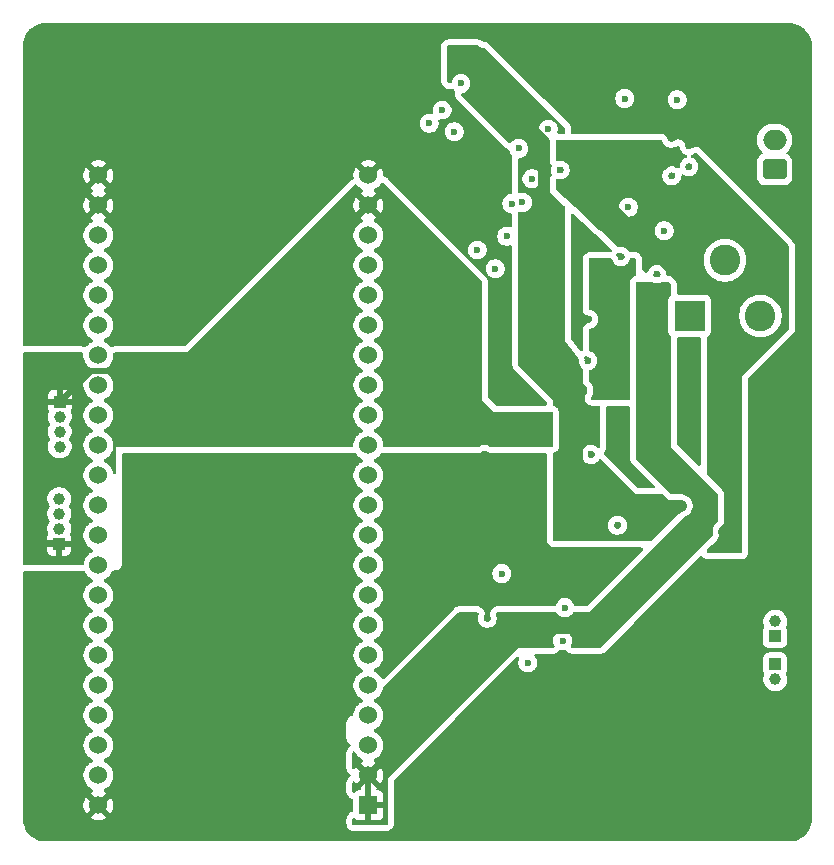
<source format=gbr>
%TF.GenerationSoftware,KiCad,Pcbnew,9.0.4*%
%TF.CreationDate,2025-10-21T16:10:30+02:00*%
%TF.ProjectId,Nomad,4e6f6d61-642e-46b6-9963-61645f706362,rev?*%
%TF.SameCoordinates,Original*%
%TF.FileFunction,Copper,L2,Inr*%
%TF.FilePolarity,Positive*%
%FSLAX46Y46*%
G04 Gerber Fmt 4.6, Leading zero omitted, Abs format (unit mm)*
G04 Created by KiCad (PCBNEW 9.0.4) date 2025-10-21 16:10:30*
%MOMM*%
%LPD*%
G01*
G04 APERTURE LIST*
G04 Aperture macros list*
%AMRoundRect*
0 Rectangle with rounded corners*
0 $1 Rounding radius*
0 $2 $3 $4 $5 $6 $7 $8 $9 X,Y pos of 4 corners*
0 Add a 4 corners polygon primitive as box body*
4,1,4,$2,$3,$4,$5,$6,$7,$8,$9,$2,$3,0*
0 Add four circle primitives for the rounded corners*
1,1,$1+$1,$2,$3*
1,1,$1+$1,$4,$5*
1,1,$1+$1,$6,$7*
1,1,$1+$1,$8,$9*
0 Add four rect primitives between the rounded corners*
20,1,$1+$1,$2,$3,$4,$5,0*
20,1,$1+$1,$4,$5,$6,$7,0*
20,1,$1+$1,$6,$7,$8,$9,0*
20,1,$1+$1,$8,$9,$2,$3,0*%
G04 Aperture macros list end*
%TA.AperFunction,ComponentPad*%
%ADD10RoundRect,0.250000X0.750000X-0.600000X0.750000X0.600000X-0.750000X0.600000X-0.750000X-0.600000X0*%
%TD*%
%TA.AperFunction,ComponentPad*%
%ADD11O,2.000000X1.700000*%
%TD*%
%TA.AperFunction,ComponentPad*%
%ADD12R,1.530000X1.530000*%
%TD*%
%TA.AperFunction,ComponentPad*%
%ADD13C,1.530000*%
%TD*%
%TA.AperFunction,ComponentPad*%
%ADD14C,5.600000*%
%TD*%
%TA.AperFunction,ComponentPad*%
%ADD15R,1.000000X1.000000*%
%TD*%
%TA.AperFunction,ComponentPad*%
%ADD16C,1.000000*%
%TD*%
%TA.AperFunction,ComponentPad*%
%ADD17R,2.600000X2.600000*%
%TD*%
%TA.AperFunction,ComponentPad*%
%ADD18C,2.600000*%
%TD*%
%TA.AperFunction,ViaPad*%
%ADD19C,0.600000*%
%TD*%
%TA.AperFunction,Conductor*%
%ADD20C,1.000000*%
%TD*%
%TA.AperFunction,Conductor*%
%ADD21C,0.500000*%
%TD*%
%TA.AperFunction,Conductor*%
%ADD22C,0.400000*%
%TD*%
G04 APERTURE END LIST*
D10*
%TO.N,/VSNS_P*%
%TO.C,LS1*%
X136750000Y-50500000D03*
D11*
%TO.N,/VSNS_N*%
X136750000Y-48000000D03*
%TD*%
D12*
%TO.N,3.3V*%
%TO.C,U6*%
X102360000Y-104340000D03*
D13*
X102360001Y-101800000D03*
%TO.N,unconnected-(U6-RST-PadJ1_3)*%
X102360000Y-99260000D03*
%TO.N,AIN1*%
X102360000Y-96720000D03*
%TO.N,AIN2*%
X102360000Y-94180000D03*
%TO.N,BIN1*%
X102360000Y-91640001D03*
%TO.N,BIN2*%
X102360000Y-89099999D03*
%TO.N,FSYNC*%
X102360000Y-86560000D03*
%TO.N,STBY*%
X102360000Y-84020000D03*
%TO.N,SDZ*%
X102360000Y-81480000D03*
%TO.N,IRQZ*%
X102360000Y-78939999D03*
%TO.N,PWMA*%
X102360000Y-76400000D03*
%TO.N,Echo_cap_2*%
X102360000Y-73860000D03*
%TO.N,unconnected-(U6-GPIO46-PadJ1_14)*%
X102360000Y-71320000D03*
%TO.N,PWMB*%
X102360000Y-68780001D03*
%TO.N,SDA*%
X102360000Y-66239999D03*
%TO.N,SCL*%
X102360000Y-63700000D03*
%TO.N,SDOUT*%
X102360000Y-61160000D03*
%TO.N,SDIN*%
X102360000Y-58620000D03*
%TO.N,SBCLK*%
X102360000Y-56079999D03*
%TO.N,5V*%
X102360000Y-53540000D03*
%TO.N,GND*%
X102360000Y-51000000D03*
X79500000Y-104340000D03*
%TO.N,unconnected-(U6-U0TXD{slash}GPIO43-PadJ3_2)*%
X79499999Y-101800000D03*
%TO.N,unconnected-(U6-U0RXD{slash}GPIO44-PadJ3_3)*%
X79500000Y-99260000D03*
%TO.N,Echo_cap_1*%
X79500000Y-96720000D03*
%TO.N,Trig_cap_2*%
X79500000Y-94180000D03*
%TO.N,unconnected-(U6-MTMS{slash}GPIO42-PadJ3_6)*%
X79500000Y-91640001D03*
%TO.N,unconnected-(U6-MTDI{slash}GPIO41-PadJ3_7)*%
X79500000Y-89099999D03*
%TO.N,unconnected-(U6-MTDO{slash}GPIO40-PadJ3_8)*%
X79500000Y-86560000D03*
%TO.N,unconnected-(U6-MTCK{slash}GPIO39-PadJ3_9)*%
X79500000Y-84020000D03*
%TO.N,unconnected-(U6-GPIO38-PadJ3_10)*%
X79500000Y-81480000D03*
%TO.N,unconnected-(U6-GPIO37-PadJ3_11)*%
X79500000Y-78939999D03*
%TO.N,unconnected-(U6-GPIO36-PadJ3_12)*%
X79500000Y-76400000D03*
%TO.N,unconnected-(U6-GPIO35-PadJ3_13)*%
X79500000Y-73860000D03*
%TO.N,Trig_cap_1*%
X79500000Y-71320000D03*
%TO.N,unconnected-(U6-GPIO45-PadJ3_15)*%
X79500000Y-68780001D03*
%TO.N,unconnected-(U6-GPIO48-PadJ3_16)*%
X79500000Y-66239999D03*
%TO.N,unconnected-(U6-GPIO47-PadJ3_17)*%
X79500000Y-63700000D03*
%TO.N,unconnected-(U6-GPIO21-PadJ3_18)*%
X79500000Y-61160000D03*
%TO.N,unconnected-(U6-USB_D+{slash}GPIO20-PadJ3_19)*%
X79500000Y-58620000D03*
%TO.N,unconnected-(U6-USB_D-{slash}GPIO19-PadJ3_20)*%
X79500000Y-56079999D03*
%TO.N,GND*%
X79500000Y-53540000D03*
X79500000Y-51000000D03*
%TD*%
D14*
%TO.N,GND*%
%TO.C,H1*%
X136000000Y-41000000D03*
%TD*%
%TO.N,GND*%
%TO.C,H2*%
X136000000Y-103000000D03*
%TD*%
D15*
%TO.N,5V*%
%TO.C,J3*%
X76225000Y-70160000D03*
D16*
%TO.N,Trig_cap_1*%
X76225000Y-71430001D03*
%TO.N,Echo_cap_1*%
X76225000Y-72700000D03*
%TO.N,GND*%
X76225000Y-73970000D03*
%TD*%
D14*
%TO.N,GND*%
%TO.C,H3*%
X76000000Y-41000000D03*
%TD*%
D15*
%TO.N,5V*%
%TO.C,J2*%
X76175000Y-82210000D03*
D16*
%TO.N,Trig_cap_2*%
X76175000Y-80939999D03*
%TO.N,Echo_cap_2*%
X76175000Y-79670000D03*
%TO.N,GND*%
X76175000Y-78400000D03*
%TD*%
D15*
%TO.N,AO2*%
%TO.C,J5*%
X136800000Y-92400000D03*
D16*
%TO.N,AO1*%
X136800000Y-93670001D03*
%TD*%
D15*
%TO.N,BO2*%
%TO.C,J4*%
X136800000Y-90035000D03*
D16*
%TO.N,BO1*%
X136800000Y-88764999D03*
%TD*%
D17*
%TO.N,Net-(D1-A)*%
%TO.C,J1*%
X129550000Y-62900000D03*
D18*
%TO.N,GND*%
X135550000Y-62900000D03*
%TO.N,N/C*%
X132550000Y-58200000D03*
%TD*%
D19*
%TO.N,GND*%
X94535534Y-40535534D03*
X91000000Y-58213203D03*
X98071068Y-51142136D03*
X87464466Y-54677670D03*
X101606602Y-47606602D03*
X83928932Y-44071068D03*
X87464466Y-47606602D03*
X94535534Y-47606602D03*
X83928932Y-51142136D03*
X91000000Y-44071068D03*
X98071068Y-44071068D03*
X80393398Y-47606602D03*
X94535534Y-54677670D03*
X87464466Y-40535534D03*
X91000000Y-51142136D03*
%TO.N,IRQZ*%
X115079991Y-48729699D03*
%TO.N,12V*%
X111000000Y-42000000D03*
X120400000Y-69200000D03*
X128800000Y-79000000D03*
X120200000Y-80600000D03*
%TO.N,GND*%
X97500000Y-87500000D03*
X87500000Y-82500000D03*
X123736650Y-57878950D03*
X119900000Y-44000000D03*
X97500000Y-97500000D03*
X129500000Y-48500000D03*
X111230707Y-47228699D03*
X118600000Y-50550000D03*
X121200000Y-74637501D03*
X110800000Y-50700000D03*
X128051841Y-51051841D03*
X92500000Y-87500000D03*
X123450999Y-80635001D03*
X137543749Y-83550000D03*
X112431250Y-88512500D03*
X121200000Y-45700000D03*
X112215000Y-74637502D03*
X112203192Y-39417299D03*
X87500000Y-87500000D03*
X97500000Y-92500000D03*
X82500000Y-87500000D03*
X116800000Y-39400000D03*
X121000000Y-63200000D03*
X126794600Y-59360201D03*
X116400000Y-76000000D03*
X82500000Y-97500000D03*
X114000000Y-76000000D03*
X92500000Y-82500000D03*
X87500000Y-92500000D03*
X128000000Y-47862501D03*
X82500000Y-92500000D03*
X87500000Y-97500000D03*
X92500000Y-92500000D03*
X97500000Y-82500000D03*
X92500000Y-97500000D03*
X129500000Y-50274999D03*
X82500000Y-82500000D03*
X120950000Y-66700000D03*
%TO.N,5V*%
X122850000Y-60600000D03*
X116200000Y-72124999D03*
X122336650Y-58953950D03*
X123200000Y-68400000D03*
X110024999Y-72124999D03*
%TO.N,1.8V*%
X121500000Y-51500000D03*
X121000000Y-50000400D03*
X120000000Y-50000400D03*
X122000000Y-50000400D03*
X132494749Y-81200000D03*
%TO.N,3.3V*%
X126554800Y-61400000D03*
X112393750Y-90112500D03*
X131493749Y-79825000D03*
%TO.N,/OUT_P*%
X109639109Y-47300000D03*
X124362500Y-53712500D03*
%TO.N,/OUT_N*%
X124050000Y-44500000D03*
X110200000Y-43225000D03*
%TO.N,/VSNS_P*%
X107500000Y-46600000D03*
X127400000Y-55700000D03*
%TO.N,/VSNS_N*%
X128500000Y-44600000D03*
X108600000Y-45475000D03*
%TO.N,SDZ*%
X117596808Y-47097400D03*
%TO.N,SDIN*%
X114490636Y-53390636D03*
%TO.N,AIN1*%
X118800000Y-90400000D03*
%TO.N,STBY*%
X119000000Y-87600000D03*
%TO.N,SCL*%
X114062500Y-56162500D03*
%TO.N,SDA*%
X113100000Y-58900000D03*
%TO.N,SBCLK*%
X116200000Y-51300000D03*
%TO.N,FSYNC*%
X115399807Y-53300000D03*
%TO.N,SDOUT*%
X111573404Y-57323404D03*
%TO.N,PWMA*%
X115851640Y-92274685D03*
X113650000Y-84720000D03*
%TD*%
D20*
%TO.N,12V*%
X120000000Y-78400000D02*
X120000000Y-69600000D01*
X121800000Y-79000000D02*
X121200000Y-79600000D01*
X117200000Y-66000000D02*
X120400000Y-69200000D01*
X128800000Y-79000000D02*
X121800000Y-79000000D01*
X117200000Y-48200000D02*
X117200000Y-66000000D01*
X120000000Y-69600000D02*
X120400000Y-69200000D01*
X121200000Y-79600000D02*
X120200000Y-80600000D01*
X111000000Y-42000000D02*
X117200000Y-48200000D01*
X121200000Y-79600000D02*
X120000000Y-78400000D01*
D21*
%TO.N,5V*%
X75140000Y-70160000D02*
X74200000Y-71100000D01*
X74760000Y-82160000D02*
X76125000Y-82160000D01*
X123200000Y-68400000D02*
X123200000Y-60950000D01*
X76225000Y-70160000D02*
X75140000Y-70160000D01*
X110024999Y-72124999D02*
X110024999Y-61204999D01*
X110024999Y-61204999D02*
X102360000Y-53540000D01*
X122850000Y-60600000D02*
X122336650Y-60086650D01*
X76225000Y-70160000D02*
X76279001Y-70160000D01*
X76125000Y-82160000D02*
X76175000Y-82210000D01*
X76279001Y-70160000D02*
X78875000Y-67564001D01*
X122336650Y-60086650D02*
X122336650Y-58953950D01*
X78875000Y-67564001D02*
X88335999Y-67564001D01*
X74200000Y-71100000D02*
X74200000Y-81600000D01*
X88335999Y-67564001D02*
X102360000Y-53540000D01*
X110024999Y-72124999D02*
X116200000Y-72124999D01*
X74200000Y-81600000D02*
X74760000Y-82160000D01*
X123200000Y-60950000D02*
X122850000Y-60600000D01*
D20*
%TO.N,1.8V*%
X129350000Y-60200000D02*
X122000000Y-52850000D01*
X120000000Y-50000400D02*
X122000000Y-50000400D01*
X122000000Y-52850000D02*
X122000000Y-50000400D01*
X131200000Y-60200000D02*
X129350000Y-60200000D01*
X133000000Y-62000000D02*
X131200000Y-60200000D01*
X132494749Y-81200000D02*
X133000000Y-80694749D01*
X133000000Y-80694749D02*
X133000000Y-62000000D01*
D21*
%TO.N,3.3V*%
X102360000Y-104340000D02*
X102360001Y-101800000D01*
X121699000Y-89551000D02*
X112955250Y-89551000D01*
X126594600Y-61439800D02*
X126554800Y-61400000D01*
X110280001Y-93880001D02*
X111880001Y-92280001D01*
X131493749Y-79825000D02*
X126554800Y-74886051D01*
X112393750Y-91766252D02*
X112393750Y-90112500D01*
X110862500Y-93297501D02*
X110280001Y-93880001D01*
D22*
X112393750Y-91766251D02*
X110862500Y-93297501D01*
D21*
X110280001Y-93880001D02*
X102360001Y-101800000D01*
X131493749Y-79825000D02*
X131425000Y-79825000D01*
X131425000Y-79825000D02*
X121699000Y-89551000D01*
X111880001Y-92280001D02*
X112393750Y-91766252D01*
X126554800Y-74886051D02*
X126554800Y-61400000D01*
X112955250Y-89551000D02*
X112393750Y-90112500D01*
X112393750Y-91766252D02*
X112393750Y-91766251D01*
%TD*%
%TA.AperFunction,Conductor*%
%TO.N,5V*%
G36*
X122909821Y-58019685D02*
G01*
X122955576Y-58072489D01*
X122964400Y-58099811D01*
X122966913Y-58112445D01*
X122966913Y-58112448D01*
X123027252Y-58258122D01*
X123027259Y-58258135D01*
X123114860Y-58389238D01*
X123114863Y-58389242D01*
X123226357Y-58500736D01*
X123226361Y-58500739D01*
X123357464Y-58588340D01*
X123357477Y-58588347D01*
X123503148Y-58648685D01*
X123503153Y-58648687D01*
X123657803Y-58679449D01*
X123657806Y-58679450D01*
X123657808Y-58679450D01*
X123815494Y-58679450D01*
X123815495Y-58679449D01*
X123970147Y-58648687D01*
X124115829Y-58588344D01*
X124246939Y-58500739D01*
X124358439Y-58389239D01*
X124446044Y-58258129D01*
X124506387Y-58112447D01*
X124508900Y-58099809D01*
X124523616Y-58071676D01*
X124536805Y-58042797D01*
X124539692Y-58040941D01*
X124541284Y-58037899D01*
X124568876Y-58022185D01*
X124595583Y-58005023D01*
X124600174Y-58004362D01*
X124601999Y-58003324D01*
X124630518Y-58000000D01*
X124876000Y-58000000D01*
X124943039Y-58019685D01*
X124988794Y-58072489D01*
X125000000Y-58124000D01*
X125000000Y-59416204D01*
X124980315Y-59483243D01*
X124927511Y-59528998D01*
X124915159Y-59533858D01*
X124862502Y-59551383D01*
X124862496Y-59551386D01*
X124741462Y-59629171D01*
X124741451Y-59629179D01*
X124688659Y-59674923D01*
X124594433Y-59783664D01*
X124594430Y-59783668D01*
X124534664Y-59914534D01*
X124514976Y-59981582D01*
X124494500Y-60124001D01*
X124494500Y-69876000D01*
X124474815Y-69943039D01*
X124422011Y-69988794D01*
X124370500Y-70000000D01*
X121300736Y-70000000D01*
X121233697Y-69980315D01*
X121187942Y-69927511D01*
X121177998Y-69858353D01*
X121197634Y-69807109D01*
X121286627Y-69673921D01*
X121286627Y-69673920D01*
X121286631Y-69673915D01*
X121362051Y-69491836D01*
X121400500Y-69298541D01*
X121400500Y-69101460D01*
X121400500Y-69101457D01*
X121400499Y-69101455D01*
X121362053Y-68908172D01*
X121362050Y-68908163D01*
X121311172Y-68785331D01*
X121286632Y-68726088D01*
X121286631Y-68726085D01*
X121286629Y-68726082D01*
X121286627Y-68726078D01*
X121177139Y-68562218D01*
X121177136Y-68562214D01*
X121036319Y-68421397D01*
X121002834Y-68360074D01*
X121000000Y-68333716D01*
X121000000Y-67608001D01*
X121019685Y-67540962D01*
X121072489Y-67495207D01*
X121099809Y-67486384D01*
X121128550Y-67480666D01*
X121183497Y-67469737D01*
X121329179Y-67409394D01*
X121460289Y-67321789D01*
X121571789Y-67210289D01*
X121659394Y-67079179D01*
X121719737Y-66933497D01*
X121750500Y-66778842D01*
X121750500Y-66621158D01*
X121750500Y-66621155D01*
X121750499Y-66621153D01*
X121719738Y-66466510D01*
X121719737Y-66466503D01*
X121719735Y-66466498D01*
X121659397Y-66320827D01*
X121659390Y-66320814D01*
X121571789Y-66189711D01*
X121571786Y-66189707D01*
X121460292Y-66078213D01*
X121460288Y-66078210D01*
X121329185Y-65990609D01*
X121329172Y-65990602D01*
X121183501Y-65930264D01*
X121183491Y-65930261D01*
X121099808Y-65913615D01*
X121037897Y-65881229D01*
X121003323Y-65820513D01*
X121000000Y-65791998D01*
X121000000Y-64117947D01*
X121019685Y-64050908D01*
X121072489Y-64005153D01*
X121099809Y-63996330D01*
X121168435Y-63982678D01*
X121233497Y-63969737D01*
X121379179Y-63909394D01*
X121510289Y-63821789D01*
X121621789Y-63710289D01*
X121709394Y-63579179D01*
X121769737Y-63433497D01*
X121800500Y-63278842D01*
X121800500Y-63121158D01*
X121800500Y-63121155D01*
X121800499Y-63121153D01*
X121769738Y-62966510D01*
X121769737Y-62966503D01*
X121769735Y-62966498D01*
X121709397Y-62820827D01*
X121709390Y-62820814D01*
X121621789Y-62689711D01*
X121621786Y-62689707D01*
X121510292Y-62578213D01*
X121510288Y-62578210D01*
X121379185Y-62490609D01*
X121379172Y-62490602D01*
X121233501Y-62430264D01*
X121233491Y-62430261D01*
X121099808Y-62403669D01*
X121037897Y-62371284D01*
X121003323Y-62310568D01*
X121000000Y-62282052D01*
X121000000Y-58124000D01*
X121019685Y-58056961D01*
X121072489Y-58011206D01*
X121124000Y-58000000D01*
X122842782Y-58000000D01*
X122909821Y-58019685D01*
G37*
%TD.AperFunction*%
%TD*%
%TA.AperFunction,Conductor*%
%TO.N,3.3V*%
G36*
X126340689Y-60019685D02*
G01*
X126342534Y-60020893D01*
X126415421Y-60069595D01*
X126415423Y-60069596D01*
X126415427Y-60069598D01*
X126546767Y-60124000D01*
X126561103Y-60129938D01*
X126715089Y-60160568D01*
X126715753Y-60160700D01*
X126715756Y-60160701D01*
X126715758Y-60160701D01*
X126873444Y-60160701D01*
X126873445Y-60160700D01*
X127028097Y-60129938D01*
X127173779Y-60069595D01*
X127246659Y-60020897D01*
X127313336Y-60000020D01*
X127315550Y-60000000D01*
X127683717Y-60000000D01*
X127750756Y-60019685D01*
X127771398Y-60036319D01*
X127963681Y-60228602D01*
X127997166Y-60289925D01*
X128000000Y-60316283D01*
X128000000Y-61099875D01*
X127980315Y-61166914D01*
X127950312Y-61199141D01*
X127892452Y-61242455D01*
X127806206Y-61357664D01*
X127806202Y-61357671D01*
X127755908Y-61492517D01*
X127749501Y-61552116D01*
X127749500Y-61552135D01*
X127749500Y-64247870D01*
X127749501Y-64247876D01*
X127755908Y-64307483D01*
X127806202Y-64442328D01*
X127806203Y-64442329D01*
X127806204Y-64442331D01*
X127892454Y-64557546D01*
X127950311Y-64600858D01*
X127992182Y-64656789D01*
X128000000Y-64700123D01*
X128000000Y-74000000D01*
X131963181Y-77963181D01*
X131996666Y-78024504D01*
X131999500Y-78050862D01*
X131999500Y-80228966D01*
X131979815Y-80296005D01*
X131963181Y-80316647D01*
X131717612Y-80562215D01*
X131717609Y-80562219D01*
X131608121Y-80726079D01*
X131608116Y-80726089D01*
X131532698Y-80908163D01*
X131532696Y-80908171D01*
X131494249Y-81101455D01*
X131494249Y-81298544D01*
X131515696Y-81406366D01*
X131509469Y-81475958D01*
X131481760Y-81518238D01*
X122036319Y-90963681D01*
X121974996Y-90997166D01*
X121948638Y-91000000D01*
X119593834Y-91000000D01*
X119526795Y-90980315D01*
X119481040Y-90927511D01*
X119471096Y-90858353D01*
X119490732Y-90807108D01*
X119509394Y-90779179D01*
X119569737Y-90633497D01*
X119600500Y-90478842D01*
X119600500Y-90321158D01*
X119600500Y-90321155D01*
X119600499Y-90321153D01*
X119590878Y-90272784D01*
X119569737Y-90166503D01*
X119569735Y-90166498D01*
X119509397Y-90020827D01*
X119509390Y-90020814D01*
X119421789Y-89889711D01*
X119421786Y-89889707D01*
X119310292Y-89778213D01*
X119310288Y-89778210D01*
X119179185Y-89690609D01*
X119179172Y-89690602D01*
X119033501Y-89630264D01*
X119033489Y-89630261D01*
X118878845Y-89599500D01*
X118878842Y-89599500D01*
X118721158Y-89599500D01*
X118721155Y-89599500D01*
X118566510Y-89630261D01*
X118566498Y-89630264D01*
X118420827Y-89690602D01*
X118420814Y-89690609D01*
X118289711Y-89778210D01*
X118289707Y-89778213D01*
X118178213Y-89889707D01*
X118178210Y-89889711D01*
X118090609Y-90020814D01*
X118090602Y-90020827D01*
X118030264Y-90166498D01*
X118030261Y-90166510D01*
X117999500Y-90321153D01*
X117999500Y-90478846D01*
X118030261Y-90633489D01*
X118030264Y-90633501D01*
X118090602Y-90779172D01*
X118090606Y-90779179D01*
X118109268Y-90807108D01*
X118130146Y-90873786D01*
X118111662Y-90941166D01*
X118059684Y-90987856D01*
X118006166Y-91000000D01*
X114999999Y-91000000D01*
X104000000Y-101999999D01*
X104000000Y-105876000D01*
X103980315Y-105943039D01*
X103927511Y-105988794D01*
X103876000Y-106000000D01*
X101124000Y-106000000D01*
X101056961Y-105980315D01*
X101011206Y-105927511D01*
X101000000Y-105876000D01*
X101000000Y-105517071D01*
X101019685Y-105450032D01*
X101072489Y-105404277D01*
X101141647Y-105394333D01*
X101205203Y-105423358D01*
X101223266Y-105442760D01*
X101237809Y-105462187D01*
X101237812Y-105462190D01*
X101352906Y-105548350D01*
X101352913Y-105548354D01*
X101487620Y-105598596D01*
X101487627Y-105598598D01*
X101547155Y-105604999D01*
X101547172Y-105605000D01*
X102110000Y-105605000D01*
X102110000Y-104784560D01*
X102163147Y-104815245D01*
X102292857Y-104850000D01*
X102427143Y-104850000D01*
X102556853Y-104815245D01*
X102610000Y-104784560D01*
X102610000Y-105605000D01*
X103172828Y-105605000D01*
X103172844Y-105604999D01*
X103232372Y-105598598D01*
X103232379Y-105598596D01*
X103367086Y-105548354D01*
X103367093Y-105548350D01*
X103482187Y-105462190D01*
X103482190Y-105462187D01*
X103568350Y-105347093D01*
X103568354Y-105347086D01*
X103618596Y-105212379D01*
X103618598Y-105212372D01*
X103624999Y-105152844D01*
X103625000Y-105152827D01*
X103625000Y-104590000D01*
X102804560Y-104590000D01*
X102835245Y-104536853D01*
X102870000Y-104407143D01*
X102870000Y-104272857D01*
X102835245Y-104143147D01*
X102804560Y-104090000D01*
X103625000Y-104090000D01*
X103625000Y-103527172D01*
X103624999Y-103527155D01*
X103618598Y-103467627D01*
X103618596Y-103467620D01*
X103568354Y-103332913D01*
X103568350Y-103332906D01*
X103482190Y-103217812D01*
X103482187Y-103217809D01*
X103367093Y-103131649D01*
X103367086Y-103131645D01*
X103232379Y-103081403D01*
X103232372Y-103081401D01*
X103172844Y-103075000D01*
X103138892Y-103075000D01*
X103071853Y-103055315D01*
X103026098Y-103002511D01*
X103016154Y-102933353D01*
X103045179Y-102869797D01*
X103060781Y-102855477D01*
X103060864Y-102854417D01*
X102497575Y-102291128D01*
X102556854Y-102275245D01*
X102673148Y-102208102D01*
X102768103Y-102113147D01*
X102835246Y-101996853D01*
X102851129Y-101937574D01*
X103414418Y-102500863D01*
X103414419Y-102500863D01*
X103441925Y-102463005D01*
X103532321Y-102285594D01*
X103593853Y-102096222D01*
X103625001Y-101899563D01*
X103625001Y-101700436D01*
X103593853Y-101503777D01*
X103532321Y-101314405D01*
X103441925Y-101136994D01*
X103414418Y-101099135D01*
X103414418Y-101099134D01*
X102851129Y-101662424D01*
X102835246Y-101603147D01*
X102768103Y-101486853D01*
X102673148Y-101391898D01*
X102556854Y-101324755D01*
X102497575Y-101308871D01*
X103060865Y-100745581D01*
X103060864Y-100745580D01*
X103023007Y-100718075D01*
X102871276Y-100640763D01*
X102820481Y-100592789D01*
X102803686Y-100524968D01*
X102826224Y-100458833D01*
X102871276Y-100419795D01*
X103023266Y-100342353D01*
X103184418Y-100225269D01*
X103325269Y-100084418D01*
X103442353Y-99923266D01*
X103532785Y-99745783D01*
X103594339Y-99556339D01*
X103625500Y-99359597D01*
X103625500Y-99160403D01*
X103594339Y-98963661D01*
X103594338Y-98963657D01*
X103594338Y-98963656D01*
X103532786Y-98774219D01*
X103442352Y-98596733D01*
X103325269Y-98435582D01*
X103184418Y-98294731D01*
X103023266Y-98177647D01*
X102871827Y-98100485D01*
X102821031Y-98052510D01*
X102804236Y-97984689D01*
X102826773Y-97918554D01*
X102871827Y-97879515D01*
X102881116Y-97874781D01*
X103023266Y-97802353D01*
X103184418Y-97685269D01*
X103325269Y-97544418D01*
X103442353Y-97383266D01*
X103532785Y-97205783D01*
X103594339Y-97016339D01*
X103625500Y-96819597D01*
X103625500Y-96620403D01*
X103594339Y-96423661D01*
X103594338Y-96423657D01*
X103594338Y-96423656D01*
X103532786Y-96234219D01*
X103442352Y-96056733D01*
X103325269Y-95895582D01*
X103184418Y-95754731D01*
X103023266Y-95637647D01*
X102871827Y-95560485D01*
X102821031Y-95512510D01*
X102804236Y-95444689D01*
X102826773Y-95378554D01*
X102871827Y-95339515D01*
X102881116Y-95334781D01*
X103023266Y-95262353D01*
X103184418Y-95145269D01*
X103325269Y-95004418D01*
X103442353Y-94843266D01*
X103532785Y-94665783D01*
X103594339Y-94476339D01*
X103601337Y-94432150D01*
X103631265Y-94369019D01*
X103636094Y-94363905D01*
X109963681Y-88036319D01*
X110025004Y-88002834D01*
X110051362Y-88000000D01*
X111591500Y-88000000D01*
X111658539Y-88019685D01*
X111704294Y-88072489D01*
X111714238Y-88141647D01*
X111706061Y-88171452D01*
X111661514Y-88278998D01*
X111661511Y-88279010D01*
X111630750Y-88433653D01*
X111630750Y-88591346D01*
X111661511Y-88745989D01*
X111661514Y-88746001D01*
X111721852Y-88891672D01*
X111721859Y-88891685D01*
X111809460Y-89022788D01*
X111809463Y-89022792D01*
X111920957Y-89134286D01*
X111920961Y-89134289D01*
X112052064Y-89221890D01*
X112052077Y-89221897D01*
X112197748Y-89282235D01*
X112197753Y-89282237D01*
X112352403Y-89312999D01*
X112352406Y-89313000D01*
X112352408Y-89313000D01*
X112510094Y-89313000D01*
X112510095Y-89312999D01*
X112664747Y-89282237D01*
X112810429Y-89221894D01*
X112941539Y-89134289D01*
X113053039Y-89022789D01*
X113140644Y-88891679D01*
X113200987Y-88745997D01*
X113231750Y-88591342D01*
X113231750Y-88433658D01*
X113231750Y-88433655D01*
X113231749Y-88433653D01*
X113219035Y-88369735D01*
X113200987Y-88279003D01*
X113199570Y-88275581D01*
X113156439Y-88171452D01*
X113148970Y-88101983D01*
X113180246Y-88039504D01*
X113240335Y-88003852D01*
X113271000Y-88000000D01*
X118238239Y-88000000D01*
X118305278Y-88019685D01*
X118341342Y-88055110D01*
X118378212Y-88110291D01*
X118489707Y-88221786D01*
X118489711Y-88221789D01*
X118620814Y-88309390D01*
X118620827Y-88309397D01*
X118766498Y-88369735D01*
X118766503Y-88369737D01*
X118921153Y-88400499D01*
X118921156Y-88400500D01*
X118921158Y-88400500D01*
X119078844Y-88400500D01*
X119078845Y-88400499D01*
X119233497Y-88369737D01*
X119379179Y-88309394D01*
X119510289Y-88221789D01*
X119621789Y-88110289D01*
X119658659Y-88055109D01*
X119712270Y-88010304D01*
X119761761Y-88000000D01*
X121000000Y-88000000D01*
X128997972Y-80002027D01*
X129059293Y-79968544D01*
X129061374Y-79968110D01*
X129091835Y-79962051D01*
X129273914Y-79886632D01*
X129437782Y-79777139D01*
X129577139Y-79637782D01*
X129686632Y-79473914D01*
X129762051Y-79291835D01*
X129800500Y-79098541D01*
X129800500Y-78901459D01*
X129800500Y-78901456D01*
X129762052Y-78708170D01*
X129762051Y-78708169D01*
X129762051Y-78708165D01*
X129755287Y-78691836D01*
X129686635Y-78526092D01*
X129686628Y-78526079D01*
X129577139Y-78362218D01*
X129577136Y-78362214D01*
X129437785Y-78222863D01*
X129437781Y-78222860D01*
X129273920Y-78113371D01*
X129273907Y-78113364D01*
X129091839Y-78037950D01*
X129091829Y-78037947D01*
X128898543Y-77999500D01*
X128898541Y-77999500D01*
X128050862Y-77999500D01*
X127983823Y-77979815D01*
X127963181Y-77963181D01*
X125036319Y-75036319D01*
X125002834Y-74974996D01*
X125000000Y-74948638D01*
X125000000Y-60124000D01*
X125019685Y-60056961D01*
X125072489Y-60011206D01*
X125124000Y-60000000D01*
X126273650Y-60000000D01*
X126340689Y-60019685D01*
G37*
%TD.AperFunction*%
%TA.AperFunction,Conductor*%
G36*
X101884756Y-101996853D02*
G01*
X101951899Y-102113147D01*
X102046854Y-102208102D01*
X102163148Y-102275245D01*
X102222426Y-102291128D01*
X101659135Y-102854417D01*
X101659393Y-102857683D01*
X101696659Y-102906013D01*
X101702638Y-102975626D01*
X101670032Y-103037421D01*
X101609193Y-103071778D01*
X101581108Y-103075000D01*
X101547155Y-103075000D01*
X101487627Y-103081401D01*
X101487620Y-103081403D01*
X101352913Y-103131645D01*
X101352906Y-103131649D01*
X101237812Y-103217809D01*
X101237810Y-103217811D01*
X101223265Y-103237241D01*
X101167330Y-103279111D01*
X101097639Y-103284093D01*
X101036316Y-103250607D01*
X101002833Y-103189283D01*
X101000000Y-103162928D01*
X101000000Y-102433748D01*
X101019685Y-102366709D01*
X101072489Y-102320954D01*
X101141647Y-102311010D01*
X101205203Y-102340035D01*
X101234485Y-102377453D01*
X101278078Y-102463008D01*
X101305581Y-102500863D01*
X101305582Y-102500864D01*
X101868872Y-101937574D01*
X101884756Y-101996853D01*
G37*
%TD.AperFunction*%
%TA.AperFunction,Conductor*%
G36*
X101205203Y-99801137D02*
G01*
X101234483Y-99838553D01*
X101277647Y-99923266D01*
X101394731Y-100084418D01*
X101535582Y-100225269D01*
X101696734Y-100342353D01*
X101848721Y-100419794D01*
X101848723Y-100419795D01*
X101899519Y-100467769D01*
X101916314Y-100535590D01*
X101893777Y-100601725D01*
X101848724Y-100640764D01*
X101696994Y-100718075D01*
X101659136Y-100745580D01*
X101659136Y-100745581D01*
X102222426Y-101308871D01*
X102163148Y-101324755D01*
X102046854Y-101391898D01*
X101951899Y-101486853D01*
X101884756Y-101603147D01*
X101868872Y-101662425D01*
X101305582Y-101099135D01*
X101305581Y-101099135D01*
X101278076Y-101136993D01*
X101234484Y-101222547D01*
X101186510Y-101273342D01*
X101118689Y-101290137D01*
X101052554Y-101267599D01*
X101009103Y-101212884D01*
X101000000Y-101166251D01*
X101000000Y-99894850D01*
X101019685Y-99827811D01*
X101072489Y-99782056D01*
X101141647Y-99772112D01*
X101205203Y-99801137D01*
G37*
%TD.AperFunction*%
%TD*%
%TA.AperFunction,Conductor*%
%TO.N,GND*%
G36*
X138004042Y-38100765D02*
G01*
X138028041Y-38102337D01*
X138239839Y-38116219D01*
X138255900Y-38118334D01*
X138483662Y-38163639D01*
X138499316Y-38167834D01*
X138719218Y-38242481D01*
X138734189Y-38248682D01*
X138931453Y-38345961D01*
X138942460Y-38351390D01*
X138956506Y-38359500D01*
X139149583Y-38488509D01*
X139162452Y-38498383D01*
X139337038Y-38651492D01*
X139348507Y-38662961D01*
X139501616Y-38837547D01*
X139511490Y-38850416D01*
X139640499Y-39043493D01*
X139648609Y-39057539D01*
X139751314Y-39265803D01*
X139757521Y-39280788D01*
X139832163Y-39500676D01*
X139836361Y-39516343D01*
X139881663Y-39744087D01*
X139883781Y-39760169D01*
X139899235Y-39995956D01*
X139899500Y-40004066D01*
X139899500Y-105495933D01*
X139899235Y-105504043D01*
X139883781Y-105739830D01*
X139881663Y-105755912D01*
X139836361Y-105983656D01*
X139832163Y-105999323D01*
X139757521Y-106219211D01*
X139751314Y-106234196D01*
X139648609Y-106442460D01*
X139640499Y-106456506D01*
X139511490Y-106649583D01*
X139501616Y-106662452D01*
X139348507Y-106837038D01*
X139337038Y-106848507D01*
X139162452Y-107001616D01*
X139149583Y-107011490D01*
X138956506Y-107140499D01*
X138942460Y-107148609D01*
X138734196Y-107251314D01*
X138719211Y-107257521D01*
X138499323Y-107332163D01*
X138483656Y-107336361D01*
X138255912Y-107381663D01*
X138239830Y-107383781D01*
X138004043Y-107399235D01*
X137995933Y-107399500D01*
X75004067Y-107399500D01*
X74995957Y-107399235D01*
X74760169Y-107383781D01*
X74744087Y-107381663D01*
X74516343Y-107336361D01*
X74500676Y-107332163D01*
X74280788Y-107257521D01*
X74265803Y-107251314D01*
X74057539Y-107148609D01*
X74043493Y-107140499D01*
X73850416Y-107011490D01*
X73837547Y-107001616D01*
X73662961Y-106848507D01*
X73651492Y-106837038D01*
X73498383Y-106662452D01*
X73488509Y-106649583D01*
X73359500Y-106456506D01*
X73351390Y-106442460D01*
X73316061Y-106370820D01*
X73248682Y-106234189D01*
X73242481Y-106219218D01*
X73167834Y-105999316D01*
X73163638Y-105983656D01*
X73118334Y-105755900D01*
X73116219Y-105739839D01*
X73101619Y-105517071D01*
X73100765Y-105504042D01*
X73100500Y-105495933D01*
X73100500Y-84629500D01*
X73120185Y-84562461D01*
X73172989Y-84516706D01*
X73224500Y-84505500D01*
X78115980Y-84505500D01*
X78115988Y-84505500D01*
X78184350Y-84500856D01*
X78217583Y-84496320D01*
X78217599Y-84496316D01*
X78217603Y-84496316D01*
X78219793Y-84495864D01*
X78289428Y-84501585D01*
X78344915Y-84544045D01*
X78355353Y-84561007D01*
X78417647Y-84683266D01*
X78534731Y-84844418D01*
X78675582Y-84985269D01*
X78836734Y-85102353D01*
X78906453Y-85137877D01*
X78988172Y-85179515D01*
X79038968Y-85227490D01*
X79055763Y-85295311D01*
X79033225Y-85361446D01*
X78988172Y-85400485D01*
X78836733Y-85477647D01*
X78777753Y-85520499D01*
X78675582Y-85594731D01*
X78675580Y-85594733D01*
X78675579Y-85594733D01*
X78534733Y-85735579D01*
X78534733Y-85735580D01*
X78534731Y-85735582D01*
X78484447Y-85804790D01*
X78417647Y-85896733D01*
X78327213Y-86074219D01*
X78265661Y-86263656D01*
X78265661Y-86263659D01*
X78234500Y-86460403D01*
X78234500Y-86659596D01*
X78265661Y-86856340D01*
X78265661Y-86856343D01*
X78327213Y-87045780D01*
X78327215Y-87045783D01*
X78417647Y-87223266D01*
X78534731Y-87384418D01*
X78675582Y-87525269D01*
X78836734Y-87642353D01*
X78927603Y-87688653D01*
X78988171Y-87719514D01*
X79038967Y-87767489D01*
X79055762Y-87835310D01*
X79033225Y-87901445D01*
X78988171Y-87940483D01*
X78836738Y-88017642D01*
X78729299Y-88095702D01*
X78675582Y-88134730D01*
X78675580Y-88134732D01*
X78675579Y-88134732D01*
X78534733Y-88275578D01*
X78534733Y-88275579D01*
X78534731Y-88275581D01*
X78513222Y-88305186D01*
X78417647Y-88436732D01*
X78327213Y-88614218D01*
X78265661Y-88803655D01*
X78265661Y-88803658D01*
X78234500Y-89000402D01*
X78234500Y-89199595D01*
X78265661Y-89396339D01*
X78265661Y-89396342D01*
X78327213Y-89585779D01*
X78327215Y-89585782D01*
X78417647Y-89763265D01*
X78534731Y-89924417D01*
X78675582Y-90065268D01*
X78836734Y-90182352D01*
X78907724Y-90218523D01*
X78988174Y-90259515D01*
X79038970Y-90307490D01*
X79055765Y-90375311D01*
X79033227Y-90441446D01*
X78988174Y-90480485D01*
X78836733Y-90557648D01*
X78744790Y-90624448D01*
X78675582Y-90674732D01*
X78675580Y-90674734D01*
X78675579Y-90674734D01*
X78534733Y-90815580D01*
X78534733Y-90815581D01*
X78534731Y-90815583D01*
X78484447Y-90884791D01*
X78417647Y-90976734D01*
X78327213Y-91154220D01*
X78265661Y-91343657D01*
X78265661Y-91343660D01*
X78243271Y-91485024D01*
X78234500Y-91540404D01*
X78234500Y-91739598D01*
X78250080Y-91837969D01*
X78265661Y-91936341D01*
X78265661Y-91936344D01*
X78327213Y-92125781D01*
X78327215Y-92125784D01*
X78417647Y-92303267D01*
X78534731Y-92464419D01*
X78675582Y-92605270D01*
X78836734Y-92722354D01*
X78959631Y-92784973D01*
X78988171Y-92799515D01*
X79038967Y-92847490D01*
X79055762Y-92915311D01*
X79033225Y-92981446D01*
X78988171Y-93020484D01*
X78836738Y-93097643D01*
X78759018Y-93154111D01*
X78675582Y-93214731D01*
X78675580Y-93214733D01*
X78675579Y-93214733D01*
X78534733Y-93355579D01*
X78534733Y-93355580D01*
X78534731Y-93355582D01*
X78484447Y-93424790D01*
X78417647Y-93516733D01*
X78327213Y-93694219D01*
X78265661Y-93883656D01*
X78265661Y-93883659D01*
X78234500Y-94080403D01*
X78234500Y-94279596D01*
X78265661Y-94476340D01*
X78265661Y-94476343D01*
X78327213Y-94665780D01*
X78417647Y-94843266D01*
X78534731Y-95004418D01*
X78675582Y-95145269D01*
X78836734Y-95262353D01*
X78906453Y-95297877D01*
X78988172Y-95339515D01*
X79038968Y-95387490D01*
X79055763Y-95455311D01*
X79033225Y-95521446D01*
X78988172Y-95560485D01*
X78836733Y-95637647D01*
X78744790Y-95704447D01*
X78675582Y-95754731D01*
X78675580Y-95754733D01*
X78675579Y-95754733D01*
X78534733Y-95895579D01*
X78534733Y-95895580D01*
X78534731Y-95895582D01*
X78484447Y-95964790D01*
X78417647Y-96056733D01*
X78327213Y-96234219D01*
X78265661Y-96423656D01*
X78265661Y-96423659D01*
X78234500Y-96620403D01*
X78234500Y-96819596D01*
X78265661Y-97016340D01*
X78265661Y-97016343D01*
X78327213Y-97205780D01*
X78403168Y-97354850D01*
X78417647Y-97383266D01*
X78534731Y-97544418D01*
X78675582Y-97685269D01*
X78836734Y-97802353D01*
X78906453Y-97837877D01*
X78988172Y-97879515D01*
X79038968Y-97927490D01*
X79055763Y-97995311D01*
X79033225Y-98061446D01*
X78988172Y-98100485D01*
X78836733Y-98177647D01*
X78744790Y-98244447D01*
X78675582Y-98294731D01*
X78675580Y-98294733D01*
X78675579Y-98294733D01*
X78534733Y-98435579D01*
X78534733Y-98435580D01*
X78534731Y-98435582D01*
X78484447Y-98504790D01*
X78417647Y-98596733D01*
X78327213Y-98774219D01*
X78265661Y-98963656D01*
X78265661Y-98963659D01*
X78237787Y-99139652D01*
X78234500Y-99160403D01*
X78234500Y-99359597D01*
X78240902Y-99400018D01*
X78265661Y-99556340D01*
X78265661Y-99556343D01*
X78327213Y-99745780D01*
X78403168Y-99894850D01*
X78417647Y-99923266D01*
X78534731Y-100084418D01*
X78675582Y-100225269D01*
X78836734Y-100342353D01*
X78988172Y-100419514D01*
X79038968Y-100467488D01*
X79055763Y-100535309D01*
X79033226Y-100601444D01*
X78988172Y-100640483D01*
X78836737Y-100717643D01*
X78729298Y-100795703D01*
X78675581Y-100834731D01*
X78675579Y-100834733D01*
X78675578Y-100834733D01*
X78534732Y-100975579D01*
X78534732Y-100975580D01*
X78534730Y-100975582D01*
X78484446Y-101044790D01*
X78417646Y-101136733D01*
X78327212Y-101314219D01*
X78265660Y-101503656D01*
X78265660Y-101503659D01*
X78265660Y-101503661D01*
X78234499Y-101700403D01*
X78234499Y-101899597D01*
X78240727Y-101938920D01*
X78265660Y-102096340D01*
X78265660Y-102096343D01*
X78327212Y-102285780D01*
X78327214Y-102285783D01*
X78417646Y-102463266D01*
X78534730Y-102624418D01*
X78675581Y-102765269D01*
X78836733Y-102882353D01*
X78988720Y-102959794D01*
X78988722Y-102959795D01*
X79039518Y-103007769D01*
X79056313Y-103075590D01*
X79033776Y-103141725D01*
X78988723Y-103180764D01*
X78836993Y-103258075D01*
X78799135Y-103285580D01*
X78799135Y-103285581D01*
X79362425Y-103848871D01*
X79303147Y-103864755D01*
X79186853Y-103931898D01*
X79091898Y-104026853D01*
X79024755Y-104143147D01*
X79008871Y-104202425D01*
X78445581Y-103639135D01*
X78445580Y-103639135D01*
X78418077Y-103676990D01*
X78327679Y-103854405D01*
X78266147Y-104043777D01*
X78235000Y-104240436D01*
X78235000Y-104439563D01*
X78266147Y-104636222D01*
X78327679Y-104825594D01*
X78418077Y-105003008D01*
X78445580Y-105040863D01*
X78445581Y-105040864D01*
X79008871Y-104477574D01*
X79024755Y-104536853D01*
X79091898Y-104653147D01*
X79186853Y-104748102D01*
X79303147Y-104815245D01*
X79362425Y-104831128D01*
X78799134Y-105394417D01*
X78836994Y-105421924D01*
X79014405Y-105512320D01*
X79203777Y-105573852D01*
X79400437Y-105605000D01*
X79599563Y-105605000D01*
X79796222Y-105573852D01*
X79985594Y-105512320D01*
X80163005Y-105421924D01*
X80200863Y-105394418D01*
X80200863Y-105394417D01*
X79637574Y-104831128D01*
X79696853Y-104815245D01*
X79813147Y-104748102D01*
X79908102Y-104653147D01*
X79975245Y-104536853D01*
X79991128Y-104477574D01*
X80554417Y-105040863D01*
X80554418Y-105040863D01*
X80581924Y-105003005D01*
X80672320Y-104825594D01*
X80733852Y-104636222D01*
X80765000Y-104439563D01*
X80765000Y-104240436D01*
X80733852Y-104043777D01*
X80672320Y-103854405D01*
X80581924Y-103676994D01*
X80554417Y-103639135D01*
X80554417Y-103639134D01*
X79991128Y-104202424D01*
X79975245Y-104143147D01*
X79908102Y-104026853D01*
X79813147Y-103931898D01*
X79696853Y-103864755D01*
X79637574Y-103848871D01*
X80200864Y-103285581D01*
X80200863Y-103285580D01*
X80163006Y-103258075D01*
X80011275Y-103180763D01*
X79960480Y-103132789D01*
X79943685Y-103064968D01*
X79966223Y-102998833D01*
X80011275Y-102959795D01*
X80163265Y-102882353D01*
X80324417Y-102765269D01*
X80465268Y-102624418D01*
X80582352Y-102463266D01*
X80672784Y-102285783D01*
X80734338Y-102096339D01*
X80765499Y-101899597D01*
X80765499Y-101700403D01*
X80734338Y-101503661D01*
X80734337Y-101503657D01*
X80734337Y-101503656D01*
X80672785Y-101314219D01*
X80646738Y-101263099D01*
X80582352Y-101136734D01*
X80465268Y-100975582D01*
X80324417Y-100834731D01*
X80163265Y-100717647D01*
X80011826Y-100640485D01*
X79961030Y-100592510D01*
X79944235Y-100524689D01*
X79966772Y-100458554D01*
X80011824Y-100419516D01*
X80163266Y-100342353D01*
X80324418Y-100225269D01*
X80465269Y-100084418D01*
X80582353Y-99923266D01*
X80672785Y-99745783D01*
X80734339Y-99556339D01*
X80765500Y-99359597D01*
X80765500Y-99160403D01*
X80734339Y-98963661D01*
X80734338Y-98963657D01*
X80734338Y-98963656D01*
X80672786Y-98774219D01*
X80669938Y-98768630D01*
X80582353Y-98596734D01*
X80465269Y-98435582D01*
X80324418Y-98294731D01*
X80163266Y-98177647D01*
X80011827Y-98100485D01*
X79961031Y-98052510D01*
X79944236Y-97984689D01*
X79966773Y-97918554D01*
X80011827Y-97879515D01*
X80021116Y-97874781D01*
X80163266Y-97802353D01*
X80324418Y-97685269D01*
X80465269Y-97544418D01*
X80582353Y-97383266D01*
X80672785Y-97205783D01*
X80734339Y-97016339D01*
X80765500Y-96819597D01*
X80765500Y-96620403D01*
X80734339Y-96423661D01*
X80734338Y-96423657D01*
X80734338Y-96423656D01*
X80672786Y-96234219D01*
X80582352Y-96056733D01*
X80465269Y-95895582D01*
X80324418Y-95754731D01*
X80163266Y-95637647D01*
X80011827Y-95560485D01*
X79961031Y-95512510D01*
X79944236Y-95444689D01*
X79966773Y-95378554D01*
X80011827Y-95339515D01*
X80021116Y-95334781D01*
X80163266Y-95262353D01*
X80324418Y-95145269D01*
X80465269Y-95004418D01*
X80582353Y-94843266D01*
X80672785Y-94665783D01*
X80734339Y-94476339D01*
X80765500Y-94279597D01*
X80765500Y-94080403D01*
X80734339Y-93883661D01*
X80734338Y-93883657D01*
X80734338Y-93883656D01*
X80672786Y-93694219D01*
X80647970Y-93645515D01*
X80582353Y-93516734D01*
X80465269Y-93355582D01*
X80324418Y-93214731D01*
X80163266Y-93097647D01*
X80119180Y-93075184D01*
X80011828Y-93020485D01*
X79961032Y-92972510D01*
X79944237Y-92904689D01*
X79966775Y-92838554D01*
X80011826Y-92799516D01*
X80163266Y-92722354D01*
X80324418Y-92605270D01*
X80465269Y-92464419D01*
X80582353Y-92303267D01*
X80672785Y-92125784D01*
X80700272Y-92041188D01*
X80734338Y-91936344D01*
X80734338Y-91936343D01*
X80734339Y-91936340D01*
X80765500Y-91739598D01*
X80765500Y-91540404D01*
X80734339Y-91343662D01*
X80734338Y-91343658D01*
X80734338Y-91343657D01*
X80672786Y-91154220D01*
X80612295Y-91035500D01*
X80582353Y-90976735D01*
X80465269Y-90815583D01*
X80324418Y-90674732D01*
X80163266Y-90557648D01*
X80011825Y-90480485D01*
X79961029Y-90432510D01*
X79944234Y-90364689D01*
X79966771Y-90298554D01*
X80011825Y-90259515D01*
X80018526Y-90256100D01*
X80163266Y-90182352D01*
X80324418Y-90065268D01*
X80465269Y-89924417D01*
X80582353Y-89763265D01*
X80672785Y-89585782D01*
X80704841Y-89487123D01*
X80734338Y-89396342D01*
X80734338Y-89396341D01*
X80734339Y-89396338D01*
X80765500Y-89199596D01*
X80765500Y-89000402D01*
X80734339Y-88803660D01*
X80734338Y-88803656D01*
X80734338Y-88803655D01*
X80672786Y-88614218D01*
X80651624Y-88572685D01*
X80582353Y-88436733D01*
X80465269Y-88275581D01*
X80324418Y-88134730D01*
X80163266Y-88017646D01*
X80152640Y-88012232D01*
X80011828Y-87940484D01*
X79961032Y-87892509D01*
X79944237Y-87824688D01*
X79966775Y-87758553D01*
X80011826Y-87719515D01*
X80163266Y-87642353D01*
X80324418Y-87525269D01*
X80465269Y-87384418D01*
X80582353Y-87223266D01*
X80672785Y-87045783D01*
X80694740Y-86978213D01*
X80734338Y-86856343D01*
X80734338Y-86856342D01*
X80734339Y-86856339D01*
X80765500Y-86659597D01*
X80765500Y-86460403D01*
X80734339Y-86263661D01*
X80734338Y-86263657D01*
X80734338Y-86263656D01*
X80672786Y-86074219D01*
X80582352Y-85896733D01*
X80465269Y-85735582D01*
X80324418Y-85594731D01*
X80163266Y-85477647D01*
X80011827Y-85400485D01*
X79961031Y-85352510D01*
X79944236Y-85284689D01*
X79966773Y-85218554D01*
X80011827Y-85179515D01*
X80021116Y-85174781D01*
X80163266Y-85102353D01*
X80324418Y-84985269D01*
X80465269Y-84844418D01*
X80582353Y-84683266D01*
X80667474Y-84516205D01*
X80715446Y-84465412D01*
X80777957Y-84448502D01*
X80786414Y-84448502D01*
X80786417Y-84448503D01*
X80930297Y-84448502D01*
X80999455Y-84438558D01*
X81137504Y-84398023D01*
X81258543Y-84320235D01*
X81311347Y-84274480D01*
X81405567Y-84165746D01*
X81465338Y-84034869D01*
X81485023Y-83967830D01*
X81485024Y-83967826D01*
X81505500Y-83825410D01*
X81505500Y-81674589D01*
X81504456Y-81642118D01*
X81503433Y-81626225D01*
X81500308Y-81593909D01*
X81478648Y-81516046D01*
X81479135Y-81447877D01*
X81485023Y-81427830D01*
X81485024Y-81427826D01*
X81505500Y-81285410D01*
X81505500Y-79134588D01*
X81504456Y-79102117D01*
X81503433Y-79086224D01*
X81500308Y-79053908D01*
X81478648Y-78976045D01*
X81479135Y-78907876D01*
X81485023Y-78887829D01*
X81485024Y-78887825D01*
X81505500Y-78745409D01*
X81505500Y-76594589D01*
X81504456Y-76562118D01*
X81503433Y-76546225D01*
X81500308Y-76513909D01*
X81478648Y-76436046D01*
X81479135Y-76367877D01*
X81485023Y-76347830D01*
X81485024Y-76347826D01*
X81505500Y-76205410D01*
X81505500Y-74629500D01*
X81525185Y-74562461D01*
X81577989Y-74516706D01*
X81629500Y-74505500D01*
X100970490Y-74505500D01*
X100970500Y-74505500D01*
X101077956Y-74493947D01*
X101129467Y-74482741D01*
X101138955Y-74479582D01*
X101208777Y-74477086D01*
X101268868Y-74512736D01*
X101278431Y-74524345D01*
X101394731Y-74684418D01*
X101535582Y-74825269D01*
X101696734Y-74942353D01*
X101766453Y-74977877D01*
X101848172Y-75019515D01*
X101898968Y-75067490D01*
X101915763Y-75135311D01*
X101893225Y-75201446D01*
X101848172Y-75240485D01*
X101696733Y-75317647D01*
X101604790Y-75384447D01*
X101535582Y-75434731D01*
X101535580Y-75434733D01*
X101535579Y-75434733D01*
X101394733Y-75575579D01*
X101394733Y-75575580D01*
X101394731Y-75575582D01*
X101344447Y-75644790D01*
X101277647Y-75736733D01*
X101187213Y-75914219D01*
X101125661Y-76103656D01*
X101125661Y-76103659D01*
X101094500Y-76300403D01*
X101094500Y-76499596D01*
X101125661Y-76696340D01*
X101125661Y-76696343D01*
X101187213Y-76885780D01*
X101187215Y-76885783D01*
X101277647Y-77063266D01*
X101394731Y-77224418D01*
X101535582Y-77365269D01*
X101696734Y-77482353D01*
X101825938Y-77548185D01*
X101848171Y-77559514D01*
X101898967Y-77607489D01*
X101915762Y-77675310D01*
X101893225Y-77741445D01*
X101848171Y-77780483D01*
X101696738Y-77857642D01*
X101605375Y-77924022D01*
X101535582Y-77974730D01*
X101535580Y-77974732D01*
X101535579Y-77974732D01*
X101394733Y-78115578D01*
X101394733Y-78115579D01*
X101394731Y-78115581D01*
X101358442Y-78165529D01*
X101277647Y-78276732D01*
X101187213Y-78454218D01*
X101125661Y-78643655D01*
X101125661Y-78643658D01*
X101094500Y-78840402D01*
X101094500Y-79039595D01*
X101125661Y-79236339D01*
X101125661Y-79236342D01*
X101187213Y-79425779D01*
X101187215Y-79425782D01*
X101277647Y-79603265D01*
X101394731Y-79764417D01*
X101535582Y-79905268D01*
X101696734Y-80022352D01*
X101830368Y-80090442D01*
X101848173Y-80099514D01*
X101898969Y-80147489D01*
X101915764Y-80215310D01*
X101893227Y-80281445D01*
X101848173Y-80320483D01*
X101696738Y-80397643D01*
X101589299Y-80475703D01*
X101535582Y-80514731D01*
X101535580Y-80514733D01*
X101535579Y-80514733D01*
X101394733Y-80655579D01*
X101394733Y-80655580D01*
X101394731Y-80655582D01*
X101355872Y-80709067D01*
X101277647Y-80816733D01*
X101187213Y-80994219D01*
X101125661Y-81183656D01*
X101125661Y-81183659D01*
X101094500Y-81380403D01*
X101094500Y-81579596D01*
X101125661Y-81776340D01*
X101125661Y-81776343D01*
X101187213Y-81965780D01*
X101274708Y-82137497D01*
X101277647Y-82143266D01*
X101394731Y-82304418D01*
X101535582Y-82445269D01*
X101696734Y-82562353D01*
X101766453Y-82597877D01*
X101848172Y-82639515D01*
X101898968Y-82687490D01*
X101915763Y-82755311D01*
X101893225Y-82821446D01*
X101848172Y-82860485D01*
X101696733Y-82937647D01*
X101604790Y-83004447D01*
X101535582Y-83054731D01*
X101535580Y-83054733D01*
X101535579Y-83054733D01*
X101394733Y-83195579D01*
X101394733Y-83195580D01*
X101394731Y-83195582D01*
X101359923Y-83243491D01*
X101277647Y-83356733D01*
X101187213Y-83534219D01*
X101125661Y-83723656D01*
X101125661Y-83723659D01*
X101094500Y-83920403D01*
X101094500Y-84119596D01*
X101125661Y-84316340D01*
X101125661Y-84316343D01*
X101187213Y-84505780D01*
X101206710Y-84544045D01*
X101277647Y-84683266D01*
X101394731Y-84844418D01*
X101535582Y-84985269D01*
X101696734Y-85102353D01*
X101766453Y-85137877D01*
X101848172Y-85179515D01*
X101898968Y-85227490D01*
X101915763Y-85295311D01*
X101893225Y-85361446D01*
X101848172Y-85400485D01*
X101696733Y-85477647D01*
X101637753Y-85520499D01*
X101535582Y-85594731D01*
X101535580Y-85594733D01*
X101535579Y-85594733D01*
X101394733Y-85735579D01*
X101394733Y-85735580D01*
X101394731Y-85735582D01*
X101344447Y-85804790D01*
X101277647Y-85896733D01*
X101187213Y-86074219D01*
X101125661Y-86263656D01*
X101125661Y-86263659D01*
X101094500Y-86460403D01*
X101094500Y-86659596D01*
X101125661Y-86856340D01*
X101125661Y-86856343D01*
X101187213Y-87045780D01*
X101187215Y-87045783D01*
X101277647Y-87223266D01*
X101394731Y-87384418D01*
X101535582Y-87525269D01*
X101696734Y-87642353D01*
X101787603Y-87688653D01*
X101848171Y-87719514D01*
X101898967Y-87767489D01*
X101915762Y-87835310D01*
X101893225Y-87901445D01*
X101848171Y-87940483D01*
X101696738Y-88017642D01*
X101589299Y-88095702D01*
X101535582Y-88134730D01*
X101535580Y-88134732D01*
X101535579Y-88134732D01*
X101394733Y-88275578D01*
X101394733Y-88275579D01*
X101394731Y-88275581D01*
X101373222Y-88305186D01*
X101277647Y-88436732D01*
X101187213Y-88614218D01*
X101125661Y-88803655D01*
X101125661Y-88803658D01*
X101094500Y-89000402D01*
X101094500Y-89199595D01*
X101125661Y-89396339D01*
X101125661Y-89396342D01*
X101187213Y-89585779D01*
X101187215Y-89585782D01*
X101277647Y-89763265D01*
X101394731Y-89924417D01*
X101535582Y-90065268D01*
X101696734Y-90182352D01*
X101767724Y-90218523D01*
X101848174Y-90259515D01*
X101898970Y-90307490D01*
X101915765Y-90375311D01*
X101893227Y-90441446D01*
X101848174Y-90480485D01*
X101696733Y-90557648D01*
X101604790Y-90624448D01*
X101535582Y-90674732D01*
X101535580Y-90674734D01*
X101535579Y-90674734D01*
X101394733Y-90815580D01*
X101394733Y-90815581D01*
X101394731Y-90815583D01*
X101344447Y-90884791D01*
X101277647Y-90976734D01*
X101187213Y-91154220D01*
X101125661Y-91343657D01*
X101125661Y-91343660D01*
X101103271Y-91485024D01*
X101094500Y-91540404D01*
X101094500Y-91739598D01*
X101110080Y-91837969D01*
X101125661Y-91936341D01*
X101125661Y-91936344D01*
X101187213Y-92125781D01*
X101187215Y-92125784D01*
X101277647Y-92303267D01*
X101394731Y-92464419D01*
X101535582Y-92605270D01*
X101696734Y-92722354D01*
X101819631Y-92784973D01*
X101848171Y-92799515D01*
X101898967Y-92847490D01*
X101915762Y-92915311D01*
X101893225Y-92981446D01*
X101848171Y-93020484D01*
X101696738Y-93097643D01*
X101619018Y-93154111D01*
X101535582Y-93214731D01*
X101535580Y-93214733D01*
X101535579Y-93214733D01*
X101394733Y-93355579D01*
X101394733Y-93355580D01*
X101394731Y-93355582D01*
X101344447Y-93424790D01*
X101277647Y-93516733D01*
X101187213Y-93694219D01*
X101125661Y-93883656D01*
X101125661Y-93883659D01*
X101094500Y-94080403D01*
X101094500Y-94279596D01*
X101125661Y-94476340D01*
X101125661Y-94476343D01*
X101187213Y-94665780D01*
X101277647Y-94843266D01*
X101394731Y-95004418D01*
X101535582Y-95145269D01*
X101696734Y-95262353D01*
X101766453Y-95297877D01*
X101848172Y-95339515D01*
X101898968Y-95387490D01*
X101915763Y-95455311D01*
X101893225Y-95521446D01*
X101848172Y-95560485D01*
X101696733Y-95637647D01*
X101604790Y-95704447D01*
X101535582Y-95754731D01*
X101535580Y-95754733D01*
X101535579Y-95754733D01*
X101394733Y-95895579D01*
X101394733Y-95895580D01*
X101394731Y-95895582D01*
X101344447Y-95964790D01*
X101277647Y-96056733D01*
X101187213Y-96234219D01*
X101125661Y-96423656D01*
X101125661Y-96423659D01*
X101094500Y-96620403D01*
X101094500Y-96621337D01*
X101094399Y-96621679D01*
X101094117Y-96625266D01*
X101093363Y-96625206D01*
X101074815Y-96688376D01*
X101022011Y-96734131D01*
X101004637Y-96739921D01*
X101004794Y-96740454D01*
X100862498Y-96782236D01*
X100862492Y-96782239D01*
X100741462Y-96860021D01*
X100741451Y-96860029D01*
X100688659Y-96905773D01*
X100594433Y-97014514D01*
X100594430Y-97014518D01*
X100534664Y-97145384D01*
X100514976Y-97212432D01*
X100494500Y-97354851D01*
X100494500Y-98625159D01*
X100503862Y-98721990D01*
X100508415Y-98745313D01*
X100512967Y-98768630D01*
X100540712Y-98861887D01*
X100613243Y-98986147D01*
X100656694Y-99040862D01*
X100761296Y-99139655D01*
X100783789Y-99151115D01*
X100834583Y-99199089D01*
X100851378Y-99266910D01*
X100828841Y-99333044D01*
X100794533Y-99365913D01*
X100741466Y-99400018D01*
X100741451Y-99400029D01*
X100688659Y-99445773D01*
X100594433Y-99554514D01*
X100594430Y-99554518D01*
X100534664Y-99685384D01*
X100514976Y-99752432D01*
X100494500Y-99894851D01*
X100494500Y-101166261D01*
X100503862Y-101263092D01*
X100508415Y-101286415D01*
X100512967Y-101309732D01*
X100540712Y-101402989D01*
X100613243Y-101527249D01*
X100656694Y-101581964D01*
X100761296Y-101680757D01*
X100781874Y-101691242D01*
X100832669Y-101739215D01*
X100849465Y-101807036D01*
X100826928Y-101873171D01*
X100792621Y-101906040D01*
X100741460Y-101938920D01*
X100741451Y-101938927D01*
X100688659Y-101984671D01*
X100594433Y-102093412D01*
X100594430Y-102093416D01*
X100534664Y-102224282D01*
X100514976Y-102291330D01*
X100494500Y-102433749D01*
X100494500Y-103162933D01*
X100497392Y-103216929D01*
X100497395Y-103216955D01*
X100500228Y-103243310D01*
X100502620Y-103258075D01*
X100508883Y-103296724D01*
X100508884Y-103296727D01*
X100559155Y-103431522D01*
X100559156Y-103431525D01*
X100592645Y-103492859D01*
X100592647Y-103492862D01*
X100678870Y-103608045D01*
X100678871Y-103608046D01*
X100720400Y-103639135D01*
X100794049Y-103694270D01*
X100855372Y-103727756D01*
X100990170Y-103778037D01*
X100990175Y-103778037D01*
X100996860Y-103779492D01*
X101058183Y-103812978D01*
X101091667Y-103874302D01*
X101094500Y-103900658D01*
X101094500Y-104783558D01*
X101074815Y-104850597D01*
X101022011Y-104896352D01*
X101004637Y-104902142D01*
X101004794Y-104902675D01*
X100862498Y-104944457D01*
X100862492Y-104944460D01*
X100741462Y-105022242D01*
X100741451Y-105022250D01*
X100688659Y-105067994D01*
X100594433Y-105176735D01*
X100594430Y-105176739D01*
X100534664Y-105307605D01*
X100514976Y-105374653D01*
X100508180Y-105421924D01*
X100494500Y-105517071D01*
X100494500Y-105876000D01*
X100494501Y-105876009D01*
X100506052Y-105983450D01*
X100506054Y-105983462D01*
X100517260Y-106034972D01*
X100551383Y-106137497D01*
X100551386Y-106137503D01*
X100629171Y-106258537D01*
X100629179Y-106258548D01*
X100674923Y-106311340D01*
X100674926Y-106311343D01*
X100674930Y-106311347D01*
X100783664Y-106405567D01*
X100783667Y-106405568D01*
X100783668Y-106405569D01*
X100880408Y-106449750D01*
X100914541Y-106465338D01*
X100981580Y-106485023D01*
X100981584Y-106485024D01*
X101124000Y-106505500D01*
X101124003Y-106505500D01*
X103875990Y-106505500D01*
X103876000Y-106505500D01*
X103983456Y-106493947D01*
X104034967Y-106482741D01*
X104069197Y-106471347D01*
X104137497Y-106448616D01*
X104137501Y-106448613D01*
X104137504Y-106448613D01*
X104258543Y-106370825D01*
X104311347Y-106325070D01*
X104405567Y-106216336D01*
X104465338Y-106085459D01*
X104485023Y-106018420D01*
X104485024Y-106018416D01*
X104505500Y-105876000D01*
X104505500Y-102260745D01*
X104525185Y-102193706D01*
X104541819Y-102173064D01*
X109700369Y-97014514D01*
X112946338Y-93768544D01*
X135799499Y-93768544D01*
X135837947Y-93961830D01*
X135837950Y-93961840D01*
X135913364Y-94143908D01*
X135913371Y-94143921D01*
X136022860Y-94307782D01*
X136022863Y-94307786D01*
X136162214Y-94447137D01*
X136162218Y-94447140D01*
X136326079Y-94556629D01*
X136326092Y-94556636D01*
X136508160Y-94632050D01*
X136508165Y-94632052D01*
X136508169Y-94632052D01*
X136508170Y-94632053D01*
X136701456Y-94670501D01*
X136701459Y-94670501D01*
X136898543Y-94670501D01*
X137028582Y-94644633D01*
X137091835Y-94632052D01*
X137273914Y-94556633D01*
X137437782Y-94447140D01*
X137577139Y-94307783D01*
X137686632Y-94143915D01*
X137762051Y-93961836D01*
X137800500Y-93768542D01*
X137800500Y-93571460D01*
X137800500Y-93571457D01*
X137762052Y-93378171D01*
X137762051Y-93378170D01*
X137762051Y-93378166D01*
X137719680Y-93275875D01*
X137712212Y-93206408D01*
X137734977Y-93154111D01*
X137743796Y-93142331D01*
X137794091Y-93007483D01*
X137800500Y-92947873D01*
X137800499Y-91852128D01*
X137794091Y-91792517D01*
X137791338Y-91785137D01*
X137743797Y-91657671D01*
X137743793Y-91657664D01*
X137657547Y-91542455D01*
X137657544Y-91542452D01*
X137542335Y-91456206D01*
X137542328Y-91456202D01*
X137407482Y-91405908D01*
X137407483Y-91405908D01*
X137347883Y-91399501D01*
X137347881Y-91399500D01*
X137347873Y-91399500D01*
X137347864Y-91399500D01*
X136252129Y-91399500D01*
X136252123Y-91399501D01*
X136192516Y-91405908D01*
X136057671Y-91456202D01*
X136057664Y-91456206D01*
X135942455Y-91542452D01*
X135942452Y-91542455D01*
X135856206Y-91657664D01*
X135856202Y-91657671D01*
X135805908Y-91792517D01*
X135799501Y-91852116D01*
X135799501Y-91852123D01*
X135799500Y-91852135D01*
X135799500Y-92947870D01*
X135799501Y-92947876D01*
X135805908Y-93007483D01*
X135856202Y-93142329D01*
X135865023Y-93154111D01*
X135889441Y-93219574D01*
X135880318Y-93275874D01*
X135837950Y-93378165D01*
X135837948Y-93378169D01*
X135837947Y-93378172D01*
X135799500Y-93571457D01*
X135799500Y-93571460D01*
X135799500Y-93768542D01*
X135799500Y-93768544D01*
X135799499Y-93768544D01*
X112946338Y-93768544D01*
X114929747Y-91785135D01*
X114991068Y-91751652D01*
X115060760Y-91756636D01*
X115116693Y-91798508D01*
X115141110Y-91863972D01*
X115131988Y-91920269D01*
X115081903Y-92041188D01*
X115081901Y-92041195D01*
X115051140Y-92195838D01*
X115051140Y-92353531D01*
X115081901Y-92508174D01*
X115081904Y-92508186D01*
X115142242Y-92653857D01*
X115142249Y-92653870D01*
X115229850Y-92784973D01*
X115229853Y-92784977D01*
X115341347Y-92896471D01*
X115341351Y-92896474D01*
X115472454Y-92984075D01*
X115472467Y-92984082D01*
X115618138Y-93044420D01*
X115618143Y-93044422D01*
X115772793Y-93075184D01*
X115772796Y-93075185D01*
X115772798Y-93075185D01*
X115930484Y-93075185D01*
X115930485Y-93075184D01*
X116085137Y-93044422D01*
X116230819Y-92984079D01*
X116361929Y-92896474D01*
X116473429Y-92784974D01*
X116561034Y-92653864D01*
X116621377Y-92508182D01*
X116652140Y-92353527D01*
X116652140Y-92195843D01*
X116652140Y-92195840D01*
X116652139Y-92195838D01*
X116621378Y-92041195D01*
X116621377Y-92041188D01*
X116561034Y-91895506D01*
X116561030Y-91895499D01*
X116473429Y-91764396D01*
X116473426Y-91764392D01*
X116426215Y-91717181D01*
X116392730Y-91655858D01*
X116397714Y-91586166D01*
X116439586Y-91530233D01*
X116505050Y-91505816D01*
X116513896Y-91505500D01*
X118006163Y-91505500D01*
X118006166Y-91505500D01*
X118104827Y-91494446D01*
X118118019Y-91492969D01*
X118118019Y-91492968D01*
X118118027Y-91492968D01*
X118171545Y-91480824D01*
X118242331Y-91456206D01*
X118277848Y-91443854D01*
X118277848Y-91443853D01*
X118277853Y-91443852D01*
X118397485Y-91363916D01*
X118449463Y-91317226D01*
X118449462Y-91317226D01*
X118449737Y-91316980D01*
X118451216Y-91315126D01*
X118524657Y-91227248D01*
X118582749Y-91188434D01*
X118643994Y-91185151D01*
X118721155Y-91200500D01*
X118721158Y-91200500D01*
X118878843Y-91200500D01*
X118939501Y-91188434D01*
X118958137Y-91184727D01*
X119027728Y-91190954D01*
X119082906Y-91233816D01*
X119086641Y-91239299D01*
X119099009Y-91258543D01*
X119099013Y-91258548D01*
X119099018Y-91258555D01*
X119144757Y-91311340D01*
X119144760Y-91311343D01*
X119144764Y-91311347D01*
X119253498Y-91405567D01*
X119253501Y-91405568D01*
X119253502Y-91405569D01*
X119364374Y-91456204D01*
X119384375Y-91465338D01*
X119451414Y-91485023D01*
X119451418Y-91485024D01*
X119593834Y-91505500D01*
X119593837Y-91505500D01*
X121948640Y-91505500D01*
X121958786Y-91504955D01*
X122002678Y-91502603D01*
X122002686Y-91502602D01*
X122002688Y-91502602D01*
X122002689Y-91502602D01*
X122009682Y-91501849D01*
X122029036Y-91499769D01*
X122029046Y-91499767D01*
X122029049Y-91499767D01*
X122038648Y-91498211D01*
X122082448Y-91491114D01*
X122217257Y-91440832D01*
X122278580Y-91407347D01*
X122393762Y-91321123D01*
X123649620Y-90065265D01*
X124851343Y-88863542D01*
X135799499Y-88863542D01*
X135837947Y-89056828D01*
X135837949Y-89056834D01*
X135880318Y-89159122D01*
X135887787Y-89228592D01*
X135865026Y-89280883D01*
X135856205Y-89292666D01*
X135856202Y-89292671D01*
X135805908Y-89427517D01*
X135799501Y-89487116D01*
X135799501Y-89487123D01*
X135799500Y-89487135D01*
X135799500Y-90582870D01*
X135799501Y-90582876D01*
X135805908Y-90642483D01*
X135856202Y-90777328D01*
X135856206Y-90777335D01*
X135942452Y-90892544D01*
X135942455Y-90892547D01*
X136057664Y-90978793D01*
X136057671Y-90978797D01*
X136192517Y-91029091D01*
X136192516Y-91029091D01*
X136199444Y-91029835D01*
X136252127Y-91035500D01*
X137347872Y-91035499D01*
X137407483Y-91029091D01*
X137542331Y-90978796D01*
X137657546Y-90892546D01*
X137743796Y-90777331D01*
X137794091Y-90642483D01*
X137800500Y-90582873D01*
X137800499Y-89487128D01*
X137794091Y-89427517D01*
X137794091Y-89427516D01*
X137743797Y-89292670D01*
X137734975Y-89280886D01*
X137710558Y-89215422D01*
X137719680Y-89159124D01*
X137762051Y-89056834D01*
X137800500Y-88863540D01*
X137800500Y-88666458D01*
X137800500Y-88666455D01*
X137762052Y-88473169D01*
X137762051Y-88473168D01*
X137762051Y-88473164D01*
X137746961Y-88436733D01*
X137686635Y-88291091D01*
X137686628Y-88291078D01*
X137577139Y-88127217D01*
X137577136Y-88127213D01*
X137437785Y-87987862D01*
X137437781Y-87987859D01*
X137273920Y-87878370D01*
X137273907Y-87878363D01*
X137091839Y-87802949D01*
X137091829Y-87802946D01*
X136898543Y-87764499D01*
X136898541Y-87764499D01*
X136701459Y-87764499D01*
X136701457Y-87764499D01*
X136508170Y-87802946D01*
X136508160Y-87802949D01*
X136326092Y-87878363D01*
X136326079Y-87878370D01*
X136162218Y-87987859D01*
X136162214Y-87987862D01*
X136022863Y-88127213D01*
X136022860Y-88127217D01*
X135913371Y-88291078D01*
X135913364Y-88291091D01*
X135837950Y-88473159D01*
X135837947Y-88473169D01*
X135799500Y-88666455D01*
X135799500Y-88666458D01*
X135799500Y-88863540D01*
X135799500Y-88863542D01*
X135799499Y-88863542D01*
X124851343Y-88863542D01*
X125142200Y-88572685D01*
X130454760Y-83260122D01*
X130466578Y-83253668D01*
X130475397Y-83243491D01*
X130496645Y-83237250D01*
X130516083Y-83226637D01*
X130529515Y-83227597D01*
X130542436Y-83223803D01*
X130563684Y-83230041D01*
X130585775Y-83231621D01*
X130598017Y-83240120D01*
X130609476Y-83243485D01*
X130636150Y-83266596D01*
X130645685Y-83277599D01*
X130645690Y-83277604D01*
X130674930Y-83311349D01*
X130674933Y-83311351D01*
X130674936Y-83311355D01*
X130675578Y-83311911D01*
X130688091Y-83324423D01*
X130711775Y-83351753D01*
X130742182Y-83371293D01*
X130756339Y-83381890D01*
X130783663Y-83405566D01*
X130814922Y-83419841D01*
X130816557Y-83420588D01*
X130828392Y-83426784D01*
X130830251Y-83427888D01*
X130832816Y-83429537D01*
X130841052Y-83433298D01*
X130872322Y-83447578D01*
X130872322Y-83447579D01*
X130896191Y-83458479D01*
X130896381Y-83458567D01*
X130896394Y-83458572D01*
X130897198Y-83458808D01*
X130913806Y-83465002D01*
X130914540Y-83465337D01*
X130939891Y-83472781D01*
X130939891Y-83472780D01*
X130972869Y-83482463D01*
X130972869Y-83482464D01*
X130980713Y-83484767D01*
X130981539Y-83485017D01*
X130981580Y-83485023D01*
X130981584Y-83485024D01*
X130982448Y-83485148D01*
X130999735Y-83488907D01*
X131034446Y-83499097D01*
X131070577Y-83499094D01*
X131088216Y-83500355D01*
X131124000Y-83505500D01*
X131124003Y-83505500D01*
X133875990Y-83505500D01*
X133876000Y-83505500D01*
X133983456Y-83493947D01*
X134034967Y-83482741D01*
X134069197Y-83471347D01*
X134137497Y-83448616D01*
X134137501Y-83448613D01*
X134137504Y-83448613D01*
X134258543Y-83370825D01*
X134311347Y-83325070D01*
X134405567Y-83216336D01*
X134465338Y-83085459D01*
X134485023Y-83018420D01*
X134485024Y-83018416D01*
X134505500Y-82876000D01*
X134505500Y-68260746D01*
X134525185Y-68193707D01*
X134541819Y-68173065D01*
X136388611Y-66326273D01*
X138321123Y-64393762D01*
X138357288Y-64353500D01*
X138373922Y-64332858D01*
X138405567Y-64288974D01*
X138465338Y-64158097D01*
X138485023Y-64091058D01*
X138485024Y-64091054D01*
X138505500Y-63948638D01*
X138505500Y-57051362D01*
X138502603Y-56997322D01*
X138499769Y-56970964D01*
X138498478Y-56963000D01*
X138493494Y-56932238D01*
X138491114Y-56917552D01*
X138440832Y-56782743D01*
X138407347Y-56721420D01*
X138321123Y-56606239D01*
X138321118Y-56606234D01*
X138321113Y-56606228D01*
X130506554Y-48791669D01*
X130506526Y-48791642D01*
X130462753Y-48752674D01*
X130462750Y-48752671D01*
X130440235Y-48734856D01*
X130440231Y-48734853D01*
X130440222Y-48734846D01*
X130392228Y-48701204D01*
X130392223Y-48701202D01*
X130260309Y-48643783D01*
X130233173Y-48636339D01*
X130192922Y-48625297D01*
X130050176Y-48607366D01*
X130050174Y-48607366D01*
X129908160Y-48630378D01*
X129908137Y-48630383D01*
X129846491Y-48649685D01*
X129844412Y-48650240D01*
X129841464Y-48651258D01*
X129711675Y-48713356D01*
X129711667Y-48713360D01*
X129649884Y-48754642D01*
X129628448Y-48766100D01*
X129561966Y-48793638D01*
X129559611Y-48793891D01*
X129551148Y-48797754D01*
X129481987Y-48807682D01*
X129452210Y-48799510D01*
X129401388Y-48778460D01*
X129371548Y-48766100D01*
X129350110Y-48754641D01*
X129322098Y-48735923D01*
X129303312Y-48720505D01*
X129279495Y-48696689D01*
X129264074Y-48677899D01*
X129245358Y-48649890D01*
X129233901Y-48628454D01*
X129221009Y-48597330D01*
X129213954Y-48574074D01*
X129195286Y-48480225D01*
X129195211Y-48479848D01*
X129189975Y-48453526D01*
X129189974Y-48453523D01*
X129188888Y-48448063D01*
X129185115Y-48437444D01*
X129184991Y-48437000D01*
X129184992Y-48437000D01*
X129174698Y-48400122D01*
X129143807Y-48317860D01*
X129063870Y-48198229D01*
X129037189Y-48168526D01*
X129017182Y-48146253D01*
X129017173Y-48146244D01*
X128906777Y-48053985D01*
X128906769Y-48053980D01*
X128788581Y-48002537D01*
X128774858Y-47996563D01*
X128754382Y-47990946D01*
X128707471Y-47978077D01*
X128707473Y-47978077D01*
X128564722Y-47960146D01*
X128564720Y-47960146D01*
X128422697Y-47983159D01*
X128356021Y-48004036D01*
X128356012Y-48004039D01*
X128356002Y-48004043D01*
X128226222Y-48066137D01*
X128226221Y-48066137D01*
X128149892Y-48117139D01*
X128128454Y-48128597D01*
X128097327Y-48141490D01*
X128074070Y-48148546D01*
X128060687Y-48151208D01*
X128041029Y-48155118D01*
X128016841Y-48157501D01*
X127983159Y-48157501D01*
X127958970Y-48155118D01*
X127925924Y-48148545D01*
X127902667Y-48141489D01*
X127871547Y-48128599D01*
X127850107Y-48117139D01*
X127822099Y-48098424D01*
X127803310Y-48083004D01*
X127779495Y-48059189D01*
X127764075Y-48040400D01*
X127745356Y-48012386D01*
X127733899Y-47990954D01*
X127702349Y-47914783D01*
X127701349Y-47912288D01*
X127694137Y-47893713D01*
X135249500Y-47893713D01*
X135249500Y-48106287D01*
X135282754Y-48316243D01*
X135336147Y-48480570D01*
X135348444Y-48518414D01*
X135444951Y-48707820D01*
X135569890Y-48879786D01*
X135708705Y-49018601D01*
X135742190Y-49079924D01*
X135737206Y-49149616D01*
X135695334Y-49205549D01*
X135686121Y-49211821D01*
X135531342Y-49307289D01*
X135407289Y-49431342D01*
X135315187Y-49580663D01*
X135315185Y-49580668D01*
X135290819Y-49654200D01*
X135260001Y-49747203D01*
X135260001Y-49747204D01*
X135260000Y-49747204D01*
X135249500Y-49849983D01*
X135249500Y-51150001D01*
X135249501Y-51150018D01*
X135260000Y-51252796D01*
X135260001Y-51252799D01*
X135294331Y-51356399D01*
X135315186Y-51419334D01*
X135407288Y-51568656D01*
X135531344Y-51692712D01*
X135680666Y-51784814D01*
X135847203Y-51839999D01*
X135949991Y-51850500D01*
X137550008Y-51850499D01*
X137652797Y-51839999D01*
X137819334Y-51784814D01*
X137968656Y-51692712D01*
X138092712Y-51568656D01*
X138184814Y-51419334D01*
X138239999Y-51252797D01*
X138250500Y-51150009D01*
X138250499Y-49849992D01*
X138239999Y-49747203D01*
X138184814Y-49580666D01*
X138092712Y-49431344D01*
X137968656Y-49307288D01*
X137819334Y-49215186D01*
X137819333Y-49215185D01*
X137813878Y-49211821D01*
X137767154Y-49159873D01*
X137755931Y-49090910D01*
X137783775Y-49026828D01*
X137791272Y-49018623D01*
X137930104Y-48879792D01*
X138003726Y-48778460D01*
X138055048Y-48707820D01*
X138055047Y-48707820D01*
X138055051Y-48707816D01*
X138151557Y-48518412D01*
X138217246Y-48316243D01*
X138250500Y-48106287D01*
X138250500Y-47893713D01*
X138217246Y-47683757D01*
X138151557Y-47481588D01*
X138055051Y-47292184D01*
X138055049Y-47292181D01*
X138055048Y-47292179D01*
X137930109Y-47120213D01*
X137779786Y-46969890D01*
X137607820Y-46844951D01*
X137418414Y-46748444D01*
X137418413Y-46748443D01*
X137418412Y-46748443D01*
X137216243Y-46682754D01*
X137216241Y-46682753D01*
X137216240Y-46682753D01*
X137054957Y-46657208D01*
X137006287Y-46649500D01*
X136493713Y-46649500D01*
X136445042Y-46657208D01*
X136283760Y-46682753D01*
X136081585Y-46748444D01*
X135892179Y-46844951D01*
X135720213Y-46969890D01*
X135569890Y-47120213D01*
X135444951Y-47292179D01*
X135348444Y-47481585D01*
X135282753Y-47683760D01*
X135254445Y-47862494D01*
X135249500Y-47893713D01*
X127694137Y-47893713D01*
X127682016Y-47862494D01*
X127604233Y-47741462D01*
X127604224Y-47741451D01*
X127558480Y-47688659D01*
X127558476Y-47688656D01*
X127558474Y-47688653D01*
X127449740Y-47594433D01*
X127449737Y-47594431D01*
X127449735Y-47594430D01*
X127318869Y-47534664D01*
X127318864Y-47534662D01*
X127318863Y-47534662D01*
X127251824Y-47514977D01*
X127251826Y-47514977D01*
X127251821Y-47514976D01*
X127204348Y-47508150D01*
X127109404Y-47494500D01*
X127109402Y-47494500D01*
X119629500Y-47494500D01*
X119562461Y-47474815D01*
X119516706Y-47422011D01*
X119505500Y-47370500D01*
X119505500Y-47051359D01*
X119502602Y-46997311D01*
X119502602Y-46997310D01*
X119500652Y-46979179D01*
X119499769Y-46970964D01*
X119491114Y-46917552D01*
X119440832Y-46782743D01*
X119407347Y-46721420D01*
X119321123Y-46606239D01*
X119321118Y-46606234D01*
X119321113Y-46606228D01*
X117217632Y-44502747D01*
X117136038Y-44421153D01*
X123249500Y-44421153D01*
X123249500Y-44578846D01*
X123280261Y-44733489D01*
X123280264Y-44733501D01*
X123340602Y-44879172D01*
X123340609Y-44879185D01*
X123428210Y-45010288D01*
X123428213Y-45010292D01*
X123539707Y-45121786D01*
X123539711Y-45121789D01*
X123670814Y-45209390D01*
X123670827Y-45209397D01*
X123748356Y-45241510D01*
X123816503Y-45269737D01*
X123971153Y-45300499D01*
X123971156Y-45300500D01*
X123971158Y-45300500D01*
X124128844Y-45300500D01*
X124128845Y-45300499D01*
X124283497Y-45269737D01*
X124429179Y-45209394D01*
X124560289Y-45121789D01*
X124671789Y-45010289D01*
X124759394Y-44879179D01*
X124819737Y-44733497D01*
X124850500Y-44578842D01*
X124850500Y-44521153D01*
X127699500Y-44521153D01*
X127699500Y-44678846D01*
X127730261Y-44833489D01*
X127730264Y-44833501D01*
X127790602Y-44979172D01*
X127790609Y-44979185D01*
X127878210Y-45110288D01*
X127878213Y-45110292D01*
X127989707Y-45221786D01*
X127989711Y-45221789D01*
X128120814Y-45309390D01*
X128120827Y-45309397D01*
X128266498Y-45369735D01*
X128266503Y-45369737D01*
X128421153Y-45400499D01*
X128421156Y-45400500D01*
X128421158Y-45400500D01*
X128578844Y-45400500D01*
X128578845Y-45400499D01*
X128733497Y-45369737D01*
X128879179Y-45309394D01*
X129010289Y-45221789D01*
X129121789Y-45110289D01*
X129209394Y-44979179D01*
X129215389Y-44964707D01*
X129223067Y-44946166D01*
X129269737Y-44833497D01*
X129300500Y-44678842D01*
X129300500Y-44521158D01*
X129300500Y-44521155D01*
X129300499Y-44521153D01*
X129291086Y-44473830D01*
X129269737Y-44366503D01*
X129269735Y-44366498D01*
X129209397Y-44220827D01*
X129209390Y-44220814D01*
X129121789Y-44089711D01*
X129121786Y-44089707D01*
X129010292Y-43978213D01*
X129010288Y-43978210D01*
X128879185Y-43890609D01*
X128879172Y-43890602D01*
X128733501Y-43830264D01*
X128733489Y-43830261D01*
X128578845Y-43799500D01*
X128578842Y-43799500D01*
X128421158Y-43799500D01*
X128421155Y-43799500D01*
X128266510Y-43830261D01*
X128266498Y-43830264D01*
X128120827Y-43890602D01*
X128120814Y-43890609D01*
X127989711Y-43978210D01*
X127989707Y-43978213D01*
X127878213Y-44089707D01*
X127878210Y-44089711D01*
X127790609Y-44220814D01*
X127790602Y-44220827D01*
X127730264Y-44366498D01*
X127730261Y-44366510D01*
X127699500Y-44521153D01*
X124850500Y-44521153D01*
X124850500Y-44421158D01*
X124850500Y-44421155D01*
X124850499Y-44421153D01*
X124819738Y-44266510D01*
X124819737Y-44266503D01*
X124764931Y-44134188D01*
X124759397Y-44120827D01*
X124759390Y-44120814D01*
X124671789Y-43989711D01*
X124671786Y-43989707D01*
X124560292Y-43878213D01*
X124560288Y-43878210D01*
X124429185Y-43790609D01*
X124429172Y-43790602D01*
X124283501Y-43730264D01*
X124283489Y-43730261D01*
X124128845Y-43699500D01*
X124128842Y-43699500D01*
X123971158Y-43699500D01*
X123971155Y-43699500D01*
X123816510Y-43730261D01*
X123816498Y-43730264D01*
X123670827Y-43790602D01*
X123670814Y-43790609D01*
X123539711Y-43878210D01*
X123539707Y-43878213D01*
X123428213Y-43989707D01*
X123428210Y-43989711D01*
X123340609Y-44120814D01*
X123340602Y-44120827D01*
X123280264Y-44266498D01*
X123280261Y-44266510D01*
X123249500Y-44421153D01*
X117136038Y-44421153D01*
X112611575Y-39896691D01*
X112611560Y-39896676D01*
X112611536Y-39896654D01*
X112571318Y-39860527D01*
X112571306Y-39860517D01*
X112550655Y-39843875D01*
X112506773Y-39812232D01*
X112375899Y-39752462D01*
X112308854Y-39732775D01*
X112197496Y-39716764D01*
X112190952Y-39715643D01*
X112129120Y-39703344D01*
X112105856Y-39696287D01*
X112074736Y-39683396D01*
X112053300Y-39671938D01*
X112001013Y-39637001D01*
X111992094Y-39630447D01*
X111986676Y-39626081D01*
X111942788Y-39594433D01*
X111811914Y-39534663D01*
X111744869Y-39514976D01*
X111682799Y-39506052D01*
X111602452Y-39494500D01*
X109124000Y-39494500D01*
X109123991Y-39494500D01*
X109123990Y-39494501D01*
X109016549Y-39506052D01*
X109016537Y-39506054D01*
X108965027Y-39517260D01*
X108862502Y-39551383D01*
X108862496Y-39551386D01*
X108741462Y-39629171D01*
X108741451Y-39629179D01*
X108688659Y-39674923D01*
X108594433Y-39783664D01*
X108594430Y-39783668D01*
X108534664Y-39914534D01*
X108514976Y-39981582D01*
X108494500Y-40124001D01*
X108494500Y-42948640D01*
X108497397Y-43002688D01*
X108497397Y-43002689D01*
X108500229Y-43029022D01*
X108500232Y-43029049D01*
X108508885Y-43082445D01*
X108508885Y-43082447D01*
X108559166Y-43217252D01*
X108559168Y-43217257D01*
X108592653Y-43278580D01*
X108678877Y-43393761D01*
X108835985Y-43550869D01*
X108835998Y-43550880D01*
X108890484Y-43598094D01*
X108918741Y-43619248D01*
X108918760Y-43619261D01*
X108979451Y-43658261D01*
X108979453Y-43658261D01*
X108979455Y-43658263D01*
X109011050Y-43670044D01*
X109071686Y-43699389D01*
X109110385Y-43707086D01*
X109114267Y-43708534D01*
X109115446Y-43708790D01*
X109115448Y-43708791D01*
X109135859Y-43713229D01*
X109135877Y-43713233D01*
X109157711Y-43717983D01*
X109157711Y-43717984D01*
X109176353Y-43722039D01*
X109180228Y-43722883D01*
X109182490Y-43723375D01*
X109182541Y-43723386D01*
X109190087Y-43723924D01*
X109205413Y-43725988D01*
X109212802Y-43727458D01*
X109238123Y-43728815D01*
X109238123Y-43728814D01*
X109263924Y-43730197D01*
X109263932Y-43730197D01*
X109272369Y-43730649D01*
X109272369Y-43730651D01*
X109282518Y-43731196D01*
X109282578Y-43731199D01*
X109282592Y-43731197D01*
X109282599Y-43731198D01*
X109284236Y-43731166D01*
X109295516Y-43731456D01*
X109326056Y-43733639D01*
X109367966Y-43724517D01*
X109369117Y-43724273D01*
X109376095Y-43722827D01*
X109425885Y-43718372D01*
X109457307Y-43706007D01*
X109467690Y-43703857D01*
X109492364Y-43705869D01*
X109517023Y-43703661D01*
X109526579Y-43708659D01*
X109537329Y-43709536D01*
X109556999Y-43724569D01*
X109578936Y-43736043D01*
X109580520Y-43737599D01*
X109688244Y-43845323D01*
X109721729Y-43906646D01*
X109721729Y-43959362D01*
X109698860Y-44064490D01*
X109698859Y-44064498D01*
X109694832Y-44120814D01*
X109693875Y-44134190D01*
X109704139Y-44277701D01*
X109754421Y-44412510D01*
X109787906Y-44473833D01*
X109874130Y-44589014D01*
X109874134Y-44589018D01*
X109874139Y-44589024D01*
X111115377Y-45830261D01*
X112353457Y-47068341D01*
X113898273Y-48613157D01*
X113907951Y-48622580D01*
X113912798Y-48627175D01*
X113922724Y-48636334D01*
X113922730Y-48636339D01*
X113942703Y-48649685D01*
X114042357Y-48716274D01*
X114042362Y-48716276D01*
X114042366Y-48716279D01*
X114069249Y-48729141D01*
X114105384Y-48746430D01*
X114207672Y-48778460D01*
X114265765Y-48817279D01*
X114292233Y-48872602D01*
X114310252Y-48963190D01*
X114310255Y-48963200D01*
X114370593Y-49108871D01*
X114370600Y-49108884D01*
X114458201Y-49239987D01*
X114458204Y-49239991D01*
X114514004Y-49295791D01*
X114547489Y-49357114D01*
X114542505Y-49426806D01*
X114539117Y-49434984D01*
X114534664Y-49444733D01*
X114514976Y-49511781D01*
X114494500Y-49654200D01*
X114494500Y-52413591D01*
X114497607Y-52463561D01*
X114482120Y-52531692D01*
X114432256Y-52580635D01*
X114398038Y-52592871D01*
X114257144Y-52620897D01*
X114257134Y-52620900D01*
X114111463Y-52681238D01*
X114111450Y-52681245D01*
X113980347Y-52768846D01*
X113980343Y-52768849D01*
X113868849Y-52880343D01*
X113868846Y-52880347D01*
X113781245Y-53011450D01*
X113781238Y-53011463D01*
X113720900Y-53157134D01*
X113720897Y-53157146D01*
X113690136Y-53311789D01*
X113690136Y-53469482D01*
X113720897Y-53624125D01*
X113720900Y-53624137D01*
X113781238Y-53769808D01*
X113781245Y-53769821D01*
X113868846Y-53900924D01*
X113868849Y-53900928D01*
X113980343Y-54012422D01*
X113980347Y-54012425D01*
X114111450Y-54100026D01*
X114111463Y-54100033D01*
X114257134Y-54160371D01*
X114257139Y-54160373D01*
X114387640Y-54186331D01*
X114394691Y-54187734D01*
X114456602Y-54220119D01*
X114491176Y-54280834D01*
X114494500Y-54309351D01*
X114494500Y-55289406D01*
X114474815Y-55356445D01*
X114422011Y-55402200D01*
X114352853Y-55412144D01*
X114323049Y-55403968D01*
X114295997Y-55392763D01*
X114295989Y-55392761D01*
X114141345Y-55362000D01*
X114141342Y-55362000D01*
X113983658Y-55362000D01*
X113983655Y-55362000D01*
X113829010Y-55392761D01*
X113828998Y-55392764D01*
X113683327Y-55453102D01*
X113683314Y-55453109D01*
X113552211Y-55540710D01*
X113552207Y-55540713D01*
X113440713Y-55652207D01*
X113440710Y-55652211D01*
X113353109Y-55783314D01*
X113353102Y-55783327D01*
X113292764Y-55928998D01*
X113292761Y-55929010D01*
X113262000Y-56083653D01*
X113262000Y-56241346D01*
X113292761Y-56395989D01*
X113292764Y-56396001D01*
X113353102Y-56541672D01*
X113353109Y-56541685D01*
X113440710Y-56672788D01*
X113440713Y-56672792D01*
X113552207Y-56784286D01*
X113552211Y-56784289D01*
X113683314Y-56871890D01*
X113683327Y-56871897D01*
X113828998Y-56932235D01*
X113829003Y-56932237D01*
X113983653Y-56962999D01*
X113983656Y-56963000D01*
X113983658Y-56963000D01*
X114141344Y-56963000D01*
X114141345Y-56962999D01*
X114295997Y-56932237D01*
X114323049Y-56921031D01*
X114392516Y-56913563D01*
X114454995Y-56944837D01*
X114490648Y-57004926D01*
X114494500Y-57035593D01*
X114494500Y-66948640D01*
X114497397Y-67002688D01*
X114497397Y-67002689D01*
X114500229Y-67029022D01*
X114500232Y-67029049D01*
X114508885Y-67082445D01*
X114508885Y-67082447D01*
X114559166Y-67217252D01*
X114559168Y-67217257D01*
X114592653Y-67278580D01*
X114678877Y-67393761D01*
X114678881Y-67393765D01*
X114678886Y-67393771D01*
X117458181Y-70173065D01*
X117472884Y-70199992D01*
X117489477Y-70225811D01*
X117490368Y-70232011D01*
X117491666Y-70234388D01*
X117494500Y-70260746D01*
X117494500Y-70370500D01*
X117474815Y-70437539D01*
X117422011Y-70483294D01*
X117370500Y-70494500D01*
X113260746Y-70494500D01*
X113193707Y-70474815D01*
X113173065Y-70458181D01*
X112541819Y-69826935D01*
X112508334Y-69765612D01*
X112505500Y-69739254D01*
X112505500Y-60051359D01*
X112504683Y-60036139D01*
X112502603Y-59997322D01*
X112499769Y-59970964D01*
X112491114Y-59917552D01*
X112440832Y-59782743D01*
X112407347Y-59721420D01*
X112321123Y-59606239D01*
X112321118Y-59606234D01*
X112321113Y-59606228D01*
X111536038Y-58821153D01*
X112299500Y-58821153D01*
X112299500Y-58978846D01*
X112330261Y-59133489D01*
X112330264Y-59133501D01*
X112390602Y-59279172D01*
X112390609Y-59279185D01*
X112478210Y-59410288D01*
X112478213Y-59410292D01*
X112589707Y-59521786D01*
X112589711Y-59521789D01*
X112720814Y-59609390D01*
X112720827Y-59609397D01*
X112866498Y-59669735D01*
X112866503Y-59669737D01*
X113021153Y-59700499D01*
X113021156Y-59700500D01*
X113021158Y-59700500D01*
X113178844Y-59700500D01*
X113178845Y-59700499D01*
X113333497Y-59669737D01*
X113479179Y-59609394D01*
X113610289Y-59521789D01*
X113721789Y-59410289D01*
X113809394Y-59279179D01*
X113869737Y-59133497D01*
X113900500Y-58978842D01*
X113900500Y-58821158D01*
X113900500Y-58821155D01*
X113900499Y-58821153D01*
X113869738Y-58666510D01*
X113869737Y-58666503D01*
X113825700Y-58560187D01*
X113809397Y-58520827D01*
X113809390Y-58520814D01*
X113721789Y-58389711D01*
X113721786Y-58389707D01*
X113610292Y-58278213D01*
X113610288Y-58278210D01*
X113479185Y-58190609D01*
X113479172Y-58190602D01*
X113333501Y-58130264D01*
X113333489Y-58130261D01*
X113178845Y-58099500D01*
X113178842Y-58099500D01*
X113021158Y-58099500D01*
X113021155Y-58099500D01*
X112866510Y-58130261D01*
X112866498Y-58130264D01*
X112720827Y-58190602D01*
X112720814Y-58190609D01*
X112589711Y-58278210D01*
X112589707Y-58278213D01*
X112478213Y-58389707D01*
X112478210Y-58389711D01*
X112390609Y-58520814D01*
X112390602Y-58520827D01*
X112330264Y-58666498D01*
X112330261Y-58666510D01*
X112299500Y-58821153D01*
X111536038Y-58821153D01*
X110041036Y-57326151D01*
X109959442Y-57244557D01*
X110772904Y-57244557D01*
X110772904Y-57402250D01*
X110803665Y-57556893D01*
X110803668Y-57556905D01*
X110864006Y-57702576D01*
X110864013Y-57702589D01*
X110951614Y-57833692D01*
X110951617Y-57833696D01*
X111063111Y-57945190D01*
X111063115Y-57945193D01*
X111194218Y-58032794D01*
X111194231Y-58032801D01*
X111339902Y-58093139D01*
X111339907Y-58093141D01*
X111494557Y-58123903D01*
X111494560Y-58123904D01*
X111494562Y-58123904D01*
X111652248Y-58123904D01*
X111652249Y-58123903D01*
X111806901Y-58093141D01*
X111952583Y-58032798D01*
X112083693Y-57945193D01*
X112195193Y-57833693D01*
X112282798Y-57702583D01*
X112343141Y-57556901D01*
X112373904Y-57402246D01*
X112373904Y-57244562D01*
X112373904Y-57244559D01*
X112373903Y-57244557D01*
X112343142Y-57089914D01*
X112343141Y-57089907D01*
X112307941Y-57004926D01*
X112282801Y-56944231D01*
X112282794Y-56944218D01*
X112195193Y-56813115D01*
X112195190Y-56813111D01*
X112083696Y-56701617D01*
X112083692Y-56701614D01*
X111952589Y-56614013D01*
X111952576Y-56614006D01*
X111806905Y-56553668D01*
X111806893Y-56553665D01*
X111652249Y-56522904D01*
X111652246Y-56522904D01*
X111494562Y-56522904D01*
X111494559Y-56522904D01*
X111339914Y-56553665D01*
X111339902Y-56553668D01*
X111194231Y-56614006D01*
X111194218Y-56614013D01*
X111063115Y-56701614D01*
X111063111Y-56701617D01*
X110951617Y-56813111D01*
X110951614Y-56813115D01*
X110864013Y-56944218D01*
X110864006Y-56944231D01*
X110803668Y-57089902D01*
X110803665Y-57089914D01*
X110772904Y-57244557D01*
X109959442Y-57244557D01*
X103994954Y-51280070D01*
X103978008Y-51263892D01*
X103977993Y-51263878D01*
X103977978Y-51263864D01*
X103969466Y-51256108D01*
X103969448Y-51256092D01*
X103951741Y-51240695D01*
X103829064Y-51165532D01*
X103829061Y-51165531D01*
X103764896Y-51137879D01*
X103764882Y-51137874D01*
X103716630Y-51124826D01*
X103657054Y-51088324D01*
X103626670Y-51025407D01*
X103625000Y-51005126D01*
X103625000Y-50900436D01*
X103593852Y-50703777D01*
X103532320Y-50514405D01*
X103441924Y-50336994D01*
X103414417Y-50299135D01*
X103414417Y-50299134D01*
X102851127Y-50862423D01*
X102835245Y-50803147D01*
X102768102Y-50686853D01*
X102673147Y-50591898D01*
X102556853Y-50524755D01*
X102497574Y-50508871D01*
X103060864Y-49945581D01*
X103060863Y-49945580D01*
X103023008Y-49918077D01*
X102845594Y-49827679D01*
X102656222Y-49766147D01*
X102459563Y-49735000D01*
X102260437Y-49735000D01*
X102063777Y-49766147D01*
X101874405Y-49827679D01*
X101696990Y-49918077D01*
X101659135Y-49945580D01*
X101659135Y-49945581D01*
X102222425Y-50508871D01*
X102163147Y-50524755D01*
X102046853Y-50591898D01*
X101951898Y-50686853D01*
X101884755Y-50803147D01*
X101868871Y-50862425D01*
X101305581Y-50299135D01*
X101305580Y-50299135D01*
X101278077Y-50336990D01*
X101187679Y-50514405D01*
X101126147Y-50703777D01*
X101095000Y-50900436D01*
X101095000Y-51099563D01*
X101108308Y-51183591D01*
X101105134Y-51208145D01*
X101106176Y-51232888D01*
X101100734Y-51242193D01*
X101099353Y-51252884D01*
X101083406Y-51271826D01*
X101070907Y-51293203D01*
X101059367Y-51300382D01*
X101054356Y-51306336D01*
X101042045Y-51313516D01*
X101035756Y-51316713D01*
X101018916Y-51322995D01*
X100958009Y-51356251D01*
X100957720Y-51356399D01*
X100957594Y-51356477D01*
X100842412Y-51442702D01*
X100842400Y-51442713D01*
X98745325Y-53539790D01*
X91184928Y-61100187D01*
X88644929Y-63640187D01*
X86826935Y-65458181D01*
X86765612Y-65491666D01*
X86739254Y-65494500D01*
X80888406Y-65494500D01*
X80884873Y-65494512D01*
X80883051Y-65494525D01*
X80879649Y-65494562D01*
X80879332Y-65494566D01*
X80737228Y-65517102D01*
X80675174Y-65536301D01*
X80675105Y-65536324D01*
X80670481Y-65537755D01*
X80670477Y-65537756D01*
X80669551Y-65538194D01*
X80663341Y-65540287D01*
X80629568Y-65541612D01*
X80595815Y-65543581D01*
X80594747Y-65542979D01*
X80593525Y-65543028D01*
X80564388Y-65525879D01*
X80534938Y-65509291D01*
X80533692Y-65507813D01*
X80533310Y-65507588D01*
X80533021Y-65507017D01*
X80523448Y-65495658D01*
X80522625Y-65494525D01*
X80465269Y-65415581D01*
X80324418Y-65274730D01*
X80163266Y-65157646D01*
X80163258Y-65157642D01*
X80011828Y-65080484D01*
X79961032Y-65032509D01*
X79944237Y-64964688D01*
X79966775Y-64898553D01*
X80011826Y-64859515D01*
X80163266Y-64782353D01*
X80324418Y-64665269D01*
X80465269Y-64524418D01*
X80582353Y-64363266D01*
X80672785Y-64185783D01*
X80691265Y-64128907D01*
X80734338Y-63996343D01*
X80734338Y-63996342D01*
X80734339Y-63996339D01*
X80765500Y-63799597D01*
X80765500Y-63600403D01*
X80734339Y-63403661D01*
X80734338Y-63403657D01*
X80734338Y-63403656D01*
X80672786Y-63214219D01*
X80644631Y-63158961D01*
X80582353Y-63036734D01*
X80465269Y-62875582D01*
X80324418Y-62734731D01*
X80163266Y-62617647D01*
X80011827Y-62540485D01*
X79961031Y-62492510D01*
X79944236Y-62424689D01*
X79966773Y-62358554D01*
X80011827Y-62319515D01*
X80021116Y-62314781D01*
X80163266Y-62242353D01*
X80324418Y-62125269D01*
X80465269Y-61984418D01*
X80582353Y-61823266D01*
X80672785Y-61645783D01*
X80734339Y-61456339D01*
X80765500Y-61259597D01*
X80765500Y-61060403D01*
X80734339Y-60863661D01*
X80734338Y-60863657D01*
X80734338Y-60863656D01*
X80672786Y-60674219D01*
X80582352Y-60496733D01*
X80465269Y-60335582D01*
X80324418Y-60194731D01*
X80163266Y-60077647D01*
X80011827Y-60000485D01*
X79961031Y-59952510D01*
X79944236Y-59884689D01*
X79966773Y-59818554D01*
X80011827Y-59779515D01*
X80021116Y-59774781D01*
X80163266Y-59702353D01*
X80324418Y-59585269D01*
X80465269Y-59444418D01*
X80582353Y-59283266D01*
X80672785Y-59105783D01*
X80734339Y-58916339D01*
X80765500Y-58719597D01*
X80765500Y-58520403D01*
X80734339Y-58323661D01*
X80734338Y-58323657D01*
X80734338Y-58323656D01*
X80672786Y-58134219D01*
X80672466Y-58133591D01*
X80582353Y-57956734D01*
X80465269Y-57795582D01*
X80324418Y-57654731D01*
X80163266Y-57537647D01*
X80157408Y-57534662D01*
X80011826Y-57460484D01*
X79961030Y-57412509D01*
X79944235Y-57344688D01*
X79966773Y-57278553D01*
X80011824Y-57239515D01*
X80163266Y-57162352D01*
X80324418Y-57045268D01*
X80465269Y-56904417D01*
X80582353Y-56743265D01*
X80672785Y-56565782D01*
X80727950Y-56396001D01*
X80734338Y-56376342D01*
X80734338Y-56376341D01*
X80734339Y-56376338D01*
X80765500Y-56179596D01*
X80765500Y-55980402D01*
X80734339Y-55783660D01*
X80734338Y-55783656D01*
X80734338Y-55783655D01*
X80672786Y-55594218D01*
X80645522Y-55540710D01*
X80582353Y-55416733D01*
X80465269Y-55255581D01*
X80324418Y-55114730D01*
X80163266Y-54997646D01*
X80011278Y-54920204D01*
X79960482Y-54872229D01*
X79943687Y-54804408D01*
X79966224Y-54738273D01*
X80011278Y-54699234D01*
X80163005Y-54621924D01*
X80200863Y-54594418D01*
X80200863Y-54594417D01*
X79637574Y-54031128D01*
X79696853Y-54015245D01*
X79813147Y-53948102D01*
X79908102Y-53853147D01*
X79975245Y-53736853D01*
X79991128Y-53677574D01*
X80554417Y-54240863D01*
X80554418Y-54240863D01*
X80581924Y-54203005D01*
X80672320Y-54025594D01*
X80733852Y-53836222D01*
X80765000Y-53639563D01*
X80765000Y-53440436D01*
X80733852Y-53243777D01*
X80672320Y-53054405D01*
X80581924Y-52876994D01*
X80554417Y-52839135D01*
X80554417Y-52839134D01*
X79991128Y-53402424D01*
X79975245Y-53343147D01*
X79908102Y-53226853D01*
X79813147Y-53131898D01*
X79696853Y-53064755D01*
X79637574Y-53048871D01*
X80200864Y-52485581D01*
X80200863Y-52485580D01*
X80163008Y-52458077D01*
X80010727Y-52380485D01*
X79959931Y-52332510D01*
X79943136Y-52264689D01*
X79965674Y-52198554D01*
X80010727Y-52159515D01*
X80163005Y-52081924D01*
X80200863Y-52054418D01*
X80200863Y-52054417D01*
X79637574Y-51491128D01*
X79696853Y-51475245D01*
X79813147Y-51408102D01*
X79908102Y-51313147D01*
X79975245Y-51196853D01*
X79991128Y-51137574D01*
X80554417Y-51700863D01*
X80554418Y-51700863D01*
X80581924Y-51663005D01*
X80672320Y-51485594D01*
X80733852Y-51296222D01*
X80765000Y-51099563D01*
X80765000Y-50900436D01*
X80733852Y-50703777D01*
X80672320Y-50514405D01*
X80581924Y-50336994D01*
X80554417Y-50299135D01*
X80554417Y-50299134D01*
X79991128Y-50862424D01*
X79975245Y-50803147D01*
X79908102Y-50686853D01*
X79813147Y-50591898D01*
X79696853Y-50524755D01*
X79637574Y-50508871D01*
X80200864Y-49945581D01*
X80200863Y-49945580D01*
X80163008Y-49918077D01*
X79985594Y-49827679D01*
X79796222Y-49766147D01*
X79599563Y-49735000D01*
X79400437Y-49735000D01*
X79203777Y-49766147D01*
X79014405Y-49827679D01*
X78836990Y-49918077D01*
X78799135Y-49945580D01*
X78799135Y-49945581D01*
X79362425Y-50508871D01*
X79303147Y-50524755D01*
X79186853Y-50591898D01*
X79091898Y-50686853D01*
X79024755Y-50803147D01*
X79008871Y-50862425D01*
X78445581Y-50299135D01*
X78445580Y-50299135D01*
X78418077Y-50336990D01*
X78327679Y-50514405D01*
X78266147Y-50703777D01*
X78235000Y-50900436D01*
X78235000Y-51099563D01*
X78266147Y-51296222D01*
X78327679Y-51485594D01*
X78418077Y-51663008D01*
X78445580Y-51700863D01*
X78445581Y-51700864D01*
X79008871Y-51137574D01*
X79024755Y-51196853D01*
X79091898Y-51313147D01*
X79186853Y-51408102D01*
X79303147Y-51475245D01*
X79362425Y-51491128D01*
X78799134Y-52054417D01*
X78836999Y-52081928D01*
X78989272Y-52159516D01*
X79040068Y-52207490D01*
X79056863Y-52275311D01*
X79034325Y-52341446D01*
X78989272Y-52380484D01*
X78836996Y-52458073D01*
X78836995Y-52458074D01*
X78799135Y-52485580D01*
X78799135Y-52485581D01*
X79362425Y-53048871D01*
X79303147Y-53064755D01*
X79186853Y-53131898D01*
X79091898Y-53226853D01*
X79024755Y-53343147D01*
X79008871Y-53402425D01*
X78445581Y-52839135D01*
X78445580Y-52839135D01*
X78418077Y-52876990D01*
X78327679Y-53054405D01*
X78266147Y-53243777D01*
X78235000Y-53440436D01*
X78235000Y-53639563D01*
X78266147Y-53836222D01*
X78327679Y-54025594D01*
X78418077Y-54203008D01*
X78445580Y-54240863D01*
X78445581Y-54240864D01*
X79008871Y-53677574D01*
X79024755Y-53736853D01*
X79091898Y-53853147D01*
X79186853Y-53948102D01*
X79303147Y-54015245D01*
X79362425Y-54031128D01*
X78799134Y-54594417D01*
X78836994Y-54621924D01*
X78988721Y-54699234D01*
X79039517Y-54747209D01*
X79056312Y-54815030D01*
X79033774Y-54881165D01*
X78988721Y-54920204D01*
X78836733Y-54997646D01*
X78744790Y-55064446D01*
X78675582Y-55114730D01*
X78675580Y-55114732D01*
X78675579Y-55114732D01*
X78534733Y-55255578D01*
X78534733Y-55255579D01*
X78534731Y-55255581D01*
X78510156Y-55289406D01*
X78417647Y-55416732D01*
X78327213Y-55594218D01*
X78265661Y-55783655D01*
X78265661Y-55783658D01*
X78234500Y-55980402D01*
X78234500Y-56179595D01*
X78265661Y-56376339D01*
X78265661Y-56376342D01*
X78327213Y-56565779D01*
X78347829Y-56606240D01*
X78417647Y-56743265D01*
X78534731Y-56904417D01*
X78675582Y-57045268D01*
X78836734Y-57162352D01*
X78970368Y-57230442D01*
X78988173Y-57239514D01*
X79038969Y-57287489D01*
X79055764Y-57355310D01*
X79033227Y-57421445D01*
X78988173Y-57460483D01*
X78836738Y-57537643D01*
X78732286Y-57613533D01*
X78675582Y-57654731D01*
X78675580Y-57654733D01*
X78675579Y-57654733D01*
X78534733Y-57795579D01*
X78534733Y-57795580D01*
X78534731Y-57795582D01*
X78507042Y-57833693D01*
X78417647Y-57956733D01*
X78327213Y-58134219D01*
X78265661Y-58323656D01*
X78265661Y-58323659D01*
X78234500Y-58520403D01*
X78234500Y-58719596D01*
X78265661Y-58916340D01*
X78265661Y-58916343D01*
X78327213Y-59105780D01*
X78385648Y-59220464D01*
X78417647Y-59283266D01*
X78534731Y-59444418D01*
X78675582Y-59585269D01*
X78836734Y-59702353D01*
X78906453Y-59737877D01*
X78988172Y-59779515D01*
X79038968Y-59827490D01*
X79055763Y-59895311D01*
X79033225Y-59961446D01*
X78988172Y-60000485D01*
X78836733Y-60077647D01*
X78744790Y-60144447D01*
X78675582Y-60194731D01*
X78675580Y-60194733D01*
X78675579Y-60194733D01*
X78534733Y-60335579D01*
X78534733Y-60335580D01*
X78534731Y-60335582D01*
X78484447Y-60404790D01*
X78417647Y-60496733D01*
X78327213Y-60674219D01*
X78265661Y-60863656D01*
X78265661Y-60863659D01*
X78234500Y-61060403D01*
X78234500Y-61259596D01*
X78265661Y-61456340D01*
X78265661Y-61456343D01*
X78327213Y-61645780D01*
X78340111Y-61671093D01*
X78417647Y-61823266D01*
X78534731Y-61984418D01*
X78675582Y-62125269D01*
X78836734Y-62242353D01*
X78906453Y-62277877D01*
X78988172Y-62319515D01*
X79038968Y-62367490D01*
X79055763Y-62435311D01*
X79033225Y-62501446D01*
X78988172Y-62540485D01*
X78836733Y-62617647D01*
X78744790Y-62684447D01*
X78675582Y-62734731D01*
X78675580Y-62734733D01*
X78675579Y-62734733D01*
X78534733Y-62875579D01*
X78534733Y-62875580D01*
X78534731Y-62875582D01*
X78506854Y-62913952D01*
X78417647Y-63036733D01*
X78327213Y-63214219D01*
X78265661Y-63403656D01*
X78265661Y-63403659D01*
X78234500Y-63600403D01*
X78234500Y-63799596D01*
X78265661Y-63996340D01*
X78265661Y-63996343D01*
X78327213Y-64185780D01*
X78327215Y-64185783D01*
X78417647Y-64363266D01*
X78534731Y-64524418D01*
X78675582Y-64665269D01*
X78836734Y-64782353D01*
X78933191Y-64831500D01*
X78988171Y-64859514D01*
X79038967Y-64907489D01*
X79055762Y-64975310D01*
X79033225Y-65041445D01*
X78988171Y-65080483D01*
X78836738Y-65157642D01*
X78729299Y-65235702D01*
X78675582Y-65274730D01*
X78675580Y-65274732D01*
X78675579Y-65274732D01*
X78534733Y-65415578D01*
X78534733Y-65415579D01*
X78534731Y-65415581D01*
X78477375Y-65494525D01*
X78476121Y-65496251D01*
X78420791Y-65538916D01*
X78351177Y-65544895D01*
X78324291Y-65536159D01*
X78321018Y-65534664D01*
X78321013Y-65534662D01*
X78321012Y-65534662D01*
X78253973Y-65514977D01*
X78253975Y-65514977D01*
X78253970Y-65514976D01*
X78204148Y-65507813D01*
X78111553Y-65494500D01*
X73224500Y-65494500D01*
X73157461Y-65474815D01*
X73111706Y-65422011D01*
X73100500Y-65370500D01*
X73100500Y-46521153D01*
X106699500Y-46521153D01*
X106699500Y-46678846D01*
X106730261Y-46833489D01*
X106730264Y-46833501D01*
X106790602Y-46979172D01*
X106790609Y-46979185D01*
X106878210Y-47110288D01*
X106878213Y-47110292D01*
X106989707Y-47221786D01*
X106989711Y-47221789D01*
X107120814Y-47309390D01*
X107120827Y-47309397D01*
X107266498Y-47369735D01*
X107266503Y-47369737D01*
X107421153Y-47400499D01*
X107421156Y-47400500D01*
X107421158Y-47400500D01*
X107578844Y-47400500D01*
X107578845Y-47400499D01*
X107733497Y-47369737D01*
X107879179Y-47309394D01*
X108010289Y-47221789D01*
X108010925Y-47221153D01*
X108838609Y-47221153D01*
X108838609Y-47378846D01*
X108869370Y-47533489D01*
X108869373Y-47533501D01*
X108929711Y-47679172D01*
X108929718Y-47679185D01*
X109017319Y-47810288D01*
X109017322Y-47810292D01*
X109128816Y-47921786D01*
X109128820Y-47921789D01*
X109259923Y-48009390D01*
X109259936Y-48009397D01*
X109396921Y-48066137D01*
X109405612Y-48069737D01*
X109549830Y-48098424D01*
X109560262Y-48100499D01*
X109560265Y-48100500D01*
X109560267Y-48100500D01*
X109717953Y-48100500D01*
X109717954Y-48100499D01*
X109872606Y-48069737D01*
X110018288Y-48009394D01*
X110149398Y-47921789D01*
X110260898Y-47810289D01*
X110348503Y-47679179D01*
X110408846Y-47533497D01*
X110439609Y-47378842D01*
X110439609Y-47221158D01*
X110439609Y-47221155D01*
X110439608Y-47221153D01*
X110420956Y-47127385D01*
X110408846Y-47066503D01*
X110408844Y-47066498D01*
X110348506Y-46920827D01*
X110348499Y-46920814D01*
X110260898Y-46789711D01*
X110260895Y-46789707D01*
X110149401Y-46678213D01*
X110149397Y-46678210D01*
X110018294Y-46590609D01*
X110018281Y-46590602D01*
X109872610Y-46530264D01*
X109872598Y-46530261D01*
X109717954Y-46499500D01*
X109717951Y-46499500D01*
X109560267Y-46499500D01*
X109560264Y-46499500D01*
X109405619Y-46530261D01*
X109405607Y-46530264D01*
X109259936Y-46590602D01*
X109259923Y-46590609D01*
X109128820Y-46678210D01*
X109128816Y-46678213D01*
X109017322Y-46789707D01*
X109017319Y-46789711D01*
X108929718Y-46920814D01*
X108929711Y-46920827D01*
X108869373Y-47066498D01*
X108869370Y-47066510D01*
X108838609Y-47221153D01*
X108010925Y-47221153D01*
X108104694Y-47127385D01*
X108121786Y-47110292D01*
X108121789Y-47110289D01*
X108209394Y-46979179D01*
X108269737Y-46833497D01*
X108300500Y-46678842D01*
X108300500Y-46521158D01*
X108300500Y-46521155D01*
X108276737Y-46401694D01*
X108282964Y-46332102D01*
X108325827Y-46276925D01*
X108391716Y-46253680D01*
X108422546Y-46255885D01*
X108521155Y-46275500D01*
X108521158Y-46275500D01*
X108678844Y-46275500D01*
X108678845Y-46275499D01*
X108833497Y-46244737D01*
X108979179Y-46184394D01*
X109110289Y-46096789D01*
X109221789Y-45985289D01*
X109309394Y-45854179D01*
X109369737Y-45708497D01*
X109400500Y-45553842D01*
X109400500Y-45396158D01*
X109400500Y-45396155D01*
X109400499Y-45396153D01*
X109395245Y-45369738D01*
X109369737Y-45241503D01*
X109361570Y-45221786D01*
X109309397Y-45095827D01*
X109309390Y-45095814D01*
X109221789Y-44964711D01*
X109221786Y-44964707D01*
X109110292Y-44853213D01*
X109110288Y-44853210D01*
X108979185Y-44765609D01*
X108979172Y-44765602D01*
X108833501Y-44705264D01*
X108833489Y-44705261D01*
X108678845Y-44674500D01*
X108678842Y-44674500D01*
X108521158Y-44674500D01*
X108521155Y-44674500D01*
X108366510Y-44705261D01*
X108366498Y-44705264D01*
X108220827Y-44765602D01*
X108220814Y-44765609D01*
X108089711Y-44853210D01*
X108089707Y-44853213D01*
X107978213Y-44964707D01*
X107978210Y-44964711D01*
X107890609Y-45095814D01*
X107890602Y-45095827D01*
X107830264Y-45241498D01*
X107830261Y-45241510D01*
X107799500Y-45396153D01*
X107799500Y-45553846D01*
X107823262Y-45673306D01*
X107817035Y-45742898D01*
X107774172Y-45798075D01*
X107708282Y-45821319D01*
X107677454Y-45819114D01*
X107578846Y-45799500D01*
X107578842Y-45799500D01*
X107421158Y-45799500D01*
X107421155Y-45799500D01*
X107266510Y-45830261D01*
X107266498Y-45830264D01*
X107120827Y-45890602D01*
X107120814Y-45890609D01*
X106989711Y-45978210D01*
X106989707Y-45978213D01*
X106878213Y-46089707D01*
X106878210Y-46089711D01*
X106790609Y-46220814D01*
X106790602Y-46220827D01*
X106730264Y-46366498D01*
X106730261Y-46366510D01*
X106699500Y-46521153D01*
X73100500Y-46521153D01*
X73100500Y-40004066D01*
X73100765Y-39995957D01*
X73106101Y-39914541D01*
X73116219Y-39760156D01*
X73118334Y-39744101D01*
X73163640Y-39516333D01*
X73167833Y-39500686D01*
X73242482Y-39280776D01*
X73248679Y-39265816D01*
X73351393Y-39057533D01*
X73359500Y-39043493D01*
X73488509Y-38850416D01*
X73498374Y-38837558D01*
X73651497Y-38662955D01*
X73662955Y-38651497D01*
X73837558Y-38498374D01*
X73850411Y-38488512D01*
X74043493Y-38359500D01*
X74057533Y-38351393D01*
X74265816Y-38248679D01*
X74280776Y-38242482D01*
X74500686Y-38167833D01*
X74516333Y-38163640D01*
X74744101Y-38118334D01*
X74760158Y-38116219D01*
X74973768Y-38102219D01*
X74995958Y-38100765D01*
X75004067Y-38100500D01*
X75026929Y-38100500D01*
X137973071Y-38100500D01*
X137995933Y-38100500D01*
X138004042Y-38100765D01*
G37*
%TD.AperFunction*%
%TA.AperFunction,Conductor*%
G36*
X112256024Y-74344883D02*
G01*
X112289084Y-74351459D01*
X112312334Y-74358512D01*
X112343447Y-74371399D01*
X112364884Y-74382857D01*
X112389655Y-74399409D01*
X112389657Y-74399410D01*
X112389684Y-74399428D01*
X112393555Y-74401990D01*
X112395376Y-74403183D01*
X112399053Y-74405568D01*
X112399056Y-74405569D01*
X112529188Y-74465000D01*
X112529929Y-74465338D01*
X112596968Y-74485023D01*
X112596972Y-74485024D01*
X112739388Y-74505500D01*
X117370500Y-74505500D01*
X117437539Y-74525185D01*
X117483294Y-74577989D01*
X117494500Y-74629500D01*
X117494500Y-80605942D01*
X117494500Y-81876000D01*
X117494501Y-81876009D01*
X117506052Y-81983450D01*
X117506054Y-81983462D01*
X117517260Y-82034972D01*
X117551383Y-82137497D01*
X117551386Y-82137503D01*
X117629171Y-82258537D01*
X117629179Y-82258548D01*
X117674923Y-82311340D01*
X117674926Y-82311343D01*
X117674930Y-82311347D01*
X117783664Y-82405567D01*
X117783667Y-82405568D01*
X117783668Y-82405569D01*
X117870590Y-82445266D01*
X117914541Y-82465338D01*
X117981580Y-82485023D01*
X117981584Y-82485024D01*
X118124000Y-82505500D01*
X125480252Y-82505500D01*
X125547291Y-82525185D01*
X125593046Y-82577989D01*
X125602990Y-82647147D01*
X125573965Y-82710703D01*
X125567933Y-82717181D01*
X120826934Y-87458181D01*
X120765611Y-87491666D01*
X120739253Y-87494500D01*
X119896961Y-87494500D01*
X119829922Y-87474815D01*
X119784167Y-87422011D01*
X119775344Y-87394695D01*
X119769737Y-87366503D01*
X119710407Y-87223266D01*
X119709397Y-87220827D01*
X119709390Y-87220814D01*
X119621789Y-87089711D01*
X119621786Y-87089707D01*
X119510292Y-86978213D01*
X119510288Y-86978210D01*
X119379185Y-86890609D01*
X119379172Y-86890602D01*
X119233501Y-86830264D01*
X119233489Y-86830261D01*
X119078845Y-86799500D01*
X119078842Y-86799500D01*
X118921158Y-86799500D01*
X118921155Y-86799500D01*
X118766510Y-86830261D01*
X118766498Y-86830264D01*
X118620827Y-86890602D01*
X118620814Y-86890609D01*
X118489711Y-86978210D01*
X118489707Y-86978213D01*
X118378213Y-87089707D01*
X118378210Y-87089711D01*
X118290609Y-87220814D01*
X118290602Y-87220827D01*
X118230263Y-87366501D01*
X118230263Y-87366502D01*
X118230263Y-87366503D01*
X118224655Y-87394692D01*
X118192272Y-87456601D01*
X118131557Y-87491176D01*
X118103039Y-87494500D01*
X113270983Y-87494500D01*
X113207988Y-87498442D01*
X113177344Y-87502292D01*
X113177338Y-87502293D01*
X113177331Y-87502294D01*
X113154721Y-87506581D01*
X113115325Y-87514052D01*
X113115317Y-87514055D01*
X112982396Y-87569113D01*
X112982390Y-87569116D01*
X112922309Y-87604763D01*
X112810280Y-87695040D01*
X112728221Y-87813222D01*
X112728214Y-87813233D01*
X112698142Y-87873309D01*
X112697261Y-87874977D01*
X112696941Y-87875706D01*
X112696938Y-87875712D01*
X112696938Y-87875714D01*
X112675381Y-87940483D01*
X112651500Y-88012236D01*
X112646366Y-88156021D01*
X112646367Y-88156022D01*
X112653835Y-88225490D01*
X112653836Y-88225494D01*
X112689414Y-88364888D01*
X112689416Y-88364894D01*
X112689417Y-88364897D01*
X112689418Y-88364899D01*
X112710240Y-88415171D01*
X112717295Y-88438427D01*
X112723867Y-88471462D01*
X112726250Y-88495656D01*
X112726250Y-88529339D01*
X112723866Y-88553535D01*
X112717293Y-88586573D01*
X112710238Y-88609829D01*
X112697348Y-88640949D01*
X112685889Y-88662388D01*
X112667170Y-88690403D01*
X112651752Y-88709189D01*
X112651749Y-88709193D01*
X112627943Y-88732999D01*
X112609153Y-88748420D01*
X112581135Y-88767141D01*
X112559696Y-88778600D01*
X112528578Y-88791489D01*
X112505321Y-88798545D01*
X112488590Y-88801873D01*
X112472281Y-88805117D01*
X112448091Y-88807500D01*
X112414409Y-88807500D01*
X112390220Y-88805117D01*
X112357174Y-88798544D01*
X112333917Y-88791488D01*
X112302797Y-88778598D01*
X112281357Y-88767138D01*
X112253349Y-88748423D01*
X112234562Y-88733005D01*
X112210745Y-88709189D01*
X112195324Y-88690399D01*
X112176607Y-88662388D01*
X112165151Y-88640955D01*
X112154075Y-88614216D01*
X112152257Y-88609826D01*
X112145204Y-88586573D01*
X112138631Y-88553531D01*
X112136250Y-88529344D01*
X112136250Y-88495653D01*
X112138633Y-88471461D01*
X112145204Y-88438427D01*
X112152260Y-88415166D01*
X112173082Y-88364898D01*
X112193548Y-88305194D01*
X112201725Y-88275389D01*
X112214593Y-88213583D01*
X112214592Y-88069703D01*
X112204648Y-88000545D01*
X112164113Y-87862496D01*
X112086325Y-87741457D01*
X112078811Y-87732785D01*
X112040576Y-87688659D01*
X112040572Y-87688656D01*
X112040570Y-87688653D01*
X111931836Y-87594433D01*
X111931833Y-87594431D01*
X111931831Y-87594430D01*
X111800965Y-87534664D01*
X111800960Y-87534662D01*
X111800959Y-87534662D01*
X111733920Y-87514977D01*
X111733922Y-87514977D01*
X111733917Y-87514976D01*
X111686444Y-87508150D01*
X111591500Y-87494500D01*
X110051362Y-87494500D01*
X110051360Y-87494500D01*
X109997311Y-87497397D01*
X109997310Y-87497397D01*
X109970977Y-87500229D01*
X109970950Y-87500232D01*
X109917554Y-87508885D01*
X109917552Y-87508885D01*
X109782747Y-87559166D01*
X109721419Y-87592653D01*
X109721417Y-87592654D01*
X109606246Y-87678869D01*
X109606228Y-87678885D01*
X103673082Y-93612030D01*
X103611759Y-93645515D01*
X103542067Y-93640531D01*
X103486134Y-93598659D01*
X103474916Y-93580643D01*
X103442354Y-93516735D01*
X103424765Y-93492526D01*
X103325269Y-93355582D01*
X103184418Y-93214731D01*
X103023266Y-93097647D01*
X102979180Y-93075184D01*
X102871828Y-93020485D01*
X102821032Y-92972510D01*
X102804237Y-92904689D01*
X102826775Y-92838554D01*
X102871826Y-92799516D01*
X103023266Y-92722354D01*
X103184418Y-92605270D01*
X103325269Y-92464419D01*
X103442353Y-92303267D01*
X103532785Y-92125784D01*
X103560272Y-92041188D01*
X103594338Y-91936344D01*
X103594338Y-91936343D01*
X103594339Y-91936340D01*
X103625500Y-91739598D01*
X103625500Y-91540404D01*
X103594339Y-91343662D01*
X103594338Y-91343658D01*
X103594338Y-91343657D01*
X103532786Y-91154220D01*
X103472295Y-91035500D01*
X103442353Y-90976735D01*
X103325269Y-90815583D01*
X103184418Y-90674732D01*
X103023266Y-90557648D01*
X102871825Y-90480485D01*
X102821029Y-90432510D01*
X102804234Y-90364689D01*
X102826771Y-90298554D01*
X102871825Y-90259515D01*
X102878526Y-90256100D01*
X103023266Y-90182352D01*
X103184418Y-90065268D01*
X103325269Y-89924417D01*
X103442353Y-89763265D01*
X103532785Y-89585782D01*
X103564841Y-89487123D01*
X103594338Y-89396342D01*
X103594338Y-89396341D01*
X103594339Y-89396338D01*
X103625500Y-89199596D01*
X103625500Y-89000402D01*
X103594339Y-88803660D01*
X103594338Y-88803656D01*
X103594338Y-88803655D01*
X103532786Y-88614218D01*
X103511624Y-88572685D01*
X103442353Y-88436733D01*
X103325269Y-88275581D01*
X103184418Y-88134730D01*
X103023266Y-88017646D01*
X103012640Y-88012232D01*
X102871828Y-87940484D01*
X102821032Y-87892509D01*
X102804237Y-87824688D01*
X102826775Y-87758553D01*
X102871826Y-87719515D01*
X103023266Y-87642353D01*
X103184418Y-87525269D01*
X103325269Y-87384418D01*
X103442353Y-87223266D01*
X103532785Y-87045783D01*
X103554740Y-86978213D01*
X103594338Y-86856343D01*
X103594338Y-86856342D01*
X103594339Y-86856339D01*
X103625500Y-86659597D01*
X103625500Y-86460403D01*
X103594339Y-86263661D01*
X103594338Y-86263657D01*
X103594338Y-86263656D01*
X103532786Y-86074219D01*
X103442352Y-85896733D01*
X103325269Y-85735582D01*
X103184418Y-85594731D01*
X103023266Y-85477647D01*
X102871827Y-85400485D01*
X102821031Y-85352510D01*
X102804236Y-85284689D01*
X102826773Y-85218554D01*
X102871827Y-85179515D01*
X102881116Y-85174781D01*
X103023266Y-85102353D01*
X103184418Y-84985269D01*
X103325269Y-84844418D01*
X103442353Y-84683266D01*
X103463811Y-84641153D01*
X112849500Y-84641153D01*
X112849500Y-84798846D01*
X112880261Y-84953489D01*
X112880264Y-84953501D01*
X112940602Y-85099172D01*
X112940609Y-85099185D01*
X113028210Y-85230288D01*
X113028213Y-85230292D01*
X113139707Y-85341786D01*
X113139711Y-85341789D01*
X113270814Y-85429390D01*
X113270827Y-85429397D01*
X113387315Y-85477647D01*
X113416503Y-85489737D01*
X113571153Y-85520499D01*
X113571156Y-85520500D01*
X113571158Y-85520500D01*
X113728844Y-85520500D01*
X113728845Y-85520499D01*
X113883497Y-85489737D01*
X114029179Y-85429394D01*
X114160289Y-85341789D01*
X114271789Y-85230289D01*
X114359394Y-85099179D01*
X114419737Y-84953497D01*
X114450500Y-84798842D01*
X114450500Y-84641158D01*
X114450500Y-84641155D01*
X114450499Y-84641153D01*
X114431183Y-84544045D01*
X114419737Y-84486503D01*
X114419735Y-84486498D01*
X114359397Y-84340827D01*
X114359390Y-84340814D01*
X114271789Y-84209711D01*
X114271786Y-84209707D01*
X114160292Y-84098213D01*
X114160288Y-84098210D01*
X114029185Y-84010609D01*
X114029172Y-84010602D01*
X113883501Y-83950264D01*
X113883489Y-83950261D01*
X113728845Y-83919500D01*
X113728842Y-83919500D01*
X113571158Y-83919500D01*
X113571155Y-83919500D01*
X113416510Y-83950261D01*
X113416498Y-83950264D01*
X113270827Y-84010602D01*
X113270814Y-84010609D01*
X113139711Y-84098210D01*
X113139707Y-84098213D01*
X113028213Y-84209707D01*
X113028210Y-84209711D01*
X112940609Y-84340814D01*
X112940602Y-84340827D01*
X112880264Y-84486498D01*
X112880261Y-84486510D01*
X112849500Y-84641153D01*
X103463811Y-84641153D01*
X103532785Y-84505783D01*
X103567799Y-84398020D01*
X103594338Y-84316343D01*
X103594338Y-84316342D01*
X103594339Y-84316339D01*
X103625500Y-84119597D01*
X103625500Y-83920403D01*
X103594339Y-83723661D01*
X103594338Y-83723657D01*
X103594338Y-83723656D01*
X103532786Y-83534219D01*
X103508426Y-83486410D01*
X103442353Y-83356734D01*
X103325269Y-83195582D01*
X103184418Y-83054731D01*
X103023266Y-82937647D01*
X102871827Y-82860485D01*
X102821031Y-82812510D01*
X102804236Y-82744689D01*
X102826773Y-82678554D01*
X102871827Y-82639515D01*
X102881116Y-82634781D01*
X103023266Y-82562353D01*
X103184418Y-82445269D01*
X103325269Y-82304418D01*
X103442353Y-82143266D01*
X103532785Y-81965783D01*
X103561957Y-81876000D01*
X103594338Y-81776343D01*
X103594338Y-81776342D01*
X103594339Y-81776339D01*
X103625500Y-81579597D01*
X103625500Y-81380403D01*
X103594339Y-81183661D01*
X103594338Y-81183657D01*
X103594338Y-81183656D01*
X103532786Y-80994219D01*
X103498851Y-80927618D01*
X103442353Y-80816734D01*
X103325269Y-80655582D01*
X103184418Y-80514731D01*
X103023266Y-80397647D01*
X103023258Y-80397643D01*
X102871826Y-80320484D01*
X102821030Y-80272509D01*
X102804235Y-80204688D01*
X102826773Y-80138553D01*
X102871824Y-80099515D01*
X103023266Y-80022352D01*
X103184418Y-79905268D01*
X103325269Y-79764417D01*
X103442353Y-79603265D01*
X103532785Y-79425782D01*
X103594339Y-79236338D01*
X103625500Y-79039596D01*
X103625500Y-78840402D01*
X103594339Y-78643660D01*
X103594338Y-78643656D01*
X103594338Y-78643655D01*
X103532786Y-78454218D01*
X103528638Y-78446078D01*
X103442353Y-78276733D01*
X103325269Y-78115581D01*
X103184418Y-77974730D01*
X103023266Y-77857646D01*
X103023258Y-77857642D01*
X102871828Y-77780484D01*
X102821032Y-77732509D01*
X102804237Y-77664688D01*
X102826775Y-77598553D01*
X102871826Y-77559515D01*
X103023266Y-77482353D01*
X103184418Y-77365269D01*
X103325269Y-77224418D01*
X103442353Y-77063266D01*
X103532785Y-76885783D01*
X103594339Y-76696339D01*
X103625500Y-76499597D01*
X103625500Y-76300403D01*
X103594339Y-76103661D01*
X103594338Y-76103657D01*
X103594338Y-76103656D01*
X103532786Y-75914219D01*
X103442352Y-75736733D01*
X103325269Y-75575582D01*
X103184418Y-75434731D01*
X103023266Y-75317647D01*
X102871827Y-75240485D01*
X102821031Y-75192510D01*
X102804236Y-75124689D01*
X102826773Y-75058554D01*
X102871827Y-75019515D01*
X102881116Y-75014781D01*
X103023266Y-74942353D01*
X103184418Y-74825269D01*
X103325269Y-74684418D01*
X103442353Y-74523266D01*
X103442354Y-74523264D01*
X103442835Y-74522602D01*
X103498165Y-74479936D01*
X103567778Y-74473957D01*
X103578091Y-74476511D01*
X103589756Y-74479936D01*
X103607080Y-74485023D01*
X103607084Y-74485024D01*
X103749500Y-74505500D01*
X103749503Y-74505500D01*
X111690530Y-74505500D01*
X111690612Y-74505500D01*
X111695178Y-74505479D01*
X111697392Y-74505459D01*
X111701850Y-74505399D01*
X111701855Y-74505398D01*
X111701859Y-74505398D01*
X111843872Y-74482385D01*
X111843873Y-74482384D01*
X111843877Y-74482384D01*
X111910554Y-74461506D01*
X111910557Y-74461505D01*
X112040347Y-74399407D01*
X112065114Y-74382857D01*
X112086543Y-74371402D01*
X112117672Y-74358509D01*
X112140918Y-74351457D01*
X112173970Y-74344883D01*
X112198154Y-74342502D01*
X112231842Y-74342502D01*
X112256024Y-74344883D01*
G37*
%TD.AperFunction*%
%TA.AperFunction,Conductor*%
G36*
X123492026Y-80342382D02*
G01*
X123525078Y-80348957D01*
X123548324Y-80356007D01*
X123579457Y-80368903D01*
X123600889Y-80380360D01*
X123628897Y-80399075D01*
X123647684Y-80414493D01*
X123671501Y-80438309D01*
X123686924Y-80457101D01*
X123705637Y-80485107D01*
X123717097Y-80506547D01*
X123729989Y-80537672D01*
X123737044Y-80560927D01*
X123737044Y-80560928D01*
X123743616Y-80593962D01*
X123745999Y-80618157D01*
X123745999Y-80651840D01*
X123743615Y-80676036D01*
X123737042Y-80709074D01*
X123729987Y-80732330D01*
X123717097Y-80763450D01*
X123705638Y-80784889D01*
X123686919Y-80812904D01*
X123671501Y-80831690D01*
X123671498Y-80831694D01*
X123647692Y-80855500D01*
X123628902Y-80870921D01*
X123600884Y-80889642D01*
X123579445Y-80901101D01*
X123548327Y-80913990D01*
X123525070Y-80921046D01*
X123508339Y-80924374D01*
X123492030Y-80927618D01*
X123467840Y-80930001D01*
X123434158Y-80930001D01*
X123409969Y-80927618D01*
X123376923Y-80921045D01*
X123353666Y-80913989D01*
X123322546Y-80901099D01*
X123301106Y-80889639D01*
X123273098Y-80870924D01*
X123254311Y-80855506D01*
X123230494Y-80831690D01*
X123215073Y-80812900D01*
X123196356Y-80784889D01*
X123184900Y-80763456D01*
X123181779Y-80755922D01*
X123172006Y-80732327D01*
X123164953Y-80709074D01*
X123158380Y-80676032D01*
X123155999Y-80651845D01*
X123155999Y-80618154D01*
X123158381Y-80593965D01*
X123158382Y-80593962D01*
X123164955Y-80560915D01*
X123172005Y-80537675D01*
X123184901Y-80506540D01*
X123196350Y-80485120D01*
X123215078Y-80457091D01*
X123230487Y-80438317D01*
X123254313Y-80414490D01*
X123273097Y-80399075D01*
X123301110Y-80380357D01*
X123322544Y-80368901D01*
X123353667Y-80356009D01*
X123376917Y-80348956D01*
X123409969Y-80342382D01*
X123434153Y-80340001D01*
X123467841Y-80340001D01*
X123492026Y-80342382D01*
G37*
%TD.AperFunction*%
%TA.AperFunction,Conductor*%
G36*
X121241027Y-74344882D02*
G01*
X121274079Y-74351457D01*
X121297325Y-74358507D01*
X121328458Y-74371403D01*
X121349890Y-74382860D01*
X121377898Y-74401575D01*
X121396686Y-74416994D01*
X121419774Y-74440081D01*
X121430879Y-74451186D01*
X121443839Y-74463692D01*
X121450317Y-74469724D01*
X121463765Y-74481805D01*
X121510853Y-74512066D01*
X121522217Y-74525181D01*
X121536890Y-74534450D01*
X121544622Y-74551037D01*
X121556607Y-74564869D01*
X121559077Y-74582047D01*
X121566409Y-74597777D01*
X121563946Y-74615910D01*
X121566551Y-74634027D01*
X121559309Y-74650047D01*
X121557006Y-74667011D01*
X121539388Y-74694123D01*
X121538156Y-74696850D01*
X121537082Y-74698108D01*
X121448113Y-74797158D01*
X121431887Y-74821440D01*
X121427161Y-74826982D01*
X121425558Y-74828029D01*
X121420499Y-74834194D01*
X121396693Y-74858000D01*
X121377903Y-74873421D01*
X121349885Y-74892142D01*
X121328448Y-74903601D01*
X121318193Y-74907848D01*
X121297328Y-74916490D01*
X121274071Y-74923546D01*
X121257340Y-74926874D01*
X121241031Y-74930118D01*
X121216841Y-74932501D01*
X121183159Y-74932501D01*
X121158970Y-74930118D01*
X121125924Y-74923545D01*
X121102665Y-74916489D01*
X121077046Y-74905877D01*
X121022643Y-74862035D01*
X121000579Y-74795741D01*
X121000500Y-74791316D01*
X121000500Y-74483683D01*
X121006132Y-74464502D01*
X121006846Y-74444523D01*
X121015774Y-74431663D01*
X121020185Y-74416644D01*
X121035292Y-74403553D01*
X121046695Y-74387131D01*
X121070644Y-74372920D01*
X121072989Y-74370889D01*
X121077012Y-74369136D01*
X121102674Y-74358507D01*
X121125918Y-74351456D01*
X121158970Y-74344882D01*
X121183154Y-74342501D01*
X121216842Y-74342501D01*
X121241027Y-74344882D01*
G37*
%TD.AperFunction*%
%TA.AperFunction,Conductor*%
G36*
X120774954Y-66329785D02*
G01*
X120791198Y-66328332D01*
X120824476Y-66340072D01*
X120859677Y-66358486D01*
X120861139Y-66359352D01*
X120865499Y-66361532D01*
X120865501Y-66361532D01*
X120865503Y-66361534D01*
X121001187Y-66409401D01*
X121024078Y-66413954D01*
X121047321Y-66421005D01*
X121078454Y-66433900D01*
X121099882Y-66445354D01*
X121127901Y-66464076D01*
X121146685Y-66479492D01*
X121170502Y-66503308D01*
X121185925Y-66522100D01*
X121204638Y-66550106D01*
X121216098Y-66571546D01*
X121228990Y-66602671D01*
X121236045Y-66625927D01*
X121242617Y-66658961D01*
X121245000Y-66683156D01*
X121245000Y-66716839D01*
X121242616Y-66741035D01*
X121236043Y-66774073D01*
X121228988Y-66797329D01*
X121216098Y-66828449D01*
X121204639Y-66849888D01*
X121185920Y-66877903D01*
X121170499Y-66896693D01*
X121146693Y-66920499D01*
X121127903Y-66935920D01*
X121099887Y-66954640D01*
X121078448Y-66966099D01*
X121047331Y-66978988D01*
X121024079Y-66986043D01*
X121001179Y-66990599D01*
X120944441Y-67005351D01*
X120936996Y-67007756D01*
X120925182Y-67008071D01*
X120914345Y-67012789D01*
X120890894Y-67008988D01*
X120867151Y-67009623D01*
X120855299Y-67003219D01*
X120845375Y-67001611D01*
X120816030Y-66982002D01*
X120806503Y-66973444D01*
X120801686Y-66968879D01*
X120768727Y-66935920D01*
X120729490Y-66896684D01*
X120714072Y-66877896D01*
X120695357Y-66849888D01*
X120683901Y-66828455D01*
X120680780Y-66820921D01*
X120671007Y-66797326D01*
X120663954Y-66774073D01*
X120657381Y-66741031D01*
X120655000Y-66716844D01*
X120655000Y-66661326D01*
X120656033Y-66645354D01*
X120656167Y-66644319D01*
X120657139Y-66636839D01*
X120659197Y-66603695D01*
X120658848Y-66535849D01*
X120645863Y-66476416D01*
X120647046Y-66459659D01*
X120643183Y-66443310D01*
X120649456Y-66425528D01*
X120650784Y-66406721D01*
X120660838Y-66393263D01*
X120666428Y-66377421D01*
X120681318Y-66365853D01*
X120692604Y-66350750D01*
X120708339Y-66344864D01*
X120721606Y-66334559D01*
X120740384Y-66332878D01*
X120758046Y-66326273D01*
X120774954Y-66329785D01*
G37*
%TD.AperFunction*%
%TA.AperFunction,Conductor*%
G36*
X119710703Y-54267131D02*
G01*
X119713576Y-54269700D01*
X121211291Y-55652207D01*
X121231586Y-55670941D01*
X121580045Y-55992596D01*
X122981133Y-57285908D01*
X123017042Y-57345844D01*
X123014847Y-57415679D01*
X122975245Y-57473242D01*
X122910808Y-57500256D01*
X122879380Y-57499762D01*
X122842782Y-57494500D01*
X121124000Y-57494500D01*
X121123991Y-57494500D01*
X121123990Y-57494501D01*
X121016549Y-57506052D01*
X121016537Y-57506054D01*
X120965027Y-57517260D01*
X120862502Y-57551383D01*
X120862496Y-57551386D01*
X120741462Y-57629171D01*
X120741451Y-57629179D01*
X120688659Y-57674923D01*
X120594433Y-57783664D01*
X120594430Y-57783668D01*
X120534664Y-57914534D01*
X120514976Y-57981582D01*
X120494500Y-58124001D01*
X120494500Y-62282064D01*
X120497896Y-62340542D01*
X120497900Y-62340592D01*
X120501036Y-62367490D01*
X120501221Y-62369079D01*
X120511371Y-62426817D01*
X120511371Y-62426819D01*
X120511372Y-62426820D01*
X120564052Y-62560711D01*
X120596963Y-62618506D01*
X120597952Y-62620358D01*
X120598626Y-62621428D01*
X120633756Y-62666649D01*
X120686892Y-62735050D01*
X120686893Y-62735050D01*
X120686895Y-62735053D01*
X120778320Y-62800978D01*
X120803595Y-62819204D01*
X120865506Y-62851589D01*
X121001187Y-62899455D01*
X121074071Y-62913953D01*
X121097321Y-62921005D01*
X121128454Y-62933900D01*
X121149882Y-62945354D01*
X121177901Y-62964076D01*
X121196685Y-62979492D01*
X121220502Y-63003308D01*
X121235925Y-63022100D01*
X121254638Y-63050106D01*
X121266098Y-63071546D01*
X121278990Y-63102671D01*
X121286045Y-63125927D01*
X121292617Y-63158961D01*
X121295000Y-63183156D01*
X121295000Y-63216839D01*
X121292616Y-63241035D01*
X121286043Y-63274073D01*
X121278988Y-63297329D01*
X121266098Y-63328449D01*
X121254639Y-63349888D01*
X121235920Y-63377903D01*
X121220499Y-63396693D01*
X121196693Y-63420499D01*
X121177903Y-63435920D01*
X121149885Y-63454641D01*
X121128447Y-63466100D01*
X121097335Y-63478987D01*
X121074087Y-63486041D01*
X121069771Y-63486900D01*
X121069770Y-63486899D01*
X121069721Y-63486910D01*
X121001184Y-63500544D01*
X120944457Y-63515293D01*
X120934237Y-63518593D01*
X120917138Y-63524116D01*
X120917129Y-63524119D01*
X120917118Y-63524123D01*
X120862494Y-63545334D01*
X120741462Y-63623117D01*
X120741451Y-63623126D01*
X120688659Y-63668870D01*
X120594433Y-63777611D01*
X120594430Y-63777615D01*
X120534664Y-63908481D01*
X120514976Y-63975529D01*
X120494500Y-64117948D01*
X120494500Y-65778167D01*
X120474815Y-65845206D01*
X120422011Y-65890961D01*
X120352853Y-65900905D01*
X120289297Y-65871880D01*
X120271300Y-65852567D01*
X119530300Y-64864566D01*
X119505824Y-64799124D01*
X119505500Y-64790166D01*
X119505500Y-54360844D01*
X119525185Y-54293805D01*
X119577989Y-54248050D01*
X119647147Y-54238106D01*
X119710703Y-54267131D01*
G37*
%TD.AperFunction*%
%TA.AperFunction,Conductor*%
G36*
X126799103Y-59078595D02*
G01*
X126841383Y-59106304D01*
X127055371Y-59320291D01*
X127067973Y-59343371D01*
X127083781Y-59364395D01*
X127086670Y-59377611D01*
X127088856Y-59381614D01*
X127091355Y-59398867D01*
X127091392Y-59399375D01*
X127094745Y-59446254D01*
X127094947Y-59447664D01*
X127095214Y-59451280D01*
X127088277Y-59483491D01*
X127082418Y-59515918D01*
X127080956Y-59517486D01*
X127080505Y-59519584D01*
X127057251Y-59542935D01*
X127034795Y-59567043D01*
X127031481Y-59568813D01*
X127031204Y-59569092D01*
X127030790Y-59569182D01*
X127025069Y-59572240D01*
X126965816Y-59600590D01*
X126965805Y-59600596D01*
X126944483Y-59614843D01*
X126923051Y-59626299D01*
X126891930Y-59639190D01*
X126868670Y-59646246D01*
X126852043Y-59649553D01*
X126835630Y-59652818D01*
X126811441Y-59655201D01*
X126777761Y-59655201D01*
X126753569Y-59652818D01*
X126730342Y-59648197D01*
X126720526Y-59646245D01*
X126697271Y-59639190D01*
X126666152Y-59626301D01*
X126644712Y-59614842D01*
X126623276Y-59600519D01*
X126619496Y-59598019D01*
X126617582Y-59596766D01*
X126613989Y-59594435D01*
X126613986Y-59594433D01*
X126525766Y-59554143D01*
X126516399Y-59546026D01*
X126504714Y-59541899D01*
X126490492Y-59523577D01*
X126472964Y-59508388D01*
X126469472Y-59496496D01*
X126461872Y-59486705D01*
X126459813Y-59463600D01*
X126453280Y-59441348D01*
X126456621Y-59427764D01*
X126455672Y-59417111D01*
X126466574Y-59386244D01*
X126466520Y-59386220D01*
X126466807Y-59385586D01*
X126467427Y-59383832D01*
X126467882Y-59382963D01*
X126468580Y-59381676D01*
X126468739Y-59381325D01*
X126470050Y-59377611D01*
X126480241Y-59348721D01*
X126482616Y-59342523D01*
X126491885Y-59320144D01*
X126491886Y-59320145D01*
X126528502Y-59231744D01*
X126539957Y-59210312D01*
X126558677Y-59182295D01*
X126574088Y-59163517D01*
X126597914Y-59139690D01*
X126616693Y-59124277D01*
X126644711Y-59105557D01*
X126666145Y-59094101D01*
X126697268Y-59081209D01*
X126720525Y-59074155D01*
X126729511Y-59072368D01*
X126799103Y-59078595D01*
G37*
%TD.AperFunction*%
%TA.AperFunction,Conductor*%
G36*
X123777677Y-57586331D02*
G01*
X123810729Y-57592906D01*
X123833975Y-57599956D01*
X123865108Y-57612852D01*
X123886531Y-57624303D01*
X123914553Y-57643026D01*
X123933336Y-57658443D01*
X123957152Y-57682259D01*
X123972569Y-57701042D01*
X123991920Y-57730002D01*
X123992026Y-57730159D01*
X123992025Y-57730159D01*
X123993587Y-57732481D01*
X123994626Y-57734015D01*
X123996512Y-57736779D01*
X124024431Y-57767058D01*
X124055403Y-57829688D01*
X124047829Y-57898567D01*
X124002749Y-58007399D01*
X123991290Y-58028837D01*
X123972570Y-58056853D01*
X123957149Y-58075643D01*
X123933343Y-58099449D01*
X123914553Y-58114870D01*
X123886535Y-58133591D01*
X123865096Y-58145050D01*
X123833978Y-58157939D01*
X123810721Y-58164995D01*
X123793990Y-58168323D01*
X123777681Y-58171567D01*
X123753491Y-58173950D01*
X123719809Y-58173950D01*
X123695620Y-58171567D01*
X123662574Y-58164994D01*
X123639317Y-58157938D01*
X123608197Y-58145048D01*
X123586757Y-58133588D01*
X123558749Y-58114873D01*
X123539960Y-58099453D01*
X123516145Y-58075638D01*
X123500725Y-58056849D01*
X123482008Y-58028838D01*
X123470548Y-58007398D01*
X123450302Y-57958519D01*
X123445806Y-57945728D01*
X123445432Y-57944443D01*
X123439864Y-57927206D01*
X123436611Y-57917132D01*
X123429402Y-57898567D01*
X123415397Y-57862499D01*
X123415396Y-57862498D01*
X123396883Y-57833692D01*
X123390185Y-57823269D01*
X123362102Y-57779571D01*
X123357998Y-57765596D01*
X123349479Y-57753781D01*
X123348351Y-57732743D01*
X123342417Y-57712531D01*
X123346520Y-57698556D01*
X123345741Y-57684011D01*
X123356166Y-57665705D01*
X123362101Y-57645492D01*
X123373109Y-57635953D01*
X123380317Y-57623297D01*
X123398983Y-57613533D01*
X123414905Y-57599737D01*
X123430446Y-57597076D01*
X123442229Y-57590913D01*
X123477467Y-57589025D01*
X123544878Y-57595059D01*
X123546008Y-57595172D01*
X123546192Y-57595177D01*
X123546192Y-57595176D01*
X123546193Y-57595177D01*
X123689867Y-57587476D01*
X123694046Y-57586644D01*
X123695620Y-57586332D01*
X123719806Y-57583950D01*
X123753492Y-57583950D01*
X123777677Y-57586331D01*
G37*
%TD.AperFunction*%
%TA.AperFunction,Conductor*%
G36*
X128092868Y-50759222D02*
G01*
X128125920Y-50765797D01*
X128149166Y-50772847D01*
X128180299Y-50785743D01*
X128201724Y-50797195D01*
X128225770Y-50813262D01*
X128225774Y-50813264D01*
X128290097Y-50846547D01*
X128304834Y-50860641D01*
X128322533Y-50870771D01*
X128329571Y-50884298D01*
X128340592Y-50894838D01*
X128345370Y-50914664D01*
X128354782Y-50932753D01*
X128355384Y-50956214D01*
X128356963Y-50962763D01*
X128356594Y-50968001D01*
X128356302Y-50971182D01*
X128346841Y-51036988D01*
X128346841Y-51074355D01*
X128346323Y-51080004D01*
X128345527Y-51082013D01*
X128344457Y-51092876D01*
X128337884Y-51125914D01*
X128330829Y-51149170D01*
X128317939Y-51180290D01*
X128306480Y-51201729D01*
X128287761Y-51229744D01*
X128272343Y-51248530D01*
X128272340Y-51248534D01*
X128248534Y-51272340D01*
X128229744Y-51287761D01*
X128201726Y-51306482D01*
X128180287Y-51317941D01*
X128149169Y-51330830D01*
X128125912Y-51337886D01*
X128109181Y-51341214D01*
X128092872Y-51344458D01*
X128068682Y-51346841D01*
X128035000Y-51346841D01*
X128010811Y-51344458D01*
X127977765Y-51337885D01*
X127954508Y-51330829D01*
X127923388Y-51317939D01*
X127901948Y-51306479D01*
X127873940Y-51287764D01*
X127855153Y-51272346D01*
X127831336Y-51248530D01*
X127815915Y-51229740D01*
X127797198Y-51201729D01*
X127785742Y-51180296D01*
X127782621Y-51172762D01*
X127772848Y-51149167D01*
X127765795Y-51125914D01*
X127759222Y-51092872D01*
X127756841Y-51068685D01*
X127756841Y-51034994D01*
X127759223Y-51010805D01*
X127760353Y-51005126D01*
X127765797Y-50977755D01*
X127772847Y-50954515D01*
X127785743Y-50923380D01*
X127797192Y-50901960D01*
X127815920Y-50873931D01*
X127831329Y-50855157D01*
X127855155Y-50831330D01*
X127873934Y-50815917D01*
X127901952Y-50797197D01*
X127923386Y-50785741D01*
X127954509Y-50772849D01*
X127977759Y-50765796D01*
X128010811Y-50759222D01*
X128034995Y-50756841D01*
X128068683Y-50756841D01*
X128092868Y-50759222D01*
G37*
%TD.AperFunction*%
%TA.AperFunction,Conductor*%
G36*
X118641027Y-50257381D02*
G01*
X118674079Y-50263956D01*
X118697325Y-50271006D01*
X118728458Y-50283902D01*
X118749890Y-50295359D01*
X118777898Y-50314074D01*
X118796685Y-50329492D01*
X118820502Y-50353308D01*
X118835925Y-50372100D01*
X118854640Y-50400109D01*
X118866098Y-50421545D01*
X118875620Y-50444532D01*
X118875623Y-50444548D01*
X118875626Y-50444547D01*
X118878993Y-50452678D01*
X118886043Y-50475922D01*
X118892616Y-50508959D01*
X118894999Y-50533150D01*
X118895000Y-50533156D01*
X118895000Y-50566839D01*
X118892616Y-50591035D01*
X118886043Y-50624073D01*
X118878988Y-50647329D01*
X118866098Y-50678449D01*
X118854639Y-50699888D01*
X118835920Y-50727903D01*
X118820499Y-50746693D01*
X118796693Y-50770499D01*
X118777903Y-50785920D01*
X118749885Y-50804641D01*
X118728446Y-50816100D01*
X118697328Y-50828989D01*
X118674071Y-50836045D01*
X118657340Y-50839373D01*
X118641031Y-50842617D01*
X118616841Y-50845000D01*
X118583158Y-50845000D01*
X118558968Y-50842617D01*
X118523829Y-50835627D01*
X118449662Y-50820874D01*
X118448571Y-50820652D01*
X118445695Y-50820053D01*
X118384078Y-50787113D01*
X118350831Y-50729322D01*
X118344185Y-50703281D01*
X118321008Y-50647328D01*
X118313954Y-50624073D01*
X118307381Y-50591031D01*
X118305000Y-50566846D01*
X118305000Y-50533150D01*
X118307381Y-50508969D01*
X118313954Y-50475920D01*
X118321005Y-50452677D01*
X118343865Y-50397489D01*
X118351896Y-50368311D01*
X118388664Y-50308902D01*
X118447257Y-50279603D01*
X118465129Y-50276048D01*
X118558964Y-50257382D01*
X118583155Y-50255000D01*
X118616842Y-50255000D01*
X118641027Y-50257381D01*
G37*
%TD.AperFunction*%
%TA.AperFunction,Conductor*%
G36*
X129547803Y-49975494D02*
G01*
X129628461Y-50008903D01*
X129649884Y-50020354D01*
X129677899Y-50039073D01*
X129696685Y-50054491D01*
X129720502Y-50078307D01*
X129735925Y-50097099D01*
X129754638Y-50125105D01*
X129766098Y-50146545D01*
X129778990Y-50177670D01*
X129786045Y-50200925D01*
X129786045Y-50200926D01*
X129792617Y-50233960D01*
X129795000Y-50258155D01*
X129795000Y-50291838D01*
X129792616Y-50316034D01*
X129786043Y-50349072D01*
X129778988Y-50372328D01*
X129766098Y-50403448D01*
X129754639Y-50424887D01*
X129735920Y-50452902D01*
X129720499Y-50471692D01*
X129696693Y-50495498D01*
X129677903Y-50510919D01*
X129649885Y-50529640D01*
X129628446Y-50541099D01*
X129597328Y-50553988D01*
X129574071Y-50561044D01*
X129557340Y-50564372D01*
X129541031Y-50567616D01*
X129516841Y-50569999D01*
X129483161Y-50569999D01*
X129458969Y-50567616D01*
X129435742Y-50562995D01*
X129425926Y-50561043D01*
X129402671Y-50553988D01*
X129371550Y-50541098D01*
X129350111Y-50529639D01*
X129326072Y-50513577D01*
X129326071Y-50513576D01*
X129326069Y-50513575D01*
X129261743Y-50480291D01*
X129247006Y-50466197D01*
X129229306Y-50456067D01*
X129222267Y-50442538D01*
X129211248Y-50432000D01*
X129206469Y-50412173D01*
X129197058Y-50394084D01*
X129196455Y-50370623D01*
X129194877Y-50364075D01*
X129195246Y-50358837D01*
X129195535Y-50355677D01*
X129205000Y-50289851D01*
X129205000Y-50252476D01*
X129205518Y-50246828D01*
X129206312Y-50244821D01*
X129207382Y-50233963D01*
X129207383Y-50233960D01*
X129213956Y-50200913D01*
X129221006Y-50177673D01*
X129233902Y-50146538D01*
X129245351Y-50125118D01*
X129264079Y-50097089D01*
X129279490Y-50078313D01*
X129303310Y-50054493D01*
X129322098Y-50039074D01*
X129350106Y-50020359D01*
X129371539Y-50008901D01*
X129438172Y-49981302D01*
X129440565Y-49981045D01*
X129448819Y-49977274D01*
X129517975Y-49967315D01*
X129547803Y-49975494D01*
G37*
%TD.AperFunction*%
%TD*%
%TA.AperFunction,NonConductor*%
G36*
X130437539Y-64720184D02*
G01*
X130483294Y-64772988D01*
X130494500Y-64824499D01*
X130494500Y-75480254D01*
X130474815Y-75547293D01*
X130422011Y-75593048D01*
X130352853Y-75602992D01*
X130289297Y-75573967D01*
X130282819Y-75567935D01*
X128541819Y-73826935D01*
X128508334Y-73765612D01*
X128505500Y-73739254D01*
X128505500Y-64824499D01*
X128525185Y-64757460D01*
X128577989Y-64711705D01*
X128629500Y-64700499D01*
X130370500Y-64700499D01*
X130437539Y-64720184D01*
G37*
%TD.AperFunction*%
%TA.AperFunction,NonConductor*%
G36*
X124437539Y-70525185D02*
G01*
X124483294Y-70577989D01*
X124494500Y-70629500D01*
X124494500Y-74948640D01*
X124497397Y-75002688D01*
X124497397Y-75002689D01*
X124500229Y-75029022D01*
X124500232Y-75029049D01*
X124508885Y-75082445D01*
X124508885Y-75082447D01*
X124553271Y-75201446D01*
X124559168Y-75217257D01*
X124592653Y-75278580D01*
X124678877Y-75393761D01*
X124678881Y-75393765D01*
X124678886Y-75393771D01*
X126567935Y-77282819D01*
X126601420Y-77344142D01*
X126596436Y-77413834D01*
X126554564Y-77469767D01*
X126489100Y-77494184D01*
X126480254Y-77494500D01*
X125260746Y-77494500D01*
X125193707Y-77474815D01*
X125173065Y-77458181D01*
X122416666Y-74701782D01*
X122411601Y-74696850D01*
X122406969Y-74692339D01*
X122406963Y-74692334D01*
X122406936Y-74692307D01*
X122402174Y-74687793D01*
X122392182Y-74678573D01*
X122335229Y-74640518D01*
X122290424Y-74586905D01*
X122281717Y-74517580D01*
X122310408Y-74456212D01*
X122311341Y-74455134D01*
X122311347Y-74455130D01*
X122405567Y-74346396D01*
X122465338Y-74215519D01*
X122485023Y-74148480D01*
X122485024Y-74148476D01*
X122505500Y-74006060D01*
X122505500Y-70629500D01*
X122525185Y-70562461D01*
X122577989Y-70516706D01*
X122629500Y-70505500D01*
X124370500Y-70505500D01*
X124437539Y-70525185D01*
G37*
%TD.AperFunction*%
%TA.AperFunction,Conductor*%
%TO.N,12V*%
G36*
X111669491Y-40019685D02*
G01*
X111690133Y-40036319D01*
X111692899Y-40039085D01*
X111692903Y-40039088D01*
X111824006Y-40126689D01*
X111824019Y-40126696D01*
X111927931Y-40169737D01*
X111969695Y-40187036D01*
X112124345Y-40217798D01*
X112124348Y-40217799D01*
X112166437Y-40217799D01*
X112233476Y-40237484D01*
X112254118Y-40254118D01*
X118963681Y-46963681D01*
X118997166Y-47025004D01*
X119000000Y-47051362D01*
X119000000Y-47370500D01*
X118980315Y-47437539D01*
X118927511Y-47483294D01*
X118876000Y-47494500D01*
X118484111Y-47494500D01*
X118417072Y-47474815D01*
X118371317Y-47422011D01*
X118361373Y-47352853D01*
X118365452Y-47334501D01*
X118366543Y-47330901D01*
X118366545Y-47330897D01*
X118397308Y-47176242D01*
X118397308Y-47018558D01*
X118397308Y-47018555D01*
X118397307Y-47018553D01*
X118366546Y-46863910D01*
X118366545Y-46863903D01*
X118366543Y-46863898D01*
X118306205Y-46718227D01*
X118306198Y-46718214D01*
X118218597Y-46587111D01*
X118218594Y-46587107D01*
X118107100Y-46475613D01*
X118107096Y-46475610D01*
X117975993Y-46388009D01*
X117975980Y-46388002D01*
X117830309Y-46327664D01*
X117830297Y-46327661D01*
X117675653Y-46296900D01*
X117675650Y-46296900D01*
X117517966Y-46296900D01*
X117517963Y-46296900D01*
X117363318Y-46327661D01*
X117363306Y-46327664D01*
X117217635Y-46388002D01*
X117217622Y-46388009D01*
X117086519Y-46475610D01*
X117086515Y-46475613D01*
X116975021Y-46587107D01*
X116975018Y-46587111D01*
X116887417Y-46718214D01*
X116887410Y-46718227D01*
X116827072Y-46863898D01*
X116827069Y-46863910D01*
X116796308Y-47018553D01*
X116796308Y-47176246D01*
X116827069Y-47330889D01*
X116827072Y-47330901D01*
X116887410Y-47476572D01*
X116887417Y-47476585D01*
X116975018Y-47607688D01*
X116975021Y-47607692D01*
X117086515Y-47719186D01*
X117086519Y-47719189D01*
X117217622Y-47806790D01*
X117217635Y-47806797D01*
X117323116Y-47850488D01*
X117363311Y-47867137D01*
X117517961Y-47897899D01*
X117517964Y-47897900D01*
X117584405Y-47897900D01*
X117651444Y-47917585D01*
X117697199Y-47970389D01*
X117707142Y-48039544D01*
X117697313Y-48107912D01*
X117695000Y-48124001D01*
X117695000Y-49663439D01*
X117698832Y-49725577D01*
X117702575Y-49755807D01*
X117714012Y-49816989D01*
X117768608Y-49950109D01*
X117804042Y-50010309D01*
X117804049Y-50010318D01*
X117804051Y-50010322D01*
X117858368Y-50078211D01*
X117859104Y-50079131D01*
X117885615Y-50143776D01*
X117876841Y-50204050D01*
X117830263Y-50316503D01*
X117830262Y-50316506D01*
X117830262Y-50316507D01*
X117830261Y-50316510D01*
X117799500Y-50471153D01*
X117799500Y-50628846D01*
X117830261Y-50783489D01*
X117830264Y-50783501D01*
X117877163Y-50896726D01*
X117884632Y-50966195D01*
X117856315Y-51025381D01*
X117794933Y-51096219D01*
X117794930Y-51096223D01*
X117735164Y-51227089D01*
X117715476Y-51294137D01*
X117695000Y-51436556D01*
X117695000Y-52130792D01*
X117699076Y-52194851D01*
X117703061Y-52226033D01*
X117703063Y-52226043D01*
X117715224Y-52289068D01*
X117770849Y-52421752D01*
X117770854Y-52421762D01*
X117800418Y-52471108D01*
X117803544Y-52477739D01*
X117895293Y-52590602D01*
X117897522Y-52593343D01*
X118960108Y-53574192D01*
X118996016Y-53634126D01*
X119000000Y-53665306D01*
X119000000Y-65000000D01*
X119565096Y-65753462D01*
X120130193Y-66506925D01*
X120154669Y-66572367D01*
X120152611Y-66605511D01*
X120149500Y-66621151D01*
X120149500Y-66778846D01*
X120180261Y-66933489D01*
X120180264Y-66933501D01*
X120240602Y-67079172D01*
X120240609Y-67079185D01*
X120328210Y-67210288D01*
X120328213Y-67210292D01*
X120439707Y-67321786D01*
X120439711Y-67321789D01*
X120462499Y-67337016D01*
X120507304Y-67390629D01*
X120516011Y-67459954D01*
X120515288Y-67463992D01*
X120514977Y-67465572D01*
X120494500Y-67608002D01*
X120494500Y-68333718D01*
X120497397Y-68387766D01*
X120497397Y-68387767D01*
X120500229Y-68414100D01*
X120500232Y-68414127D01*
X120508885Y-68467523D01*
X120508885Y-68467525D01*
X120559053Y-68602027D01*
X120559168Y-68602335D01*
X120592653Y-68663658D01*
X120678877Y-68778839D01*
X120775854Y-68875816D01*
X120791266Y-68894596D01*
X120831877Y-68955374D01*
X120843318Y-68976769D01*
X120844139Y-68978749D01*
X120844156Y-68978791D01*
X120871304Y-69044332D01*
X120878360Y-69067593D01*
X120892617Y-69139265D01*
X120895000Y-69163457D01*
X120895000Y-69236538D01*
X120892617Y-69260731D01*
X120878358Y-69332410D01*
X120871302Y-69355670D01*
X120843335Y-69423188D01*
X120831878Y-69444624D01*
X120777322Y-69526275D01*
X120725604Y-69626228D01*
X120725599Y-69626240D01*
X120705965Y-69677478D01*
X120705963Y-69677484D01*
X120677643Y-69786416D01*
X120677643Y-69930293D01*
X120677644Y-69930297D01*
X120687588Y-69999455D01*
X120687589Y-69999460D01*
X120687590Y-69999463D01*
X120728122Y-70137501D01*
X120728125Y-70137507D01*
X120805907Y-70258537D01*
X120805915Y-70258548D01*
X120851659Y-70311340D01*
X120851662Y-70311343D01*
X120851666Y-70311347D01*
X120960400Y-70405567D01*
X120960403Y-70405568D01*
X120960404Y-70405569D01*
X121023163Y-70434231D01*
X121091277Y-70465338D01*
X121158316Y-70485023D01*
X121158320Y-70485024D01*
X121300736Y-70505500D01*
X121300739Y-70505500D01*
X121876000Y-70505500D01*
X121943039Y-70525185D01*
X121988794Y-70577989D01*
X122000000Y-70629500D01*
X122000000Y-74006060D01*
X121980315Y-74073099D01*
X121927511Y-74118854D01*
X121858353Y-74128798D01*
X121794797Y-74099773D01*
X121788319Y-74093741D01*
X121710292Y-74015714D01*
X121710288Y-74015711D01*
X121579185Y-73928110D01*
X121579172Y-73928103D01*
X121433501Y-73867765D01*
X121433489Y-73867762D01*
X121278845Y-73837001D01*
X121278842Y-73837001D01*
X121121158Y-73837001D01*
X121121155Y-73837001D01*
X120966510Y-73867762D01*
X120966498Y-73867765D01*
X120820827Y-73928103D01*
X120820814Y-73928110D01*
X120689711Y-74015711D01*
X120689707Y-74015714D01*
X120578213Y-74127208D01*
X120578210Y-74127212D01*
X120490609Y-74258315D01*
X120490602Y-74258328D01*
X120430264Y-74403999D01*
X120430261Y-74404011D01*
X120399500Y-74558654D01*
X120399500Y-74716347D01*
X120430261Y-74870990D01*
X120430264Y-74871002D01*
X120490602Y-75016673D01*
X120490609Y-75016686D01*
X120578210Y-75147789D01*
X120578213Y-75147793D01*
X120689707Y-75259287D01*
X120689711Y-75259290D01*
X120820814Y-75346891D01*
X120820827Y-75346898D01*
X120933966Y-75393761D01*
X120966503Y-75407238D01*
X121121153Y-75438000D01*
X121121156Y-75438001D01*
X121121158Y-75438001D01*
X121278844Y-75438001D01*
X121278845Y-75438000D01*
X121433497Y-75407238D01*
X121579179Y-75346895D01*
X121710289Y-75259290D01*
X121821789Y-75147790D01*
X121868424Y-75077994D01*
X121922034Y-75033192D01*
X121991359Y-75024483D01*
X122054386Y-75054637D01*
X122059206Y-75059206D01*
X125000000Y-78000000D01*
X127233754Y-78000000D01*
X127300793Y-78019685D01*
X127321435Y-78036319D01*
X127605739Y-78320623D01*
X127605755Y-78320637D01*
X127605762Y-78320644D01*
X127645980Y-78356771D01*
X127645992Y-78356781D01*
X127646000Y-78356788D01*
X127666642Y-78373422D01*
X127710526Y-78405067D01*
X127841403Y-78464838D01*
X127908442Y-78484523D01*
X127908446Y-78484524D01*
X128050862Y-78505000D01*
X128836544Y-78505000D01*
X128860726Y-78507381D01*
X128932416Y-78521641D01*
X128955667Y-78528694D01*
X129023185Y-78556661D01*
X129044621Y-78568119D01*
X129105388Y-78608722D01*
X129124179Y-78624143D01*
X129175852Y-78675816D01*
X129191273Y-78694606D01*
X129231878Y-78755375D01*
X129243337Y-78776814D01*
X129271303Y-78844331D01*
X129278358Y-78867588D01*
X129285499Y-78903483D01*
X129292617Y-78939261D01*
X129295000Y-78963455D01*
X129295000Y-79036540D01*
X129292617Y-79060732D01*
X129278360Y-79132404D01*
X129271304Y-79155665D01*
X129243336Y-79223185D01*
X129231877Y-79244622D01*
X129191270Y-79305395D01*
X129175849Y-79324186D01*
X129124186Y-79375849D01*
X129105395Y-79391271D01*
X129044623Y-79431877D01*
X129023186Y-79443335D01*
X128912480Y-79489191D01*
X128908362Y-79490811D01*
X128817045Y-79524871D01*
X128817029Y-79524879D01*
X128757670Y-79557290D01*
X128756196Y-79558060D01*
X128755713Y-79558358D01*
X128640530Y-79644584D01*
X128640518Y-79644594D01*
X126321433Y-81963681D01*
X126260110Y-81997166D01*
X126233752Y-82000000D01*
X118124000Y-82000000D01*
X118056961Y-81980315D01*
X118011206Y-81927511D01*
X118000000Y-81876000D01*
X118000000Y-80556154D01*
X122650499Y-80556154D01*
X122650499Y-80713847D01*
X122681260Y-80868490D01*
X122681263Y-80868502D01*
X122741601Y-81014173D01*
X122741608Y-81014186D01*
X122829209Y-81145289D01*
X122829212Y-81145293D01*
X122940706Y-81256787D01*
X122940710Y-81256790D01*
X123071813Y-81344391D01*
X123071826Y-81344398D01*
X123217497Y-81404736D01*
X123217502Y-81404738D01*
X123333593Y-81427830D01*
X123372152Y-81435500D01*
X123372155Y-81435501D01*
X123372157Y-81435501D01*
X123529843Y-81435501D01*
X123529844Y-81435500D01*
X123684496Y-81404738D01*
X123830178Y-81344395D01*
X123961288Y-81256790D01*
X124072788Y-81145290D01*
X124160393Y-81014180D01*
X124220736Y-80868498D01*
X124251499Y-80713843D01*
X124251499Y-80556159D01*
X124251499Y-80556156D01*
X124251498Y-80556154D01*
X124245289Y-80524938D01*
X124220736Y-80401504D01*
X124220734Y-80401499D01*
X124160396Y-80255828D01*
X124160389Y-80255815D01*
X124072788Y-80124712D01*
X124072785Y-80124708D01*
X123961291Y-80013214D01*
X123961287Y-80013211D01*
X123830184Y-79925610D01*
X123830171Y-79925603D01*
X123684500Y-79865265D01*
X123684488Y-79865262D01*
X123529844Y-79834501D01*
X123529841Y-79834501D01*
X123372157Y-79834501D01*
X123372154Y-79834501D01*
X123217509Y-79865262D01*
X123217497Y-79865265D01*
X123071826Y-79925603D01*
X123071813Y-79925610D01*
X122940710Y-80013211D01*
X122940706Y-80013214D01*
X122829212Y-80124708D01*
X122829209Y-80124712D01*
X122741608Y-80255815D01*
X122741601Y-80255828D01*
X122681263Y-80401499D01*
X122681260Y-80401511D01*
X122650499Y-80556154D01*
X118000000Y-80556154D01*
X118000000Y-74583795D01*
X118019685Y-74516756D01*
X118072489Y-74471001D01*
X118084828Y-74466145D01*
X118137504Y-74448613D01*
X118258543Y-74370825D01*
X118311347Y-74325070D01*
X118405567Y-74216336D01*
X118465338Y-74085459D01*
X118485023Y-74018420D01*
X118485024Y-74018416D01*
X118505500Y-73876000D01*
X118505500Y-71124000D01*
X118493947Y-71016544D01*
X118482741Y-70965033D01*
X118482637Y-70964722D01*
X118448616Y-70862502D01*
X118448613Y-70862496D01*
X118424447Y-70824893D01*
X118370825Y-70741457D01*
X118370820Y-70741451D01*
X118325076Y-70688659D01*
X118325072Y-70688656D01*
X118325070Y-70688653D01*
X118216336Y-70594433D01*
X118216333Y-70594431D01*
X118216331Y-70594430D01*
X118085457Y-70534660D01*
X118081315Y-70533116D01*
X118082017Y-70531232D01*
X118030182Y-70497825D01*
X118001239Y-70434231D01*
X118000000Y-70416743D01*
X118000000Y-70000000D01*
X115036319Y-67036319D01*
X115002834Y-66974996D01*
X115000000Y-66948638D01*
X115000000Y-54186428D01*
X115019685Y-54119389D01*
X115072489Y-54073634D01*
X115141647Y-54063690D01*
X115160233Y-54068791D01*
X115160483Y-54067969D01*
X115166299Y-54069732D01*
X115166310Y-54069737D01*
X115318602Y-54100030D01*
X115320960Y-54100499D01*
X115320963Y-54100500D01*
X115320965Y-54100500D01*
X115478651Y-54100500D01*
X115478652Y-54100499D01*
X115633304Y-54069737D01*
X115745973Y-54023067D01*
X115778979Y-54009397D01*
X115778979Y-54009396D01*
X115778986Y-54009394D01*
X115910096Y-53921789D01*
X116021596Y-53810289D01*
X116109201Y-53679179D01*
X116169544Y-53533497D01*
X116200307Y-53378842D01*
X116200307Y-53221158D01*
X116200307Y-53221155D01*
X116200306Y-53221153D01*
X116169545Y-53066510D01*
X116169544Y-53066503D01*
X116169542Y-53066498D01*
X116109204Y-52920827D01*
X116109197Y-52920814D01*
X116021596Y-52789711D01*
X116021593Y-52789707D01*
X115910099Y-52678213D01*
X115910095Y-52678210D01*
X115778992Y-52590609D01*
X115778979Y-52590602D01*
X115633308Y-52530264D01*
X115633296Y-52530261D01*
X115478652Y-52499500D01*
X115478649Y-52499500D01*
X115320965Y-52499500D01*
X115320962Y-52499500D01*
X115166317Y-52530261D01*
X115160483Y-52532031D01*
X115159694Y-52529433D01*
X115101791Y-52535566D01*
X115039361Y-52504193D01*
X115003804Y-52444048D01*
X115000000Y-52413571D01*
X115000000Y-51221153D01*
X115399500Y-51221153D01*
X115399500Y-51378846D01*
X115430261Y-51533489D01*
X115430264Y-51533501D01*
X115490602Y-51679172D01*
X115490609Y-51679185D01*
X115578210Y-51810288D01*
X115578213Y-51810292D01*
X115689707Y-51921786D01*
X115689711Y-51921789D01*
X115820814Y-52009390D01*
X115820827Y-52009397D01*
X115966498Y-52069735D01*
X115966503Y-52069737D01*
X116121153Y-52100499D01*
X116121156Y-52100500D01*
X116121158Y-52100500D01*
X116278844Y-52100500D01*
X116278845Y-52100499D01*
X116433497Y-52069737D01*
X116579179Y-52009394D01*
X116710289Y-51921789D01*
X116821789Y-51810289D01*
X116909394Y-51679179D01*
X116969737Y-51533497D01*
X117000500Y-51378842D01*
X117000500Y-51221158D01*
X117000500Y-51221155D01*
X117000499Y-51221153D01*
X116989435Y-51165531D01*
X116969737Y-51066503D01*
X116952704Y-51025381D01*
X116909397Y-50920827D01*
X116909390Y-50920814D01*
X116821789Y-50789711D01*
X116821786Y-50789707D01*
X116710292Y-50678213D01*
X116710288Y-50678210D01*
X116579185Y-50590609D01*
X116579172Y-50590602D01*
X116433501Y-50530264D01*
X116433489Y-50530261D01*
X116278845Y-50499500D01*
X116278842Y-50499500D01*
X116121158Y-50499500D01*
X116121155Y-50499500D01*
X115966510Y-50530261D01*
X115966498Y-50530264D01*
X115820827Y-50590602D01*
X115820814Y-50590609D01*
X115689711Y-50678210D01*
X115689707Y-50678213D01*
X115578213Y-50789707D01*
X115578210Y-50789711D01*
X115490609Y-50920814D01*
X115490602Y-50920827D01*
X115430264Y-51066498D01*
X115430261Y-51066510D01*
X115399500Y-51221153D01*
X115000000Y-51221153D01*
X115000000Y-49654199D01*
X115019685Y-49587160D01*
X115072489Y-49541405D01*
X115124000Y-49530199D01*
X115158835Y-49530199D01*
X115158836Y-49530198D01*
X115313488Y-49499436D01*
X115459170Y-49439093D01*
X115590280Y-49351488D01*
X115701780Y-49239988D01*
X115789385Y-49108878D01*
X115849728Y-48963196D01*
X115880491Y-48808541D01*
X115880491Y-48650857D01*
X115880491Y-48650854D01*
X115880490Y-48650852D01*
X115849729Y-48496209D01*
X115849728Y-48496202D01*
X115818644Y-48421158D01*
X115789388Y-48350526D01*
X115789381Y-48350513D01*
X115701780Y-48219410D01*
X115701777Y-48219406D01*
X115590283Y-48107912D01*
X115590279Y-48107909D01*
X115459176Y-48020308D01*
X115459163Y-48020301D01*
X115313492Y-47959963D01*
X115313480Y-47959960D01*
X115158836Y-47929199D01*
X115158833Y-47929199D01*
X115001149Y-47929199D01*
X115001146Y-47929199D01*
X114846501Y-47959960D01*
X114846489Y-47959963D01*
X114700818Y-48020301D01*
X114700805Y-48020308D01*
X114569702Y-48107909D01*
X114569698Y-48107912D01*
X114458204Y-48219406D01*
X114458199Y-48219412D01*
X114446497Y-48236926D01*
X114392884Y-48281731D01*
X114323559Y-48290437D01*
X114260532Y-48260281D01*
X114255715Y-48255715D01*
X110231572Y-44231572D01*
X110198087Y-44170249D01*
X110203071Y-44100557D01*
X110244943Y-44044624D01*
X110295062Y-44022274D01*
X110349252Y-44011494D01*
X110433497Y-43994737D01*
X110579179Y-43934394D01*
X110710289Y-43846789D01*
X110821789Y-43735289D01*
X110909394Y-43604179D01*
X110969737Y-43458497D01*
X111000500Y-43303842D01*
X111000500Y-43146158D01*
X111000500Y-43146155D01*
X111000499Y-43146153D01*
X110997274Y-43129938D01*
X110969737Y-42991503D01*
X110951982Y-42948638D01*
X110909397Y-42845827D01*
X110909390Y-42845814D01*
X110821789Y-42714711D01*
X110821786Y-42714707D01*
X110710292Y-42603213D01*
X110710288Y-42603210D01*
X110579185Y-42515609D01*
X110579172Y-42515602D01*
X110433501Y-42455264D01*
X110433489Y-42455261D01*
X110278845Y-42424500D01*
X110278842Y-42424500D01*
X110121158Y-42424500D01*
X110121155Y-42424500D01*
X109966510Y-42455261D01*
X109966498Y-42455264D01*
X109820827Y-42515602D01*
X109820814Y-42515609D01*
X109689711Y-42603210D01*
X109689707Y-42603213D01*
X109578213Y-42714707D01*
X109578210Y-42714711D01*
X109490609Y-42845814D01*
X109490602Y-42845827D01*
X109430264Y-42991498D01*
X109430261Y-42991508D01*
X109402725Y-43129938D01*
X109398015Y-43138942D01*
X109397290Y-43149080D01*
X109382093Y-43169379D01*
X109370340Y-43191849D01*
X109361507Y-43196878D01*
X109355418Y-43205013D01*
X109331662Y-43213873D01*
X109309624Y-43226423D01*
X109299475Y-43225878D01*
X109289954Y-43229430D01*
X109265175Y-43224039D01*
X109239854Y-43222682D01*
X109229793Y-43216342D01*
X109221681Y-43214578D01*
X109193427Y-43193427D01*
X109036319Y-43036319D01*
X109002834Y-42974996D01*
X109000000Y-42948638D01*
X109000000Y-40124000D01*
X109019685Y-40056961D01*
X109072489Y-40011206D01*
X109124000Y-40000000D01*
X111602452Y-40000000D01*
X111669491Y-40019685D01*
G37*
%TD.AperFunction*%
%TD*%
%TA.AperFunction,Conductor*%
%TO.N,5V*%
G36*
X78178592Y-66019685D02*
G01*
X78224347Y-66072489D01*
X78233397Y-66135434D01*
X78234882Y-66135551D01*
X78234500Y-66140401D01*
X78234500Y-66339595D01*
X78265661Y-66536339D01*
X78265661Y-66536342D01*
X78327213Y-66725779D01*
X78353383Y-66777140D01*
X78417647Y-66903265D01*
X78534731Y-67064417D01*
X78675582Y-67205268D01*
X78836734Y-67322352D01*
X78907724Y-67358523D01*
X78988174Y-67399515D01*
X79038970Y-67447490D01*
X79055765Y-67515311D01*
X79033227Y-67581446D01*
X78988174Y-67620485D01*
X78836733Y-67697648D01*
X78744790Y-67764448D01*
X78675582Y-67814732D01*
X78675580Y-67814734D01*
X78675579Y-67814734D01*
X78534733Y-67955580D01*
X78534733Y-67955581D01*
X78534731Y-67955583D01*
X78484447Y-68024791D01*
X78417647Y-68116734D01*
X78327213Y-68294220D01*
X78265661Y-68483657D01*
X78265661Y-68483660D01*
X78265661Y-68483662D01*
X78234500Y-68680404D01*
X78234500Y-68879598D01*
X78250080Y-68977969D01*
X78265661Y-69076341D01*
X78265661Y-69076344D01*
X78327213Y-69265781D01*
X78417647Y-69443267D01*
X78534731Y-69604419D01*
X78675582Y-69745270D01*
X78836734Y-69862354D01*
X78930245Y-69910000D01*
X78988171Y-69939515D01*
X79038967Y-69987490D01*
X79055762Y-70055311D01*
X79033225Y-70121446D01*
X78988171Y-70160484D01*
X78836738Y-70237643D01*
X78729299Y-70315703D01*
X78675582Y-70354731D01*
X78675580Y-70354733D01*
X78675579Y-70354733D01*
X78534733Y-70495579D01*
X78534733Y-70495580D01*
X78534731Y-70495582D01*
X78524256Y-70510000D01*
X78417647Y-70656733D01*
X78327213Y-70834219D01*
X78265661Y-71023656D01*
X78265661Y-71023659D01*
X78234500Y-71220403D01*
X78234500Y-71419596D01*
X78265661Y-71616340D01*
X78265661Y-71616343D01*
X78327213Y-71805780D01*
X78377220Y-71903923D01*
X78417647Y-71983266D01*
X78534731Y-72144418D01*
X78675582Y-72285269D01*
X78836734Y-72402353D01*
X78848151Y-72408170D01*
X78988172Y-72479515D01*
X79038968Y-72527490D01*
X79055763Y-72595311D01*
X79033225Y-72661446D01*
X78988172Y-72700485D01*
X78836733Y-72777647D01*
X78744790Y-72844447D01*
X78675582Y-72894731D01*
X78675580Y-72894733D01*
X78675579Y-72894733D01*
X78534733Y-73035579D01*
X78534733Y-73035580D01*
X78534731Y-73035582D01*
X78484447Y-73104790D01*
X78417647Y-73196733D01*
X78327213Y-73374219D01*
X78265661Y-73563656D01*
X78265661Y-73563659D01*
X78265661Y-73563661D01*
X78234500Y-73760403D01*
X78234500Y-73959597D01*
X78239124Y-73988794D01*
X78265661Y-74156340D01*
X78265661Y-74156343D01*
X78327213Y-74345780D01*
X78377215Y-74443914D01*
X78417647Y-74523266D01*
X78534731Y-74684418D01*
X78675582Y-74825269D01*
X78836734Y-74942353D01*
X78891976Y-74970500D01*
X78988172Y-75019515D01*
X79038968Y-75067490D01*
X79055763Y-75135311D01*
X79033225Y-75201446D01*
X78988172Y-75240485D01*
X78836733Y-75317647D01*
X78796476Y-75346896D01*
X78675582Y-75434731D01*
X78675580Y-75434733D01*
X78675579Y-75434733D01*
X78534733Y-75575579D01*
X78534733Y-75575580D01*
X78534731Y-75575582D01*
X78501863Y-75620821D01*
X78417647Y-75736733D01*
X78327213Y-75914219D01*
X78265661Y-76103656D01*
X78265661Y-76103659D01*
X78265661Y-76103661D01*
X78234500Y-76300403D01*
X78234500Y-76499597D01*
X78236473Y-76512056D01*
X78265661Y-76696340D01*
X78265661Y-76696343D01*
X78327213Y-76885780D01*
X78327215Y-76885783D01*
X78417647Y-77063266D01*
X78534731Y-77224418D01*
X78675582Y-77365269D01*
X78836734Y-77482353D01*
X78965938Y-77548185D01*
X78988171Y-77559514D01*
X79038967Y-77607489D01*
X79055762Y-77675310D01*
X79033225Y-77741445D01*
X78988171Y-77780483D01*
X78836738Y-77857642D01*
X78742526Y-77926092D01*
X78675582Y-77974730D01*
X78675580Y-77974732D01*
X78675579Y-77974732D01*
X78534733Y-78115578D01*
X78534733Y-78115579D01*
X78534731Y-78115581D01*
X78484447Y-78184789D01*
X78417647Y-78276732D01*
X78327213Y-78454218D01*
X78265661Y-78643655D01*
X78265661Y-78643658D01*
X78234500Y-78840402D01*
X78234500Y-79039595D01*
X78265661Y-79236339D01*
X78265661Y-79236342D01*
X78327213Y-79425779D01*
X78401441Y-79571459D01*
X78417647Y-79603265D01*
X78534731Y-79764417D01*
X78675582Y-79905268D01*
X78836734Y-80022352D01*
X78970368Y-80090442D01*
X78988173Y-80099514D01*
X79038969Y-80147489D01*
X79055764Y-80215310D01*
X79033227Y-80281445D01*
X78988173Y-80320483D01*
X78836738Y-80397643D01*
X78742528Y-80466092D01*
X78675582Y-80514731D01*
X78675580Y-80514733D01*
X78675579Y-80514733D01*
X78534733Y-80655579D01*
X78534733Y-80655580D01*
X78534731Y-80655582D01*
X78484447Y-80724790D01*
X78417647Y-80816733D01*
X78327213Y-80994219D01*
X78265661Y-81183656D01*
X78265661Y-81183659D01*
X78234500Y-81380403D01*
X78234500Y-81579596D01*
X78265661Y-81776340D01*
X78265661Y-81776343D01*
X78327213Y-81965780D01*
X78327215Y-81965783D01*
X78417647Y-82143266D01*
X78534731Y-82304418D01*
X78675582Y-82445269D01*
X78836734Y-82562353D01*
X78869096Y-82578842D01*
X78988172Y-82639515D01*
X79038968Y-82687490D01*
X79055763Y-82755311D01*
X79033225Y-82821446D01*
X78988172Y-82860485D01*
X78836733Y-82937647D01*
X78744790Y-83004447D01*
X78675582Y-83054731D01*
X78675580Y-83054733D01*
X78675579Y-83054733D01*
X78534733Y-83195579D01*
X78534733Y-83195580D01*
X78534731Y-83195582D01*
X78524256Y-83210000D01*
X78417647Y-83356733D01*
X78327213Y-83534219D01*
X78265661Y-83723656D01*
X78265660Y-83723661D01*
X78249545Y-83825410D01*
X78238928Y-83892449D01*
X78238461Y-83895397D01*
X78208532Y-83958532D01*
X78149221Y-83995464D01*
X78115988Y-84000000D01*
X73224500Y-84000000D01*
X73157461Y-83980315D01*
X73111706Y-83927511D01*
X73100500Y-83876000D01*
X73100500Y-82757844D01*
X75175000Y-82757844D01*
X75181401Y-82817372D01*
X75181403Y-82817379D01*
X75231645Y-82952086D01*
X75231649Y-82952093D01*
X75317809Y-83067187D01*
X75317812Y-83067190D01*
X75432906Y-83153350D01*
X75432913Y-83153354D01*
X75567620Y-83203596D01*
X75567627Y-83203598D01*
X75627155Y-83209999D01*
X75627172Y-83210000D01*
X75925000Y-83210000D01*
X76425000Y-83210000D01*
X76722828Y-83210000D01*
X76722844Y-83209999D01*
X76782372Y-83203598D01*
X76782379Y-83203596D01*
X76917086Y-83153354D01*
X76917093Y-83153350D01*
X77032187Y-83067190D01*
X77032190Y-83067187D01*
X77118350Y-82952093D01*
X77118354Y-82952086D01*
X77168596Y-82817379D01*
X77168598Y-82817372D01*
X77174999Y-82757844D01*
X77175000Y-82757827D01*
X77175000Y-82460000D01*
X76425000Y-82460000D01*
X76425000Y-83210000D01*
X75925000Y-83210000D01*
X75925000Y-82460000D01*
X75175000Y-82460000D01*
X75175000Y-82757844D01*
X73100500Y-82757844D01*
X73100500Y-78498543D01*
X75174499Y-78498543D01*
X75212947Y-78691829D01*
X75212950Y-78691839D01*
X75274487Y-78840402D01*
X75288368Y-78873914D01*
X75332352Y-78939740D01*
X75349971Y-78966110D01*
X75370848Y-79032787D01*
X75352363Y-79100167D01*
X75349971Y-79103890D01*
X75288366Y-79196089D01*
X75212950Y-79378160D01*
X75212947Y-79378170D01*
X75174500Y-79571456D01*
X75174500Y-79571459D01*
X75174500Y-79768541D01*
X75174500Y-79768543D01*
X75174499Y-79768543D01*
X75212947Y-79961829D01*
X75212950Y-79961839D01*
X75288364Y-80143906D01*
X75288374Y-80143924D01*
X75349969Y-80236108D01*
X75370847Y-80302785D01*
X75352362Y-80370165D01*
X75349970Y-80373887D01*
X75288373Y-80466076D01*
X75288364Y-80466092D01*
X75212950Y-80648159D01*
X75212947Y-80648169D01*
X75174500Y-80841455D01*
X75174500Y-80841458D01*
X75174500Y-81038540D01*
X75174500Y-81038542D01*
X75174499Y-81038542D01*
X75212947Y-81231828D01*
X75212950Y-81231838D01*
X75255540Y-81334660D01*
X75263009Y-81404129D01*
X75240250Y-81456417D01*
X75231647Y-81467909D01*
X75231645Y-81467913D01*
X75181403Y-81602620D01*
X75181401Y-81602627D01*
X75175000Y-81662155D01*
X75175000Y-81960000D01*
X75930025Y-81960000D01*
X75894930Y-81995095D01*
X75848852Y-82074905D01*
X75825000Y-82163922D01*
X75825000Y-82256078D01*
X75848852Y-82345095D01*
X75894930Y-82424905D01*
X75960095Y-82490070D01*
X76039905Y-82536148D01*
X76128922Y-82560000D01*
X76221078Y-82560000D01*
X76310095Y-82536148D01*
X76389905Y-82490070D01*
X76455070Y-82424905D01*
X76501148Y-82345095D01*
X76525000Y-82256078D01*
X76525000Y-82163922D01*
X76501148Y-82074905D01*
X76455070Y-81995095D01*
X76419975Y-81960000D01*
X77175000Y-81960000D01*
X77175000Y-81662172D01*
X77174999Y-81662155D01*
X77168598Y-81602627D01*
X77168596Y-81602620D01*
X77118354Y-81467913D01*
X77118353Y-81467911D01*
X77109753Y-81456423D01*
X77085336Y-81390959D01*
X77094459Y-81334660D01*
X77137051Y-81231834D01*
X77175500Y-81038540D01*
X77175500Y-80841458D01*
X77175500Y-80841455D01*
X77137052Y-80648169D01*
X77137051Y-80648168D01*
X77137051Y-80648164D01*
X77061632Y-80466085D01*
X77000028Y-80373888D01*
X76979151Y-80307213D01*
X76997635Y-80239832D01*
X77000021Y-80236120D01*
X77041303Y-80174338D01*
X77061627Y-80143922D01*
X77061628Y-80143919D01*
X77061632Y-80143914D01*
X77137051Y-79961835D01*
X77175500Y-79768541D01*
X77175500Y-79571459D01*
X77175500Y-79571456D01*
X77137052Y-79378170D01*
X77137051Y-79378169D01*
X77137051Y-79378165D01*
X77137049Y-79378160D01*
X77061635Y-79196092D01*
X77061633Y-79196088D01*
X77061632Y-79196086D01*
X77000029Y-79103891D01*
X76979151Y-79037214D01*
X76997635Y-78969834D01*
X77000029Y-78966109D01*
X77012872Y-78946887D01*
X77061632Y-78873914D01*
X77137051Y-78691835D01*
X77175500Y-78498541D01*
X77175500Y-78301459D01*
X77175500Y-78301456D01*
X77137052Y-78108170D01*
X77137051Y-78108169D01*
X77137051Y-78108165D01*
X77081781Y-77974730D01*
X77061635Y-77926092D01*
X77061628Y-77926079D01*
X76952139Y-77762218D01*
X76952136Y-77762214D01*
X76812785Y-77622863D01*
X76812781Y-77622860D01*
X76648920Y-77513371D01*
X76648907Y-77513364D01*
X76466839Y-77437950D01*
X76466829Y-77437947D01*
X76273543Y-77399500D01*
X76273541Y-77399500D01*
X76076459Y-77399500D01*
X76076457Y-77399500D01*
X75883170Y-77437947D01*
X75883160Y-77437950D01*
X75701092Y-77513364D01*
X75701079Y-77513371D01*
X75537218Y-77622860D01*
X75537214Y-77622863D01*
X75397863Y-77762214D01*
X75397860Y-77762218D01*
X75288371Y-77926079D01*
X75288364Y-77926092D01*
X75212950Y-78108160D01*
X75212947Y-78108170D01*
X75174500Y-78301456D01*
X75174500Y-78301459D01*
X75174500Y-78498541D01*
X75174500Y-78498543D01*
X75174499Y-78498543D01*
X73100500Y-78498543D01*
X73100500Y-71528544D01*
X75224499Y-71528544D01*
X75262947Y-71721830D01*
X75262950Y-71721840D01*
X75338364Y-71903907D01*
X75338374Y-71903925D01*
X75399969Y-71996109D01*
X75420847Y-72062786D01*
X75402362Y-72130166D01*
X75399970Y-72133888D01*
X75338373Y-72226077D01*
X75338364Y-72226093D01*
X75262950Y-72408160D01*
X75262947Y-72408170D01*
X75224500Y-72601456D01*
X75224500Y-72601459D01*
X75224500Y-72798541D01*
X75224500Y-72798543D01*
X75224499Y-72798543D01*
X75262947Y-72991829D01*
X75262950Y-72991839D01*
X75281069Y-73035582D01*
X75338368Y-73173914D01*
X75353616Y-73196734D01*
X75399971Y-73266110D01*
X75420848Y-73332787D01*
X75402363Y-73400167D01*
X75399971Y-73403890D01*
X75338366Y-73496089D01*
X75262950Y-73678160D01*
X75262947Y-73678170D01*
X75224500Y-73871456D01*
X75224500Y-73871459D01*
X75224500Y-74068541D01*
X75224500Y-74068543D01*
X75224499Y-74068543D01*
X75262947Y-74261829D01*
X75262950Y-74261839D01*
X75338364Y-74443907D01*
X75338371Y-74443920D01*
X75447860Y-74607781D01*
X75447863Y-74607785D01*
X75587214Y-74747136D01*
X75587218Y-74747139D01*
X75751079Y-74856628D01*
X75751092Y-74856635D01*
X75933160Y-74932049D01*
X75933165Y-74932051D01*
X75933169Y-74932051D01*
X75933170Y-74932052D01*
X76126456Y-74970500D01*
X76126459Y-74970500D01*
X76323543Y-74970500D01*
X76465049Y-74942352D01*
X76516835Y-74932051D01*
X76698914Y-74856632D01*
X76862782Y-74747139D01*
X77002139Y-74607782D01*
X77111632Y-74443914D01*
X77187051Y-74261835D01*
X77208035Y-74156343D01*
X77225500Y-74068543D01*
X77225500Y-73871456D01*
X77187052Y-73678170D01*
X77187051Y-73678169D01*
X77187051Y-73678165D01*
X77187049Y-73678160D01*
X77111635Y-73496092D01*
X77111633Y-73496088D01*
X77111632Y-73496086D01*
X77050029Y-73403891D01*
X77029151Y-73337214D01*
X77047635Y-73269834D01*
X77050029Y-73266109D01*
X77096384Y-73196734D01*
X77111632Y-73173914D01*
X77187051Y-72991835D01*
X77206366Y-72894733D01*
X77225500Y-72798543D01*
X77225500Y-72601456D01*
X77187052Y-72408170D01*
X77187051Y-72408169D01*
X77187051Y-72408165D01*
X77111632Y-72226086D01*
X77050028Y-72133889D01*
X77029151Y-72067214D01*
X77047635Y-71999833D01*
X77050021Y-71996121D01*
X77081146Y-71949539D01*
X77111627Y-71903923D01*
X77111628Y-71903920D01*
X77111632Y-71903915D01*
X77187051Y-71721836D01*
X77225500Y-71528542D01*
X77225500Y-71331460D01*
X77225500Y-71331457D01*
X77187052Y-71138171D01*
X77187051Y-71138170D01*
X77187051Y-71138166D01*
X77144458Y-71035338D01*
X77136990Y-70965870D01*
X77159755Y-70913574D01*
X77168351Y-70902091D01*
X77218597Y-70767376D01*
X77218598Y-70767372D01*
X77224999Y-70707844D01*
X77225000Y-70707827D01*
X77225000Y-70410000D01*
X76469975Y-70410000D01*
X76505070Y-70374905D01*
X76551148Y-70295095D01*
X76575000Y-70206078D01*
X76575000Y-70113922D01*
X76551148Y-70024905D01*
X76505070Y-69945095D01*
X76469975Y-69910000D01*
X76475000Y-69910000D01*
X77225000Y-69910000D01*
X77225000Y-69612172D01*
X77224999Y-69612155D01*
X77218598Y-69552627D01*
X77218596Y-69552620D01*
X77168354Y-69417913D01*
X77168350Y-69417906D01*
X77082190Y-69302812D01*
X77082187Y-69302809D01*
X76967093Y-69216649D01*
X76967086Y-69216645D01*
X76832379Y-69166403D01*
X76832372Y-69166401D01*
X76772844Y-69160000D01*
X76475000Y-69160000D01*
X76475000Y-69910000D01*
X76469975Y-69910000D01*
X76439905Y-69879930D01*
X76360095Y-69833852D01*
X76271078Y-69810000D01*
X76178922Y-69810000D01*
X76089905Y-69833852D01*
X76010095Y-69879930D01*
X75944930Y-69945095D01*
X75898852Y-70024905D01*
X75875000Y-70113922D01*
X75875000Y-70206078D01*
X75898852Y-70295095D01*
X75944930Y-70374905D01*
X75980025Y-70410000D01*
X75225000Y-70410000D01*
X75225000Y-70707844D01*
X75231401Y-70767372D01*
X75231403Y-70767379D01*
X75281645Y-70902086D01*
X75281649Y-70902093D01*
X75290246Y-70913577D01*
X75314663Y-70979041D01*
X75305541Y-71035338D01*
X75290153Y-71072489D01*
X75262950Y-71138165D01*
X75262948Y-71138169D01*
X75262947Y-71138172D01*
X75224500Y-71331457D01*
X75224500Y-71331460D01*
X75224500Y-71528542D01*
X75224500Y-71528544D01*
X75224499Y-71528544D01*
X73100500Y-71528544D01*
X73100500Y-69612155D01*
X75225000Y-69612155D01*
X75225000Y-69910000D01*
X75975000Y-69910000D01*
X75975000Y-69160000D01*
X75677155Y-69160000D01*
X75617627Y-69166401D01*
X75617620Y-69166403D01*
X75482913Y-69216645D01*
X75482906Y-69216649D01*
X75367812Y-69302809D01*
X75367809Y-69302812D01*
X75281649Y-69417906D01*
X75281645Y-69417913D01*
X75231403Y-69552620D01*
X75231401Y-69552627D01*
X75225000Y-69612155D01*
X73100500Y-69612155D01*
X73100500Y-66124000D01*
X73120185Y-66056961D01*
X73172989Y-66011206D01*
X73224500Y-66000000D01*
X78111553Y-66000000D01*
X78178592Y-66019685D01*
G37*
%TD.AperFunction*%
%TA.AperFunction,Conductor*%
G36*
X101330864Y-51771648D02*
G01*
X101386797Y-51813520D01*
X101387846Y-51814942D01*
X101394731Y-51824418D01*
X101535582Y-51965269D01*
X101696734Y-52082353D01*
X101732350Y-52100500D01*
X101848722Y-52159795D01*
X101899518Y-52207770D01*
X101916313Y-52275591D01*
X101893776Y-52341726D01*
X101848723Y-52380764D01*
X101696993Y-52458075D01*
X101659135Y-52485580D01*
X101659135Y-52485581D01*
X102222425Y-53048871D01*
X102163147Y-53064755D01*
X102046853Y-53131898D01*
X101951898Y-53226853D01*
X101884755Y-53343147D01*
X101868871Y-53402425D01*
X101305581Y-52839135D01*
X101305580Y-52839135D01*
X101278077Y-52876990D01*
X101187679Y-53054405D01*
X101126147Y-53243777D01*
X101095000Y-53440436D01*
X101095000Y-53639563D01*
X101126147Y-53836222D01*
X101187679Y-54025594D01*
X101278077Y-54203008D01*
X101305580Y-54240863D01*
X101305581Y-54240864D01*
X101868871Y-53677574D01*
X101884755Y-53736853D01*
X101951898Y-53853147D01*
X102046853Y-53948102D01*
X102163147Y-54015245D01*
X102222425Y-54031128D01*
X101659134Y-54594417D01*
X101696994Y-54621924D01*
X101848721Y-54699234D01*
X101899517Y-54747209D01*
X101916312Y-54815030D01*
X101893774Y-54881165D01*
X101848721Y-54920204D01*
X101696733Y-54997646D01*
X101615248Y-55056849D01*
X101535582Y-55114730D01*
X101535580Y-55114732D01*
X101535579Y-55114732D01*
X101394733Y-55255578D01*
X101394733Y-55255579D01*
X101394731Y-55255581D01*
X101362852Y-55299459D01*
X101277647Y-55416732D01*
X101187213Y-55594218D01*
X101125661Y-55783655D01*
X101125661Y-55783658D01*
X101094500Y-55980402D01*
X101094500Y-56179595D01*
X101125661Y-56376339D01*
X101125661Y-56376342D01*
X101187213Y-56565779D01*
X101187215Y-56565782D01*
X101277647Y-56743265D01*
X101394731Y-56904417D01*
X101535582Y-57045268D01*
X101696734Y-57162352D01*
X101830368Y-57230442D01*
X101848173Y-57239514D01*
X101898969Y-57287489D01*
X101915764Y-57355310D01*
X101893227Y-57421445D01*
X101848173Y-57460483D01*
X101696738Y-57537643D01*
X101622730Y-57591414D01*
X101535582Y-57654731D01*
X101535580Y-57654733D01*
X101535579Y-57654733D01*
X101394733Y-57795579D01*
X101394733Y-57795580D01*
X101394731Y-57795582D01*
X101367042Y-57833693D01*
X101277647Y-57956733D01*
X101187213Y-58134219D01*
X101125661Y-58323656D01*
X101125661Y-58323659D01*
X101094500Y-58520403D01*
X101094500Y-58719596D01*
X101125661Y-58916340D01*
X101125661Y-58916343D01*
X101187213Y-59105780D01*
X101187215Y-59105783D01*
X101277647Y-59283266D01*
X101394731Y-59444418D01*
X101535582Y-59585269D01*
X101696734Y-59702353D01*
X101766453Y-59737877D01*
X101848172Y-59779515D01*
X101898968Y-59827490D01*
X101915763Y-59895311D01*
X101893225Y-59961446D01*
X101848172Y-60000485D01*
X101696733Y-60077647D01*
X101604790Y-60144447D01*
X101535582Y-60194731D01*
X101535580Y-60194733D01*
X101535579Y-60194733D01*
X101394733Y-60335579D01*
X101394733Y-60335580D01*
X101394731Y-60335582D01*
X101344447Y-60404790D01*
X101277647Y-60496733D01*
X101187213Y-60674219D01*
X101125661Y-60863656D01*
X101125661Y-60863659D01*
X101094500Y-61060403D01*
X101094500Y-61259596D01*
X101125661Y-61456340D01*
X101125661Y-61456343D01*
X101187213Y-61645780D01*
X101187215Y-61645783D01*
X101277647Y-61823266D01*
X101394731Y-61984418D01*
X101535582Y-62125269D01*
X101696734Y-62242353D01*
X101766453Y-62277877D01*
X101848172Y-62319515D01*
X101898968Y-62367490D01*
X101915763Y-62435311D01*
X101893225Y-62501446D01*
X101848172Y-62540485D01*
X101696733Y-62617647D01*
X101604790Y-62684447D01*
X101535582Y-62734731D01*
X101535580Y-62734733D01*
X101535579Y-62734733D01*
X101394733Y-62875579D01*
X101394733Y-62875580D01*
X101394731Y-62875582D01*
X101344447Y-62944790D01*
X101277647Y-63036733D01*
X101187213Y-63214219D01*
X101125661Y-63403656D01*
X101125661Y-63403659D01*
X101094500Y-63600403D01*
X101094500Y-63799596D01*
X101125661Y-63996340D01*
X101125661Y-63996343D01*
X101187213Y-64185780D01*
X101187215Y-64185783D01*
X101277647Y-64363266D01*
X101394731Y-64524418D01*
X101535582Y-64665269D01*
X101696734Y-64782353D01*
X101825938Y-64848185D01*
X101848171Y-64859514D01*
X101898967Y-64907489D01*
X101915762Y-64975310D01*
X101893225Y-65041445D01*
X101848171Y-65080483D01*
X101696738Y-65157642D01*
X101589299Y-65235702D01*
X101535582Y-65274730D01*
X101535580Y-65274732D01*
X101535579Y-65274732D01*
X101394733Y-65415578D01*
X101394733Y-65415579D01*
X101394731Y-65415581D01*
X101344447Y-65484789D01*
X101277647Y-65576732D01*
X101187213Y-65754218D01*
X101125661Y-65943655D01*
X101125661Y-65943658D01*
X101094500Y-66140402D01*
X101094500Y-66339595D01*
X101125661Y-66536339D01*
X101125661Y-66536342D01*
X101187213Y-66725779D01*
X101213383Y-66777140D01*
X101277647Y-66903265D01*
X101394731Y-67064417D01*
X101535582Y-67205268D01*
X101696734Y-67322352D01*
X101767724Y-67358523D01*
X101848174Y-67399515D01*
X101898970Y-67447490D01*
X101915765Y-67515311D01*
X101893227Y-67581446D01*
X101848174Y-67620485D01*
X101696733Y-67697648D01*
X101604790Y-67764448D01*
X101535582Y-67814732D01*
X101535580Y-67814734D01*
X101535579Y-67814734D01*
X101394733Y-67955580D01*
X101394733Y-67955581D01*
X101394731Y-67955583D01*
X101344447Y-68024791D01*
X101277647Y-68116734D01*
X101187213Y-68294220D01*
X101125661Y-68483657D01*
X101125661Y-68483660D01*
X101125661Y-68483662D01*
X101094500Y-68680404D01*
X101094500Y-68879598D01*
X101110080Y-68977969D01*
X101125661Y-69076341D01*
X101125661Y-69076344D01*
X101187213Y-69265781D01*
X101277647Y-69443267D01*
X101394731Y-69604419D01*
X101535582Y-69745270D01*
X101696734Y-69862354D01*
X101790245Y-69910000D01*
X101848171Y-69939515D01*
X101898967Y-69987490D01*
X101915762Y-70055311D01*
X101893225Y-70121446D01*
X101848171Y-70160484D01*
X101696738Y-70237643D01*
X101589299Y-70315703D01*
X101535582Y-70354731D01*
X101535580Y-70354733D01*
X101535579Y-70354733D01*
X101394733Y-70495579D01*
X101394733Y-70495580D01*
X101394731Y-70495582D01*
X101384256Y-70510000D01*
X101277647Y-70656733D01*
X101187213Y-70834219D01*
X101125661Y-71023656D01*
X101125661Y-71023659D01*
X101094500Y-71220403D01*
X101094500Y-71419596D01*
X101125661Y-71616340D01*
X101125661Y-71616343D01*
X101187213Y-71805780D01*
X101237220Y-71903923D01*
X101277647Y-71983266D01*
X101394731Y-72144418D01*
X101535582Y-72285269D01*
X101696734Y-72402353D01*
X101708151Y-72408170D01*
X101848172Y-72479515D01*
X101898968Y-72527490D01*
X101915763Y-72595311D01*
X101893225Y-72661446D01*
X101848172Y-72700485D01*
X101696733Y-72777647D01*
X101604790Y-72844447D01*
X101535582Y-72894731D01*
X101535580Y-72894733D01*
X101535579Y-72894733D01*
X101394733Y-73035579D01*
X101394733Y-73035580D01*
X101394731Y-73035582D01*
X101344447Y-73104790D01*
X101277647Y-73196733D01*
X101187213Y-73374219D01*
X101125661Y-73563656D01*
X101125661Y-73563659D01*
X101094500Y-73760403D01*
X101094500Y-73876000D01*
X101074815Y-73943039D01*
X101022011Y-73988794D01*
X100970500Y-74000000D01*
X81000000Y-74000000D01*
X81000000Y-74061576D01*
X81000000Y-76205410D01*
X80980315Y-76272449D01*
X80927511Y-76318204D01*
X80858353Y-76328148D01*
X80794797Y-76299123D01*
X80757023Y-76240345D01*
X80753527Y-76224808D01*
X80750455Y-76205410D01*
X80734339Y-76103661D01*
X80734338Y-76103657D01*
X80734338Y-76103656D01*
X80672786Y-75914219D01*
X80582352Y-75736733D01*
X80465269Y-75575582D01*
X80324418Y-75434731D01*
X80163266Y-75317647D01*
X80011827Y-75240485D01*
X79961031Y-75192510D01*
X79944236Y-75124689D01*
X79966773Y-75058554D01*
X80011827Y-75019515D01*
X80021116Y-75014781D01*
X80163266Y-74942353D01*
X80324418Y-74825269D01*
X80465269Y-74684418D01*
X80582353Y-74523266D01*
X80672785Y-74345783D01*
X80700063Y-74261829D01*
X80734338Y-74156343D01*
X80734338Y-74156342D01*
X80734339Y-74156339D01*
X80765500Y-73959597D01*
X80765500Y-73760403D01*
X80734339Y-73563661D01*
X80734338Y-73563657D01*
X80734338Y-73563656D01*
X80672786Y-73374219D01*
X80619599Y-73269834D01*
X80582353Y-73196734D01*
X80465269Y-73035582D01*
X80324418Y-72894731D01*
X80163266Y-72777647D01*
X80011827Y-72700485D01*
X79961031Y-72652510D01*
X79944236Y-72584689D01*
X79966773Y-72518554D01*
X80011827Y-72479515D01*
X80021116Y-72474781D01*
X80163266Y-72402353D01*
X80324418Y-72285269D01*
X80465269Y-72144418D01*
X80582353Y-71983266D01*
X80672785Y-71805783D01*
X80734339Y-71616339D01*
X80765500Y-71419597D01*
X80765500Y-71220403D01*
X80734339Y-71023661D01*
X80734338Y-71023657D01*
X80734338Y-71023656D01*
X80672786Y-70834219D01*
X80638726Y-70767372D01*
X80582353Y-70656734D01*
X80465269Y-70495582D01*
X80324418Y-70354731D01*
X80163266Y-70237647D01*
X80163258Y-70237643D01*
X80011828Y-70160485D01*
X79961032Y-70112510D01*
X79944237Y-70044689D01*
X79966775Y-69978554D01*
X80011826Y-69939516D01*
X80163266Y-69862354D01*
X80324418Y-69745270D01*
X80465269Y-69604419D01*
X80582353Y-69443267D01*
X80672785Y-69265784D01*
X80705076Y-69166403D01*
X80734338Y-69076344D01*
X80734338Y-69076343D01*
X80734339Y-69076340D01*
X80765500Y-68879598D01*
X80765500Y-68680404D01*
X80734339Y-68483662D01*
X80734338Y-68483658D01*
X80734338Y-68483657D01*
X80672786Y-68294220D01*
X80582352Y-68116734D01*
X80465269Y-67955583D01*
X80324418Y-67814732D01*
X80163266Y-67697648D01*
X80011825Y-67620485D01*
X79961029Y-67572510D01*
X79944234Y-67504689D01*
X79966771Y-67438554D01*
X80011825Y-67399515D01*
X80018526Y-67396100D01*
X80163266Y-67322352D01*
X80324418Y-67205268D01*
X80465269Y-67064417D01*
X80582353Y-66903265D01*
X80672785Y-66725782D01*
X80734339Y-66536338D01*
X80765500Y-66339596D01*
X80765500Y-66140402D01*
X80765500Y-66140401D01*
X80765118Y-66135551D01*
X80767012Y-66135401D01*
X80774919Y-66074127D01*
X80819904Y-66020666D01*
X80886651Y-66000013D01*
X80888447Y-66000000D01*
X87000000Y-66000000D01*
X101199853Y-51800146D01*
X101261172Y-51766664D01*
X101330864Y-51771648D01*
G37*
%TD.AperFunction*%
%TA.AperFunction,Conductor*%
G36*
X103629002Y-51629758D02*
G01*
X103637514Y-51637514D01*
X111963681Y-59963681D01*
X111997166Y-60025004D01*
X112000000Y-60051362D01*
X112000000Y-70000000D01*
X113000000Y-71000000D01*
X117876000Y-71000000D01*
X117943039Y-71019685D01*
X117988794Y-71072489D01*
X118000000Y-71124000D01*
X118000000Y-73876000D01*
X117980315Y-73943039D01*
X117927511Y-73988794D01*
X117876000Y-74000000D01*
X112739388Y-74000000D01*
X112672349Y-73980315D01*
X112670497Y-73979102D01*
X112594184Y-73928111D01*
X112594172Y-73928104D01*
X112448501Y-73867766D01*
X112448489Y-73867763D01*
X112293845Y-73837002D01*
X112293842Y-73837002D01*
X112136158Y-73837002D01*
X112136155Y-73837002D01*
X111981510Y-73867763D01*
X111981498Y-73867766D01*
X111835827Y-73928104D01*
X111835815Y-73928111D01*
X111759503Y-73979102D01*
X111692826Y-73999980D01*
X111690612Y-74000000D01*
X103749500Y-74000000D01*
X103682461Y-73980315D01*
X103636706Y-73927511D01*
X103625500Y-73876000D01*
X103625500Y-73760403D01*
X103594339Y-73563661D01*
X103594338Y-73563657D01*
X103594338Y-73563656D01*
X103532786Y-73374219D01*
X103479599Y-73269834D01*
X103442353Y-73196734D01*
X103325269Y-73035582D01*
X103184418Y-72894731D01*
X103023266Y-72777647D01*
X102871827Y-72700485D01*
X102821031Y-72652510D01*
X102804236Y-72584689D01*
X102826773Y-72518554D01*
X102871827Y-72479515D01*
X102881116Y-72474781D01*
X103023266Y-72402353D01*
X103184418Y-72285269D01*
X103325269Y-72144418D01*
X103442353Y-71983266D01*
X103532785Y-71805783D01*
X103594339Y-71616339D01*
X103625500Y-71419597D01*
X103625500Y-71220403D01*
X103594339Y-71023661D01*
X103594338Y-71023657D01*
X103594338Y-71023656D01*
X103532786Y-70834219D01*
X103498726Y-70767372D01*
X103442353Y-70656734D01*
X103325269Y-70495582D01*
X103184418Y-70354731D01*
X103023266Y-70237647D01*
X103023258Y-70237643D01*
X102871828Y-70160485D01*
X102821032Y-70112510D01*
X102804237Y-70044689D01*
X102826775Y-69978554D01*
X102871826Y-69939516D01*
X103023266Y-69862354D01*
X103184418Y-69745270D01*
X103325269Y-69604419D01*
X103442353Y-69443267D01*
X103532785Y-69265784D01*
X103565076Y-69166403D01*
X103594338Y-69076344D01*
X103594338Y-69076343D01*
X103594339Y-69076340D01*
X103625500Y-68879598D01*
X103625500Y-68680404D01*
X103594339Y-68483662D01*
X103594338Y-68483658D01*
X103594338Y-68483657D01*
X103532786Y-68294220D01*
X103442352Y-68116734D01*
X103325269Y-67955583D01*
X103184418Y-67814732D01*
X103023266Y-67697648D01*
X102871825Y-67620485D01*
X102821029Y-67572510D01*
X102804234Y-67504689D01*
X102826771Y-67438554D01*
X102871825Y-67399515D01*
X102878526Y-67396100D01*
X103023266Y-67322352D01*
X103184418Y-67205268D01*
X103325269Y-67064417D01*
X103442353Y-66903265D01*
X103532785Y-66725782D01*
X103594339Y-66536338D01*
X103625500Y-66339596D01*
X103625500Y-66140402D01*
X103594339Y-65943660D01*
X103594338Y-65943656D01*
X103594338Y-65943655D01*
X103532786Y-65754218D01*
X103442352Y-65576732D01*
X103325269Y-65415581D01*
X103184418Y-65274730D01*
X103023266Y-65157646D01*
X103023258Y-65157642D01*
X102871828Y-65080484D01*
X102821032Y-65032509D01*
X102804237Y-64964688D01*
X102826775Y-64898553D01*
X102871826Y-64859515D01*
X103023266Y-64782353D01*
X103184418Y-64665269D01*
X103325269Y-64524418D01*
X103442353Y-64363266D01*
X103532785Y-64185783D01*
X103594339Y-63996339D01*
X103625500Y-63799597D01*
X103625500Y-63600403D01*
X103594339Y-63403661D01*
X103594338Y-63403657D01*
X103594338Y-63403656D01*
X103532786Y-63214219D01*
X103442352Y-63036733D01*
X103325269Y-62875582D01*
X103184418Y-62734731D01*
X103023266Y-62617647D01*
X102871827Y-62540485D01*
X102821031Y-62492510D01*
X102804236Y-62424689D01*
X102826773Y-62358554D01*
X102871827Y-62319515D01*
X102881116Y-62314781D01*
X103023266Y-62242353D01*
X103184418Y-62125269D01*
X103325269Y-61984418D01*
X103442353Y-61823266D01*
X103532785Y-61645783D01*
X103594339Y-61456339D01*
X103625500Y-61259597D01*
X103625500Y-61060403D01*
X103594339Y-60863661D01*
X103594338Y-60863657D01*
X103594338Y-60863656D01*
X103532786Y-60674219D01*
X103442352Y-60496733D01*
X103325269Y-60335582D01*
X103184418Y-60194731D01*
X103023266Y-60077647D01*
X102871827Y-60000485D01*
X102821031Y-59952510D01*
X102804236Y-59884689D01*
X102826773Y-59818554D01*
X102871827Y-59779515D01*
X102881116Y-59774781D01*
X103023266Y-59702353D01*
X103184418Y-59585269D01*
X103325269Y-59444418D01*
X103442353Y-59283266D01*
X103532785Y-59105783D01*
X103594339Y-58916339D01*
X103625500Y-58719597D01*
X103625500Y-58520403D01*
X103594339Y-58323661D01*
X103594338Y-58323657D01*
X103594338Y-58323656D01*
X103532786Y-58134219D01*
X103481109Y-58032798D01*
X103442353Y-57956734D01*
X103325269Y-57795582D01*
X103184418Y-57654731D01*
X103023266Y-57537647D01*
X103023258Y-57537643D01*
X102871826Y-57460484D01*
X102821030Y-57412509D01*
X102804235Y-57344688D01*
X102826773Y-57278553D01*
X102871824Y-57239515D01*
X103023266Y-57162352D01*
X103184418Y-57045268D01*
X103325269Y-56904417D01*
X103442353Y-56743265D01*
X103532785Y-56565782D01*
X103546717Y-56522904D01*
X103594338Y-56376342D01*
X103594338Y-56376341D01*
X103594339Y-56376338D01*
X103625500Y-56179596D01*
X103625500Y-55980402D01*
X103594339Y-55783660D01*
X103594338Y-55783656D01*
X103594338Y-55783655D01*
X103532786Y-55594218D01*
X103505523Y-55540711D01*
X103442353Y-55416733D01*
X103325269Y-55255581D01*
X103184418Y-55114730D01*
X103023266Y-54997646D01*
X102871278Y-54920204D01*
X102820482Y-54872229D01*
X102803687Y-54804408D01*
X102826224Y-54738273D01*
X102871278Y-54699234D01*
X103023005Y-54621924D01*
X103060863Y-54594418D01*
X103060863Y-54594417D01*
X102497574Y-54031128D01*
X102556853Y-54015245D01*
X102673147Y-53948102D01*
X102768102Y-53853147D01*
X102835245Y-53736853D01*
X102851128Y-53677574D01*
X103414417Y-54240863D01*
X103414418Y-54240863D01*
X103441924Y-54203005D01*
X103532320Y-54025594D01*
X103593852Y-53836222D01*
X103625000Y-53639563D01*
X103625000Y-53440436D01*
X103593852Y-53243777D01*
X103532320Y-53054405D01*
X103441924Y-52876994D01*
X103414417Y-52839135D01*
X103414417Y-52839134D01*
X102851128Y-53402424D01*
X102835245Y-53343147D01*
X102768102Y-53226853D01*
X102673147Y-53131898D01*
X102556853Y-53064755D01*
X102497574Y-53048871D01*
X103060864Y-52485581D01*
X103060863Y-52485580D01*
X103023008Y-52458077D01*
X102871277Y-52380765D01*
X102820481Y-52332790D01*
X102803686Y-52264969D01*
X102826224Y-52198834D01*
X102871277Y-52159795D01*
X103023266Y-52082353D01*
X103184418Y-51965269D01*
X103325269Y-51824418D01*
X103442353Y-51663266D01*
X103442361Y-51663248D01*
X103444100Y-51660414D01*
X103445048Y-51659555D01*
X103445217Y-51659324D01*
X103445265Y-51659359D01*
X103495908Y-51613534D01*
X103564837Y-51602106D01*
X103629002Y-51629758D01*
G37*
%TD.AperFunction*%
%TD*%
%TA.AperFunction,Conductor*%
%TO.N,1.8V*%
G36*
X127176443Y-48019685D02*
G01*
X127222198Y-48072489D01*
X127227956Y-48090325D01*
X127228493Y-48090163D01*
X127230263Y-48095999D01*
X127290602Y-48241673D01*
X127290609Y-48241686D01*
X127378210Y-48372789D01*
X127378213Y-48372793D01*
X127489707Y-48484287D01*
X127489711Y-48484290D01*
X127620814Y-48571891D01*
X127620827Y-48571898D01*
X127723486Y-48614420D01*
X127766503Y-48632238D01*
X127921153Y-48663000D01*
X127921156Y-48663001D01*
X127921158Y-48663001D01*
X128078844Y-48663001D01*
X128078845Y-48663000D01*
X128233497Y-48632238D01*
X128362407Y-48578842D01*
X128379172Y-48571898D01*
X128379172Y-48571897D01*
X128379179Y-48571895D01*
X128507064Y-48486444D01*
X128573740Y-48465567D01*
X128641120Y-48484051D01*
X128687811Y-48536030D01*
X128698105Y-48572908D01*
X128698311Y-48572868D01*
X128698847Y-48575567D01*
X128699357Y-48577391D01*
X128699500Y-48578848D01*
X128730261Y-48733489D01*
X128730264Y-48733501D01*
X128790602Y-48879172D01*
X128790609Y-48879185D01*
X128878210Y-49010288D01*
X128878213Y-49010292D01*
X128989707Y-49121786D01*
X128989711Y-49121789D01*
X129120814Y-49209390D01*
X129120827Y-49209397D01*
X129272130Y-49272068D01*
X129271347Y-49273956D01*
X129321973Y-49307127D01*
X129350436Y-49370936D01*
X129339882Y-49440004D01*
X129293663Y-49492402D01*
X129271889Y-49502350D01*
X129272130Y-49502931D01*
X129120827Y-49565601D01*
X129120814Y-49565608D01*
X128989711Y-49653209D01*
X128989707Y-49653212D01*
X128878213Y-49764706D01*
X128878210Y-49764710D01*
X128790609Y-49895813D01*
X128790602Y-49895826D01*
X128730264Y-50041497D01*
X128730261Y-50041509D01*
X128699500Y-50196152D01*
X128699500Y-50289851D01*
X128679815Y-50356890D01*
X128627011Y-50402645D01*
X128557853Y-50412589D01*
X128506610Y-50392953D01*
X128431031Y-50342453D01*
X128431013Y-50342443D01*
X128285342Y-50282105D01*
X128285330Y-50282102D01*
X128130686Y-50251341D01*
X128130683Y-50251341D01*
X127972999Y-50251341D01*
X127972996Y-50251341D01*
X127818351Y-50282102D01*
X127818339Y-50282105D01*
X127672668Y-50342443D01*
X127672655Y-50342450D01*
X127541552Y-50430051D01*
X127541548Y-50430054D01*
X127430054Y-50541548D01*
X127430051Y-50541552D01*
X127342450Y-50672655D01*
X127342443Y-50672668D01*
X127282105Y-50818339D01*
X127282102Y-50818351D01*
X127251341Y-50972994D01*
X127251341Y-51130687D01*
X127282102Y-51285330D01*
X127282105Y-51285342D01*
X127342443Y-51431013D01*
X127342450Y-51431026D01*
X127430051Y-51562129D01*
X127430054Y-51562133D01*
X127541548Y-51673627D01*
X127541552Y-51673630D01*
X127672655Y-51761231D01*
X127672668Y-51761238D01*
X127747643Y-51792293D01*
X127818344Y-51821578D01*
X127963739Y-51850499D01*
X127972994Y-51852340D01*
X127972997Y-51852341D01*
X127972999Y-51852341D01*
X128130685Y-51852341D01*
X128130686Y-51852340D01*
X128285338Y-51821578D01*
X128431020Y-51761235D01*
X128562130Y-51673630D01*
X128673630Y-51562130D01*
X128761235Y-51431020D01*
X128766076Y-51419334D01*
X128790205Y-51361080D01*
X128821578Y-51285338D01*
X128852341Y-51130683D01*
X128852341Y-51036988D01*
X128872026Y-50969949D01*
X128924830Y-50924194D01*
X128993988Y-50914250D01*
X129045232Y-50933886D01*
X129120821Y-50984393D01*
X129120823Y-50984394D01*
X129120827Y-50984396D01*
X129266498Y-51044734D01*
X129266503Y-51044736D01*
X129421153Y-51075498D01*
X129421156Y-51075499D01*
X129421158Y-51075499D01*
X129578844Y-51075499D01*
X129578845Y-51075498D01*
X129733497Y-51044736D01*
X129879179Y-50984393D01*
X130010289Y-50896788D01*
X130121789Y-50785288D01*
X130209394Y-50654178D01*
X130269737Y-50508496D01*
X130300500Y-50353841D01*
X130300500Y-50196157D01*
X130300500Y-50196154D01*
X130300499Y-50196152D01*
X130269737Y-50041502D01*
X130268995Y-50039711D01*
X130209397Y-49895826D01*
X130209390Y-49895813D01*
X130121789Y-49764710D01*
X130121786Y-49764706D01*
X130010292Y-49653212D01*
X130010288Y-49653209D01*
X129879185Y-49565608D01*
X129879172Y-49565601D01*
X129727870Y-49502931D01*
X129728650Y-49501047D01*
X129678008Y-49467850D01*
X129649559Y-49404034D01*
X129660128Y-49334969D01*
X129706359Y-49282581D01*
X129728111Y-49272651D01*
X129727870Y-49272068D01*
X129879172Y-49209397D01*
X129879172Y-49209396D01*
X129879179Y-49209394D01*
X129992517Y-49133663D01*
X130059191Y-49112787D01*
X130126571Y-49131271D01*
X130149086Y-49149086D01*
X137963681Y-56963681D01*
X137997166Y-57025004D01*
X138000000Y-57051362D01*
X138000000Y-63948638D01*
X137980315Y-64015677D01*
X137963681Y-64036319D01*
X134000000Y-67999999D01*
X134000000Y-82876000D01*
X133980315Y-82943039D01*
X133927511Y-82988794D01*
X133876000Y-83000000D01*
X131124000Y-83000000D01*
X131115314Y-82997449D01*
X131106353Y-82998738D01*
X131082312Y-82987759D01*
X131056961Y-82980315D01*
X131051033Y-82973474D01*
X131042797Y-82969713D01*
X131028507Y-82947478D01*
X131011206Y-82927511D01*
X131008918Y-82916996D01*
X131005023Y-82910935D01*
X131000000Y-82876000D01*
X131000000Y-82766245D01*
X131019685Y-82699206D01*
X131036319Y-82678564D01*
X131418363Y-82296520D01*
X131839203Y-81875680D01*
X131904553Y-81795323D01*
X131932262Y-81753043D01*
X131979870Y-81661034D01*
X132012957Y-81521009D01*
X132019184Y-81451417D01*
X132011483Y-81307748D01*
X132002130Y-81260727D01*
X131999749Y-81236545D01*
X131999749Y-81163455D01*
X132002130Y-81139273D01*
X132016390Y-81067580D01*
X132023439Y-81044342D01*
X132051416Y-80976799D01*
X132062867Y-80955377D01*
X132103475Y-80894602D01*
X132118887Y-80875824D01*
X132320623Y-80674090D01*
X132356788Y-80633828D01*
X132373422Y-80613186D01*
X132405067Y-80569302D01*
X132464838Y-80438425D01*
X132484523Y-80371386D01*
X132484524Y-80371382D01*
X132505000Y-80228966D01*
X132505000Y-78050862D01*
X132502103Y-77996822D01*
X132499269Y-77970464D01*
X132490614Y-77917052D01*
X132440332Y-77782243D01*
X132406847Y-77720920D01*
X132320623Y-77605739D01*
X132320618Y-77605734D01*
X132320613Y-77605728D01*
X131036319Y-76321434D01*
X131002834Y-76260111D01*
X131000000Y-76233753D01*
X131000000Y-64764328D01*
X131019685Y-64697289D01*
X131072489Y-64651534D01*
X131080649Y-64648152D01*
X131092331Y-64643796D01*
X131207546Y-64557546D01*
X131293796Y-64442331D01*
X131344091Y-64307483D01*
X131350500Y-64247873D01*
X131350499Y-62781995D01*
X133749500Y-62781995D01*
X133749500Y-63018004D01*
X133749501Y-63018020D01*
X133780306Y-63252010D01*
X133841394Y-63479993D01*
X133931714Y-63698045D01*
X133931719Y-63698056D01*
X134002677Y-63820957D01*
X134049727Y-63902450D01*
X134049729Y-63902453D01*
X134049730Y-63902454D01*
X134193406Y-64089697D01*
X134193412Y-64089704D01*
X134360295Y-64256587D01*
X134360302Y-64256593D01*
X134470306Y-64341001D01*
X134547550Y-64400273D01*
X134620397Y-64442331D01*
X134751943Y-64518280D01*
X134751948Y-64518282D01*
X134751951Y-64518284D01*
X134970007Y-64608606D01*
X135197986Y-64669693D01*
X135431989Y-64700500D01*
X135431996Y-64700500D01*
X135668004Y-64700500D01*
X135668011Y-64700500D01*
X135902014Y-64669693D01*
X136129993Y-64608606D01*
X136348049Y-64518284D01*
X136552450Y-64400273D01*
X136739699Y-64256592D01*
X136906592Y-64089699D01*
X137050273Y-63902450D01*
X137168284Y-63698049D01*
X137258606Y-63479993D01*
X137319693Y-63252014D01*
X137350500Y-63018011D01*
X137350500Y-62781989D01*
X137319693Y-62547986D01*
X137258606Y-62320007D01*
X137168284Y-62101951D01*
X137168282Y-62101948D01*
X137168280Y-62101943D01*
X137126118Y-62028918D01*
X137050273Y-61897550D01*
X136906592Y-61710301D01*
X136906587Y-61710295D01*
X136739704Y-61543412D01*
X136739697Y-61543406D01*
X136552454Y-61399730D01*
X136552453Y-61399729D01*
X136552450Y-61399727D01*
X136470957Y-61352677D01*
X136348056Y-61281719D01*
X136348045Y-61281714D01*
X136129993Y-61191394D01*
X135998670Y-61156206D01*
X135902014Y-61130307D01*
X135902013Y-61130306D01*
X135902010Y-61130306D01*
X135668020Y-61099501D01*
X135668017Y-61099500D01*
X135668011Y-61099500D01*
X135431989Y-61099500D01*
X135431983Y-61099500D01*
X135431979Y-61099501D01*
X135197989Y-61130306D01*
X134970006Y-61191394D01*
X134751954Y-61281714D01*
X134751943Y-61281719D01*
X134547545Y-61399730D01*
X134360302Y-61543406D01*
X134360295Y-61543412D01*
X134193412Y-61710295D01*
X134193406Y-61710302D01*
X134049730Y-61897545D01*
X133931719Y-62101943D01*
X133931714Y-62101954D01*
X133841394Y-62320006D01*
X133780306Y-62547989D01*
X133749501Y-62781979D01*
X133749500Y-62781995D01*
X131350499Y-62781995D01*
X131350499Y-61552128D01*
X131344091Y-61492517D01*
X131328881Y-61451738D01*
X131293797Y-61357671D01*
X131293793Y-61357664D01*
X131207547Y-61242455D01*
X131207544Y-61242452D01*
X131092335Y-61156206D01*
X131092328Y-61156202D01*
X130957482Y-61105908D01*
X130957483Y-61105908D01*
X130897883Y-61099501D01*
X130897881Y-61099500D01*
X130897873Y-61099500D01*
X130897865Y-61099500D01*
X128629500Y-61099500D01*
X128562461Y-61079815D01*
X128516706Y-61027011D01*
X128505500Y-60975500D01*
X128505500Y-60316280D01*
X128502602Y-60262232D01*
X128502602Y-60262231D01*
X128499770Y-60235898D01*
X128499767Y-60235871D01*
X128491114Y-60182475D01*
X128491114Y-60182473D01*
X128440833Y-60047668D01*
X128440832Y-60047664D01*
X128407347Y-59986341D01*
X128321123Y-59871160D01*
X128321118Y-59871155D01*
X128321113Y-59871149D01*
X128128855Y-59678892D01*
X128128840Y-59678877D01*
X128128816Y-59678855D01*
X128088598Y-59642728D01*
X128088586Y-59642718D01*
X128067935Y-59626076D01*
X128024053Y-59594433D01*
X127893179Y-59534663D01*
X127826134Y-59514976D01*
X127701453Y-59497050D01*
X127637897Y-59468025D01*
X127600123Y-59409247D01*
X127595100Y-59374312D01*
X127595100Y-59281356D01*
X127595099Y-59281354D01*
X127592843Y-59270013D01*
X127564337Y-59126704D01*
X127559535Y-59115111D01*
X127503997Y-58981028D01*
X127503990Y-58981015D01*
X127416389Y-58849912D01*
X127416386Y-58849908D01*
X127304892Y-58738414D01*
X127304888Y-58738411D01*
X127173785Y-58650810D01*
X127173772Y-58650803D01*
X127028101Y-58590465D01*
X127028089Y-58590462D01*
X126873445Y-58559701D01*
X126873442Y-58559701D01*
X126715758Y-58559701D01*
X126715755Y-58559701D01*
X126561110Y-58590462D01*
X126561098Y-58590465D01*
X126415427Y-58650803D01*
X126415414Y-58650810D01*
X126284311Y-58738411D01*
X126284307Y-58738414D01*
X126172813Y-58849908D01*
X126172810Y-58849912D01*
X126085209Y-58981015D01*
X126085202Y-58981028D01*
X126024864Y-59126699D01*
X126024863Y-59126703D01*
X126020822Y-59147017D01*
X125988434Y-59208926D01*
X125927717Y-59243498D01*
X125857948Y-59239756D01*
X125815098Y-59213936D01*
X125545393Y-58964976D01*
X125509484Y-58905040D01*
X125505500Y-58873861D01*
X125505500Y-58124010D01*
X125505500Y-58124000D01*
X125500984Y-58081995D01*
X130749500Y-58081995D01*
X130749500Y-58318004D01*
X130749501Y-58318020D01*
X130780306Y-58552010D01*
X130841394Y-58779993D01*
X130931714Y-58998045D01*
X130931719Y-58998056D01*
X130999302Y-59115111D01*
X131049727Y-59202450D01*
X131049729Y-59202453D01*
X131049730Y-59202454D01*
X131193406Y-59389697D01*
X131193412Y-59389704D01*
X131360295Y-59556587D01*
X131360301Y-59556592D01*
X131547550Y-59700273D01*
X131678918Y-59776118D01*
X131751943Y-59818280D01*
X131751948Y-59818282D01*
X131751951Y-59818284D01*
X131970007Y-59908606D01*
X132197986Y-59969693D01*
X132431989Y-60000500D01*
X132431996Y-60000500D01*
X132668004Y-60000500D01*
X132668011Y-60000500D01*
X132902014Y-59969693D01*
X133129993Y-59908606D01*
X133348049Y-59818284D01*
X133552450Y-59700273D01*
X133739699Y-59556592D01*
X133906592Y-59389699D01*
X134050273Y-59202450D01*
X134168284Y-58998049D01*
X134258606Y-58779993D01*
X134319693Y-58552014D01*
X134350500Y-58318011D01*
X134350500Y-58081989D01*
X134319693Y-57847986D01*
X134258606Y-57620007D01*
X134168284Y-57401951D01*
X134168282Y-57401948D01*
X134168280Y-57401943D01*
X134126118Y-57328918D01*
X134050273Y-57197550D01*
X133969043Y-57091689D01*
X133906593Y-57010302D01*
X133906587Y-57010295D01*
X133739704Y-56843412D01*
X133739697Y-56843406D01*
X133552454Y-56699730D01*
X133552453Y-56699729D01*
X133552450Y-56699727D01*
X133470957Y-56652677D01*
X133348056Y-56581719D01*
X133348045Y-56581714D01*
X133129993Y-56491394D01*
X132902010Y-56430306D01*
X132668020Y-56399501D01*
X132668017Y-56399500D01*
X132668011Y-56399500D01*
X132431989Y-56399500D01*
X132431983Y-56399500D01*
X132431979Y-56399501D01*
X132197989Y-56430306D01*
X131970006Y-56491394D01*
X131751954Y-56581714D01*
X131751943Y-56581719D01*
X131547545Y-56699730D01*
X131360302Y-56843406D01*
X131360295Y-56843412D01*
X131193412Y-57010295D01*
X131193406Y-57010302D01*
X131049730Y-57197545D01*
X130931719Y-57401943D01*
X130931714Y-57401954D01*
X130841394Y-57620006D01*
X130780306Y-57847989D01*
X130749501Y-58081979D01*
X130749500Y-58081995D01*
X125500984Y-58081995D01*
X125493947Y-58016544D01*
X125482741Y-57965033D01*
X125482637Y-57964722D01*
X125448616Y-57862502D01*
X125448613Y-57862496D01*
X125370828Y-57741462D01*
X125370825Y-57741457D01*
X125370820Y-57741451D01*
X125325076Y-57688659D01*
X125325072Y-57688656D01*
X125325070Y-57688653D01*
X125216336Y-57594433D01*
X125216333Y-57594431D01*
X125216331Y-57594430D01*
X125085465Y-57534664D01*
X125085460Y-57534662D01*
X125085459Y-57534662D01*
X125018420Y-57514977D01*
X125018422Y-57514977D01*
X125018417Y-57514976D01*
X124948251Y-57504888D01*
X124876000Y-57494500D01*
X124630518Y-57494500D01*
X124630507Y-57494500D01*
X124572018Y-57497897D01*
X124571981Y-57497900D01*
X124543479Y-57501222D01*
X124543471Y-57501223D01*
X124536755Y-57502402D01*
X124467322Y-57494598D01*
X124413131Y-57450494D01*
X124412226Y-57449158D01*
X124358439Y-57368661D01*
X124358436Y-57368657D01*
X124246942Y-57257163D01*
X124246938Y-57257160D01*
X124115835Y-57169559D01*
X124115822Y-57169552D01*
X123970151Y-57109214D01*
X123970139Y-57109211D01*
X123815495Y-57078450D01*
X123815492Y-57078450D01*
X123657808Y-57078450D01*
X123631207Y-57083741D01*
X123591250Y-57091689D01*
X123521659Y-57085460D01*
X123482953Y-57061187D01*
X122015031Y-55706182D01*
X121922916Y-55621153D01*
X126599500Y-55621153D01*
X126599500Y-55778846D01*
X126630261Y-55933489D01*
X126630264Y-55933501D01*
X126690602Y-56079172D01*
X126690609Y-56079185D01*
X126778210Y-56210288D01*
X126778213Y-56210292D01*
X126889707Y-56321786D01*
X126889711Y-56321789D01*
X127020814Y-56409390D01*
X127020827Y-56409397D01*
X127166498Y-56469735D01*
X127166503Y-56469737D01*
X127321153Y-56500499D01*
X127321156Y-56500500D01*
X127321158Y-56500500D01*
X127478844Y-56500500D01*
X127478845Y-56500499D01*
X127633497Y-56469737D01*
X127779179Y-56409394D01*
X127910289Y-56321789D01*
X128021789Y-56210289D01*
X128109394Y-56079179D01*
X128169737Y-55933497D01*
X128200500Y-55778842D01*
X128200500Y-55621158D01*
X128200500Y-55621155D01*
X128200499Y-55621153D01*
X128169738Y-55466510D01*
X128169737Y-55466503D01*
X128154613Y-55429989D01*
X128109397Y-55320827D01*
X128109390Y-55320814D01*
X128021789Y-55189711D01*
X128021786Y-55189707D01*
X127910292Y-55078213D01*
X127910288Y-55078210D01*
X127779185Y-54990609D01*
X127779172Y-54990602D01*
X127633501Y-54930264D01*
X127633489Y-54930261D01*
X127478845Y-54899500D01*
X127478842Y-54899500D01*
X127321158Y-54899500D01*
X127321155Y-54899500D01*
X127166510Y-54930261D01*
X127166498Y-54930264D01*
X127020827Y-54990602D01*
X127020814Y-54990609D01*
X126889711Y-55078210D01*
X126889707Y-55078213D01*
X126778213Y-55189707D01*
X126778210Y-55189711D01*
X126690609Y-55320814D01*
X126690602Y-55320827D01*
X126630264Y-55466498D01*
X126630261Y-55466510D01*
X126599500Y-55621153D01*
X121922916Y-55621153D01*
X119861907Y-53718682D01*
X119769792Y-53633653D01*
X123562000Y-53633653D01*
X123562000Y-53791346D01*
X123592761Y-53945989D01*
X123592764Y-53946001D01*
X123653102Y-54091672D01*
X123653109Y-54091685D01*
X123740710Y-54222788D01*
X123740713Y-54222792D01*
X123852207Y-54334286D01*
X123852211Y-54334289D01*
X123983314Y-54421890D01*
X123983327Y-54421897D01*
X124128998Y-54482235D01*
X124129003Y-54482237D01*
X124283653Y-54512999D01*
X124283656Y-54513000D01*
X124283658Y-54513000D01*
X124441344Y-54513000D01*
X124441345Y-54512999D01*
X124595997Y-54482237D01*
X124741679Y-54421894D01*
X124872789Y-54334289D01*
X124984289Y-54222789D01*
X125071894Y-54091679D01*
X125132237Y-53945997D01*
X125163000Y-53791342D01*
X125163000Y-53633658D01*
X125163000Y-53633655D01*
X125162999Y-53633653D01*
X125145379Y-53545074D01*
X125132237Y-53479003D01*
X125132235Y-53478998D01*
X125071897Y-53333327D01*
X125071890Y-53333314D01*
X124984289Y-53202211D01*
X124984286Y-53202207D01*
X124872792Y-53090713D01*
X124872788Y-53090710D01*
X124741685Y-53003109D01*
X124741672Y-53003102D01*
X124596001Y-52942764D01*
X124595989Y-52942761D01*
X124441345Y-52912000D01*
X124441342Y-52912000D01*
X124283658Y-52912000D01*
X124283655Y-52912000D01*
X124129010Y-52942761D01*
X124128998Y-52942764D01*
X123983327Y-53003102D01*
X123983314Y-53003109D01*
X123852211Y-53090710D01*
X123852207Y-53090713D01*
X123740713Y-53202207D01*
X123740710Y-53202211D01*
X123653109Y-53333314D01*
X123653102Y-53333327D01*
X123592764Y-53478998D01*
X123592761Y-53479010D01*
X123562000Y-53633653D01*
X119769792Y-53633653D01*
X118240393Y-52221900D01*
X118204484Y-52161964D01*
X118200500Y-52130784D01*
X118200500Y-51436555D01*
X118220185Y-51369516D01*
X118272989Y-51323761D01*
X118342147Y-51313817D01*
X118360411Y-51318840D01*
X118360676Y-51317969D01*
X118366492Y-51319732D01*
X118366503Y-51319737D01*
X118521153Y-51350499D01*
X118521156Y-51350500D01*
X118521158Y-51350500D01*
X118678844Y-51350500D01*
X118678845Y-51350499D01*
X118833497Y-51319737D01*
X118959764Y-51267436D01*
X118979172Y-51259397D01*
X118979172Y-51259396D01*
X118979179Y-51259394D01*
X119110289Y-51171789D01*
X119221789Y-51060289D01*
X119309394Y-50929179D01*
X119369737Y-50783497D01*
X119400500Y-50628842D01*
X119400500Y-50471158D01*
X119400500Y-50471155D01*
X119400499Y-50471153D01*
X119384944Y-50392953D01*
X119369737Y-50316503D01*
X119369735Y-50316498D01*
X119309397Y-50170827D01*
X119309390Y-50170814D01*
X119221789Y-50039711D01*
X119221786Y-50039707D01*
X119110292Y-49928213D01*
X119110288Y-49928210D01*
X118979185Y-49840609D01*
X118979172Y-49840602D01*
X118833501Y-49780264D01*
X118833489Y-49780261D01*
X118678845Y-49749500D01*
X118678842Y-49749500D01*
X118521158Y-49749500D01*
X118521155Y-49749500D01*
X118366510Y-49780261D01*
X118360676Y-49782031D01*
X118359873Y-49779385D01*
X118302056Y-49785396D01*
X118239687Y-49753902D01*
X118204245Y-49693689D01*
X118200500Y-49663444D01*
X118200500Y-48124000D01*
X118220185Y-48056961D01*
X118272989Y-48011206D01*
X118324500Y-48000000D01*
X127109404Y-48000000D01*
X127176443Y-48019685D01*
G37*
%TD.AperFunction*%
%TD*%
M02*

</source>
